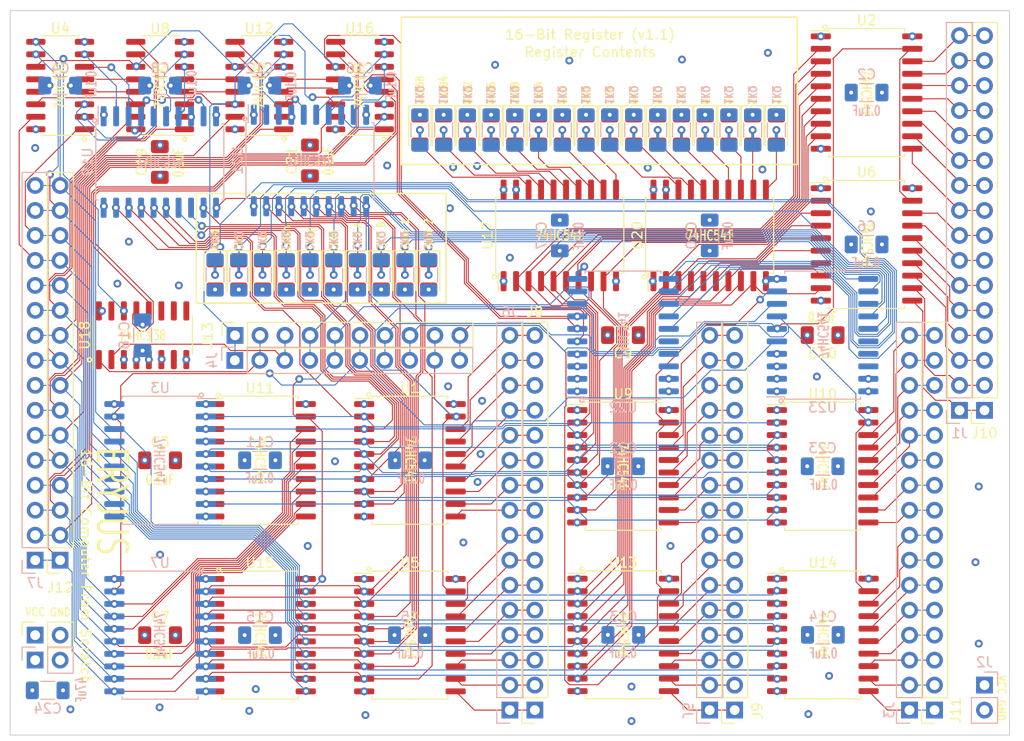
<source format=kicad_pcb>
(kicad_pcb (version 20221018) (generator pcbnew)
  (layers (0 "F.Cu" signal) (1 "In1.Cu" power "In1.Cu.GND") (2 "In2.Cu" power "In2.Cu.VCC") (31 "B.Cu" signal) (34 "B.Paste" user) (35 "F.Paste" user) (36 "B.SilkS" user "B.Silkscreen") (37 "F.SilkS" user "F.Silkscreen") (38 "B.Mask" user) (39 "F.Mask" user) (44 "Edge.Cuts" user))
  (net 0 "")
  (net 1 "VCC")
  (net 2 "GNDREF")
  (net 3 "Net-(D1-K)")
  (net 4 "Net-(D2-K)")
  (net 5 "Net-(D3-K)")
  (net 6 "Net-(D4-K)")
  (net 7 "Net-(D5-K)")
  (net 8 "Net-(D6-K)")
  (net 9 "Net-(D7-K)")
  (net 10 "Net-(D8-K)")
  (net 11 "Net-(D9-K)")
  (net 12 "Net-(D10-K)")
  (net 13 "Net-(D11-K)")
  (net 14 "Net-(D12-K)")
  (net 15 "Net-(D13-K)")
  (net 16 "Net-(D14-K)")
  (net 17 "Net-(D15-K)")
  (net 18 "Net-(D16-K)")
  (net 19 "Net-(D17-A)")
  (net 20 "Net-(D18-A)")
  (net 21 "Net-(D19-A)")
  (net 22 "Net-(D20-A)")
  (net 23 "Net-(D21-A)")
  (net 24 "Net-(D22-A)")
  (net 25 "Net-(D23-A)")
  (net 26 "Net-(D24-A)")
  (net 27 "Net-(D25-A)")
  (net 28 "Net-(D26-A)")
  (net 29 "ALUABit0")
  (net 30 "ALUABit1")
  (net 31 "ALUABit2")
  (net 32 "ALUABit3")
  (net 33 "ALUABit4")
  (net 34 "ALUABit5")
  (net 35 "ALUABit6")
  (net 36 "ALUABit7")
  (net 37 "ALUABit8")
  (net 38 "ALUABit9")
  (net 39 "ALUABitA")
  (net 40 "ALUABitB")
  (net 41 "ALUABitC")
  (net 42 "ALUABitD")
  (net 43 "ALUABitE")
  (net 44 "ALUABitF")
  (net 45 "ALUBBit0")
  (net 46 "ALUBBit1")
  (net 47 "ALUBBit2")
  (net 48 "ALUBBit3")
  (net 49 "ALUBBit4")
  (net 50 "ALUBBit5")
  (net 51 "ALUBBit6")
  (net 52 "ALUBBit7")
  (net 53 "ALUBBit8")
  (net 54 "ALUBBit9")
  (net 55 "ALUBBitA")
  (net 56 "ALUBBitB")
  (net 57 "ALUBBitC")
  (net 58 "ALUBBitD")
  (net 59 "ALUBBitE")
  (net 60 "ALUBBitF")
  (net 61 "Clear")
  (net 62 "RegisterInput0")
  (net 63 "RegisterInput1")
  (net 64 "AndLatch")
  (net 65 "SwapBusAssert")
  (net 66 "MainBusAssert")
  (net 67 "ALUAAssert")
  (net 68 "ALUBAssert")
  (net 69 "AddrBus1Assert")
  (net 70 "AddrBus2Assert")
  (net 71 "AddrBus2Bit0")
  (net 72 "AddrBus2Bit1")
  (net 73 "AddrBus2Bit2")
  (net 74 "AddrBus2Bit3")
  (net 75 "AddrBus2Bit4")
  (net 76 "AddrBus2Bit5")
  (net 77 "AddrBus2Bit6")
  (net 78 "AddrBus2Bit7")
  (net 79 "AddrBus2Bit8")
  (net 80 "AddrBus2Bit9")
  (net 81 "AddrBus2BitA")
  (net 82 "AddrBus2BitB")
  (net 83 "AddrBus2BitC")
  (net 84 "AddrBus2BitD")
  (net 85 "AddrBus2BitE")
  (net 86 "AddrBus2BitF")
  (net 87 "AddrBus1Bit0")
  (net 88 "AddrBus1Bit1")
  (net 89 "AddrBus1Bit2")
  (net 90 "AddrBus1Bit3")
  (net 91 "AddrBus1Bit4")
  (net 92 "AddrBus1Bit5")
  (net 93 "AddrBus1Bit6")
  (net 94 "AddrBus1Bit7")
  (net 95 "AddrBus1Bit8")
  (net 96 "AddrBus1Bit9")
  (net 97 "AddrBus1BitA")
  (net 98 "AddrBus1BitB")
  (net 99 "AddrBus1BitC")
  (net 100 "AddrBus1BitD")
  (net 101 "AddrBus1BitE")
  (net 102 "AddrBus1BitF")
  (net 103 "MainBit0")
  (net 104 "MainBit1")
  (net 105 "MainBit2")
  (net 106 "MainBit3")
  (net 107 "MainBit4")
  (net 108 "MainBit5")
  (net 109 "MainBit6")
  (net 110 "MainBit7")
  (net 111 "MainBit8")
  (net 112 "MainBit9")
  (net 113 "MainBitA")
  (net 114 "MainBitB")
  (net 115 "MainBitC")
  (net 116 "MainBitD")
  (net 117 "MainBitE")
  (net 118 "MainBitF")
  (net 119 "RegBitF")
  (net 120 "RegBitE")
  (net 121 "RegBitD")
  (net 122 "RegBitC")
  (net 123 "RegBitB")
  (net 124 "RegBitA")
  (net 125 "RegBit9")
  (net 126 "RegBit8")
  (net 127 "CounterBitD")
  (net 128 "CounterBitC")
  (net 129 "Net-(U4-DOWN)")
  (net 130 "Net-(U4-UP)")
  (net 131 "CounterBitE")
  (net 132 "CounterBitF")
  (net 133 "Load")
  (net 136 "RegBit7")
  (net 137 "RegBit6")
  (net 138 "RegBit5")
  (net 139 "RegBit4")
  (net 140 "RegBit3")
  (net 141 "RegBit2")
  (net 142 "RegBit1")
  (net 143 "RegBit0")
  (net 144 "CounterBit9")
  (net 145 "CounterBit8")
  (net 146 "Net-(U12-~{BO})")
  (net 147 "Net-(U12-~{CO})")
  (net 148 "CounterBitA")
  (net 149 "CounterBitB")
  (net 150 "CounterBit5")
  (net 151 "CounterBit4")
  (net 152 "Net-(U12-DOWN)")
  (net 153 "Net-(U12-UP)")
  (net 154 "CounterBit6")
  (net 155 "CounterBit7")
  (net 156 "CounterBit1")
  (net 157 "CounterBit0")
  (net 158 "Dec")
  (net 159 "Inc")
  (net 160 "CounterBit2")
  (net 161 "CounterBit3")
  (net 173 "/Load LED")
  (net 174 "/Inc LED")
  (net 175 "/Dec LED")
  (net 176 "/Latch LED")
  (net 177 "/Swap LED")
  (net 178 "/Main LED")
  (net 179 "/ALU A LED")
  (net 180 "/ALU B LED")
  (net 181 "/Add1 LED")
  (net 182 "/Add2 LED")
  (net 183 "/Bit F LED")
  (net 184 "/Bit E LED")
  (net 185 "/Bit D LED")
  (net 186 "/Bit C LED")
  (net 187 "/Bit B LED")
  (net 188 "/Bit A LED")
  (net 189 "/Bit 9 LED")
  (net 190 "/Bit 8 LED")
  (net 191 "/Bit 7 LED")
  (net 192 "/Bit 6 LED")
  (net 193 "/Bit 5 LED")
  (net 194 "/Bit 4 LED")
  (net 195 "/Bit 3 LED")
  (net 196 "/Bit 2 LED")
  (net 197 "/Bit 1 LED")
  (net 198 "/Bit 0 LED")
  (footprint "LED_SMD:LED_1206_3216Metric_Pad1.42x1.75mm_HandSolder" (layer "F.Cu") (at 48.133 42.1132 -90)
    (fp_text reference "D22")
    (fp_text value "Red")
  )
  (footprint "Package_SO:SOIC-20W_7.5x12.8mm_P1.27mm" (layer "F.Cu") (at 40.64 78.74)
    (fp_text reference "U15")
    (fp_text value "74HC541")
  )
  (footprint "LED_SMD:LED_1206_3216Metric_Pad1.42x1.75mm_HandSolder" (layer "F.Cu") (at 59.309 27.3812 -90)
    (fp_text reference "D2")
    (fp_text value "Green")
  )
  (footprint "LED_SMD:LED_1206_3216Metric_Pad1.42x1.75mm_HandSolder" (layer "F.Cu") (at 55.372 42.1132 -90)
    (fp_text reference "D25")
    (fp_text value "Red")
  )
  (footprint "LED_SMD:LED_1206_3216Metric_Pad1.42x1.75mm_HandSolder" (layer "F.Cu") (at 85.9028 27.3812 -90)
    (fp_text reference "D13")
    (fp_text value "Green")
  )
  (footprint "LED_SMD:LED_1206_3216Metric_Pad1.42x1.75mm_HandSolder" (layer "F.Cu") (at 76.2 27.3812 -90)
    (fp_text reference "D9")
    (fp_text value "Green")
  )
  (footprint "LED_SMD:LED_1206_3216Metric_Pad1.42x1.75mm_HandSolder" (layer "F.Cu") (at 36.068 42.1132 -90)
    (fp_text reference "D17")
    (fp_text value "Red")
  )
  (footprint "LED_SMD:LED_1206_3216Metric_Pad1.42x1.75mm_HandSolder" (layer "F.Cu") (at 50.546 42.1132 -90)
    (fp_text reference "D23")
    (fp_text value "Red")
  )
  (footprint "LED_SMD:LED_1206_3216Metric_Pad1.42x1.75mm_HandSolder" (layer "F.Cu") (at 64.135 27.3812 -90)
    (fp_text reference "D4")
    (fp_text value "Green")
  )
  (footprint "Package_SO:SOIC-16_3.9x9.9mm_P1.27mm" (layer "F.Cu") (at 30.48 22.86 180)
    (fp_text reference "U8")
    (fp_text value "74HC193")
  )
  (footprint "Package_SO:SOIC-20W_7.5x12.8mm_P1.27mm" (layer "F.Cu") (at 40.64 60.96)
    (fp_text reference "U11")
    (fp_text value "74HC541")
  )
  (footprint "LED_SMD:LED_1206_3216Metric_Pad1.42x1.75mm_HandSolder" (layer "F.Cu") (at 88.3158 27.3812 -90)
    (fp_text reference "D14")
    (fp_text value "Green")
  )
  (footprint "Connector_PinSocket_2.54mm:PinSocket_1x10_P2.54mm_Vertical" (layer "F.Cu") (at 38.1 48.26 90)
    (fp_text reference "J13")
    (fp_text value "Control Signals")
  )
  (footprint "Package_SO:SOIC-20W_7.5x12.8mm_P1.27mm" (layer "F.Cu") (at 55.88 78.74)
    (fp_text reference "U5")
    (fp_text value "74HC541")
  )
  (footprint "LED_SMD:LED_1206_3216Metric_Pad1.42x1.75mm_HandSolder" (layer "F.Cu") (at 68.961 27.3812 -90)
    (fp_text reference "D6")
    (fp_text value "Green")
  )
  (footprint "Package_SO:SOIC-16_3.9x9.9mm_P1.27mm" (layer "F.Cu") (at 40.575 22.86 180)
    (fp_text reference "U12")
    (fp_text value "74HC193")
  )
  (footprint "LED_SMD:LED_1206_3216Metric_Pad1.42x1.75mm_HandSolder" (layer "F.Cu") (at 61.722 27.3812 -90)
    (fp_text reference "D3")
    (fp_text value "Green")
  )
  (footprint "Connector_PinSocket_2.54mm:PinSocket_1x16_P2.54mm_Vertical" (layer "F.Cu") (at 114.3 55.88 180)
    (fp_text reference "J10")
    (fp_text value "ALU Bus A")
  )
  (footprint "Capacitor_SMD:C_1206_3216Metric_Pad1.33x1.80mm_HandSolder" (layer "F.Cu") (at 30.48 60.96)
    (fp_text reference "C3")
    (fp_text value "0.1uF")
  )
  (footprint "Capacitor_SMD:C_1206_3216Metric_Pad1.33x1.80mm_HandSolder" (layer "F.Cu") (at 45.72 30.48 90)
    (fp_text reference "C21")
    (fp_text value "0.1uF")
  )
  (footprint "LED_SMD:LED_1206_3216Metric_Pad1.42x1.75mm_HandSolder" (layer "F.Cu") (at 78.6384 27.3812 -90)
    (fp_text reference "D10")
    (fp_text value "Green")
  )
  (footprint "Connector_PinSocket_2.54mm:PinSocket_1x02_P2.54mm_Vertical" (layer "F.Cu") (at 17.78 78.74 90)
    (fp_text reference "J14" hide)
    (fp_text value "Power")
  )
  (footprint "Package_SO:SOIC-16_3.9x9.9mm_P1.27mm" (layer "F.Cu") (at 20.32 22.86 180)
    (fp_text reference "U4")
    (fp_text value "74HC193")
  )
  (footprint "Package_SO:SOIC-20W_7.5x12.8mm_P1.27mm" (layer "F.Cu") (at 86.36 38.1 90)
    (fp_text reference "U20")
    (fp_text value "74HC541")
  )
  (footprint "Package_SO:SOIC-20W_7.5x12.8mm_P1.27mm" (layer "F.Cu") (at 77.5716 78.7146)
    (fp_text reference "U13")
    (fp_text value "74HC541")
  )
  (footprint "Package_SO:SOIC-20W_7.5x12.8mm_P1.27mm" (layer "F.Cu") (at 102.3112 23.5712)
    (fp_text reference "U2")
    (fp_text value "74HC541")
  )
  (footprint "LED_SMD:LED_1206_3216Metric_Pad1.42x1.75mm_HandSolder" (layer "F.Cu") (at 81.0768 27.3812 -90)
    (fp_text reference "D11")
    (fp_text value "Green")
  )
  (footprint "LED_SMD:LED_1206_3216Metric_Pad1.42x1.75mm_HandSolder" (layer "F.Cu") (at 93.1418 27.3812 -90)
    (fp_text reference "D16")
    (fp_text value "Green")
  )
  (footprint "LED_SMD:LED_1206_3216Metric_Pad1.42x1.75mm_HandSolder" (layer "F.Cu") (at 38.481 42.1132 -90)
    (fp_text reference "D18")
    (fp_text value "Red")
  )
  (footprint "Capacitor_SMD:C_1206_3216Metric_Pad1.33x1.80mm_HandSolder" (layer "F.Cu") (at 97.8408 48.2346 180)
    (fp_text reference "C10")
    (fp_text value "0.1uF")
  )
  (footprint "Package_SO:SOIC-20W_7.5x12.8mm_P1.27mm" (layer "F.Cu") (at 97.8408 61.5696)
    (fp_text reference "U10")
    (fp_text value "74HC541")
  )
  (footprint "LED_SMD:LED_1206_3216Metric_Pad1.42x1.75mm_HandSolder" (layer "F.Cu") (at 66.548 27.3812 -90)
    (fp_text reference "D5")
    (fp_text value "Green")
  )
  (footprint "Capacitor_SMD:C_1206_3216Metric_Pad1.33x1.80mm_HandSolder" (layer "F.Cu") (at 30.4546 30.6306 90)
    (fp_text reference "C19")
    (fp_text value "0.1uF")
  )
  (footprint "LED_SMD:LED_1206_3216Metric_Pad1.42x1.75mm_HandSolder" (layer "F.Cu") (at 52.959 42.1132 -90)
    (fp_text reference "D24")
    (fp_text value "Red")
  )
  (footprint "LED_SMD:LED_1206_3216Metric_Pad1.42x1.75mm_HandSolder" (layer "F.Cu") (at 56.896 27.3812 -90)
    (fp_text reference "D1")
    (fp_text value "Green")
  )
  (footprint "LED_SMD:LED_1206_3216Metric_Pad1.42x1.75mm_HandSolder" (layer "F.Cu") (at 45.72 42.1132 -90)
    (fp_text reference "D21")
    (fp_text value "Red")
  )
  (footprint "Package_SO:SOIC-20W_7.5x12.8mm_P1.27mm" (layer "F.Cu") (at 97.8662 78.7146)
    (fp_text reference "U14")
    (fp_text value "74HC541")
  )
  (footprint "Capacitor_SMD:C_1206_3216Metric_Pad1.33x1.80mm_HandSolder" (layer "F.Cu") (at 77.5462 48.2346 180)
    (fp_text reference "C9")
    (fp_text value "0.1uF")
  )
  (footprint "Package_SO:SOIC-20W_7.5x12.8mm_P1.27mm" (layer "F.Cu") (at 55.88 60.96)
    (fp_text reference "U1")
    (fp_text value "74HC541")
  )
  (footprint "Package_SO:SOIC-20W_7.5x12.8mm_P1.27mm" (layer "F.Cu") (at 77.5462 61.5696)
    (fp_text reference "U9")
    (fp_text value "74HC541")
  )
  (footprint "LED_SMD:LED_1206_3216Metric_Pad1.42x1.75mm_HandSolder" (layer "F.Cu") (at 57.785 42.1132 -90)
    (fp_text reference "D26")
    (fp_text value "Red")
  )
  (footprint "Package_SO:SOIC-20W_7.5x12.8mm_P1.27mm" (layer "F.Cu") (at 102.3112 39.0144)
    (fp_text reference "U6")
    (fp_text value "74HC541")
  )
  (footprint "Package_SO:SOIC-16_3.9x9.9mm_P1.27mm" (layer "F.Cu") (at 28.702 48.2488 90)
    (fp_text reference "U18")
    (fp_text value "74HC138")
  )
  (footprint "LED_SMD:LED_1206_3216Metric_Pad1.42x1.75mm_HandSolder" (layer "F.Cu") (at 43.307 42.1132 -90)
    (fp_text reference "D20")
    (fp_text value "Red")
  )
  (footprint "Package_SO:SOIC-16_3.9x9.9mm_P1.27mm" (layer "F.Cu") (at 50.8 22.86 180)
    (fp_text reference "U16")
    (fp_text value "74HC193")
  )
  (footprint "LED_SMD:LED_1206_3216Metric_Pad1.42x1.75mm_HandSolder" (layer "F.Cu") (at 90.7288 27.3812 -90)
    (fp_text reference "D15")
    (fp_text value "Green")
  )
  (footprint "Connector_PinSocket_2.54mm:PinSocket_1x16_P2.54mm_Vertical" (layer "F.Cu") (at 109.22 86.36 180)
    (fp_text reference "J11")
    (fp_text value "ALU Bus B")
  )
  (footprint "LED_SMD:LED_1206_3216Metric_Pad1.42x1.75mm_HandSolder" (layer "F.Cu") (at 71.374 27.3812 -90)
    (fp_text reference "D7")
    (fp_text value "Green")
  )
  (footprint "LED_SMD:LED_1206_3216Metric_Pad1.42x1.75mm_HandSolder" (layer "F.Cu") (at 83.4898 27.3812 -90)
    (fp_text reference "D12")
    (fp_text value "Green")
  )
  (footprint "LED_SMD:LED_1206_3216Metric_Pad1.42x1.75mm_HandSolder" (layer "F.Cu") (at 40.894 42.1132 -90)
    (fp_text reference "D19")
    (fp_text value "Red")
  )
  (footprint "Connector_PinSocket_2.54mm:PinSocket_1x16_P2.54mm_Vertical" (layer "F.Cu") (at 68.58 86.36 180)
    (fp_text reference "J8")
    (fp_text value "Address Bus 1")
  )
  (footprint "Capacitor_SMD:C_1206_3216Metric_Pad1.33x1.80mm_HandSolder" (layer "F.Cu") (at 30.48 78.74)
    (fp_text reference "C7")
    (fp_text value "0.1uF")
  )
  (footprint "Connector_PinSocket_2.54mm:PinSocket_1x16_P2.54mm_Vertical" (layer "F.Cu") (at 20.32 71.12 180)
    (fp_text reference "J12")
    (fp_text value "Main Bus")
  )
  (footprint "LED_SMD:LED_1206_3216Metric_Pad1.42x1.75mm_HandSolder" (layer "F.Cu") (at 73.787 27.3812 -90)
    (fp_text reference "D8")
    (fp_text value "Green")
  )
  (footprint "Package_SO:SOIC-20W_7.5x12.8mm_P1.27mm" (layer "F.Cu") (at 71.12 38.1 90)
    (fp_text reference "U17")
    (fp_text value "74HC541")
  )
  (footprint "Connector_PinSocket_2.54mm:PinSocket_1x16_P2.54mm_Vertical" (layer "F.Cu") (at 88.9 86.36 180)
    (fp_text reference "J9")
    (fp_text value "Address Bus 2")
  )
  (footprint "Capacitor_SMD:C_1206_3216Metric_Pad1.33x1.80mm_HandSolder" (layer "B.Cu") (at 40.575 22.86)
    (fp_text reference "C12")
    (fp_text value "0.1uF")
  )
  (footprint "Resistor_SMD:R_1206_3216Metric_Pad1.30x1.75mm_HandSolder" (layer "B.Cu") (at 78.6384 27.3812 90)
    (fp_text reference "R10")
    (fp_text value "220")
  )
  (footprint "Capacitor_SMD:C_1206_3216Metric_Pad1.33x1.80mm_HandSolder" (layer "B.Cu") (at 102.3112 39.0144 180)
    (fp_text reference "C6")
    (fp_text value "0.1uF")
  )
  (footprint "Resistor_SMD:R_1206_3216Metric_Pad1.30x1.75mm_HandSolder" (layer "B.Cu") (at 52.959 42.1132 -90)
    (fp_text reference "R24")
    (fp_text value "1K")
  )
  (footprint "Connector_PinHeader_2.54mm:PinHeader_1x16_P2.54mm_Vertical" (layer "B.Cu") (at 106.68 86.36)
    (fp_text reference "J3")
    (fp_text value "ALU Bus B")
  )
  (footprint "Package_SO:SOIC-20W_7.5x12.8mm_P1.27mm" (layer "B.Cu") (at 30.48 60.96 180)
    (fp_text reference "U3")
    (fp_text value "74HC541")
  )
  (footprint "Resistor_SMD:R_1206_3216Metric_Pad1.30x1.75mm_HandSolder" (layer "B.Cu") (at 57.785 42.1132 -90)
    (fp_text reference "R26")
    (fp_text value "1K")
  )
  (footprint "Capacitor_SMD:C_1206_3216Metric_Pad1.33x1.80mm_HandSolder" (layer "B.Cu") (at 50.8 22.86)
    (fp_text reference "C16")
    (fp_text value "0.1uF")
  )
  (footprint "Capacitor_SMD:C_1206_3216Metric_Pad1.33x1.80mm_HandSolder" (layer "B.Cu") (at 77.5462 61.5696 180)
    (fp_text reference "C22")
    (fp_text value "0.1uF")
  )
  (footprint "Resistor_SMD:R_1206_3216Metric_Pad1.30x1.75mm_HandSolder" (layer "B.Cu") (at 76.2 27.3812 90)
    (fp_text reference "R9" hide)
    (fp_text value "220")
  )
  (footprint "Capacitor_SMD:C_1206_3216Metric_Pad1.33x1.80mm_HandSolder" (layer "B.Cu") (at 77.5716 78.7146 180)
    (fp_text reference "C13")
    (fp_text value "0.1uF")
  )
  (footprint "Capacitor_SMD:C_1206_3216Metric_Pad1.33x1.80mm_HandSolder" (layer "B.Cu") (at 40.64 60.96 180)
    (fp_text reference "C11")
    (fp_text value "0.1uF")
  )
  (footprint "Resistor_SMD:R_1206_3216Metric_Pad1.30x1.75mm_HandSolder" (layer "B.Cu") (at 81.0768 27.3812 90)
    (fp_text reference "R11")
    (fp_text value "220")
  )
  (footprint "Package_SO:SOIC-20W_7.5x12.8mm_P1.27mm" (layer "B.Cu") (at 97.8408 48.2346)
    (fp_text reference "U23")
    (fp_text value "74HC541")
  )
  (footprint "Resistor_SMD:R_1206_3216Metric_Pad1.30x1.75mm_HandSolder" (layer "B.Cu") (at 88.3158 27.3812 90)
    (fp_text reference "R14")
    (fp_text value "220")
  )
  (footprint "Resistor_SMD:R_1206_3216Metric_Pad1.30x1.75mm_HandSolder" (layer "B.Cu") (at 55.372 42.1132 -90)
    (fp_text reference "R25")
    (fp_text value "1K")
  )
  (footprint "Capacitor_SMD:C_1206_3216Metric_Pad1.33x1.80mm_HandSolder" (layer "B.Cu") (at 20.32 22.86)
    (fp_text reference "C4")
    (fp_text value "0.1uF")
  )
  (footprint "Connector_PinHeader_2.54mm:PinHeader_1x16_P2.54mm_Vertical" (layer "B.Cu") (at 17.78 71.12)
    (fp_text reference "J7")
    (fp_text value "Main Bus")
  )
  (footprint "Resistor_SMD:R_1206_3216Metric_Pad1.30x1.75mm_HandSolder" (layer "B.Cu") (at 73.787 27.3812 90)
    (fp_text reference "R8")
    (fp_text value "220")
  )
  (footprint "Resistor_SMD:R_1206_3216Metric_Pad1.30x1.75mm_HandSolder" (layer "B.Cu") (at 45.72 42.1132 -90)
    (fp_text reference "R21")
    (fp_text value "1K")
  )
  (footprint "Capacitor_SMD:C_1206_3216Metric_Pad1.33x1.80mm_HandSolder" (layer "B.Cu") (at 97.8408 61.5696 180)
    (fp_text reference "C23")
    (fp_text value "0.1uF")
  )
  (footprint "Resistor_SMD:R_1206_3216Metric_Pad1.30x1.75mm_HandSolder" (layer "B.Cu") (at 66.548 27.3812 90)
    (fp_text reference "R5")
    (fp_text value "220")
  )
  (footprint "Capacitor_SMD:C_1206_3216Metric_Pad1.33x1.80mm_HandSolder" (layer "B.Cu") (at 97.8662 78.7146 180)
    (fp_text reference "C14")
    (fp_text value "0.1uF")
  )
  (footprint "Resistor_SMD:R_1206_3216Metric_Pad1.30x1.75mm_HandSolder" (layer "B.Cu") (at 43.307 42.1132 -90)
    (fp_text reference "R20")
    (fp_text value "1K")
  )
  (footprint "Resistor_SMD:R_1206_3216Metric_Pad1.30x1.75mm_HandSolder" (layer "B.Cu") (at 61.722 27.3812 90)
    (fp_text reference "R3")
    (fp_text value "220")
  )
  (footprint "Package_SO:SOIC-20W_7.5x12.8mm_P1.27mm" (layer "B.Cu") (at 30.48 78.74 180)
    (fp_text reference "U7")
    (fp_text value "74HC541")
  )
  (footprint "Resistor_SMD:R_1206_3216Metric_Pad1.30x1.75mm_HandSolder" (layer "B.Cu") (at 56.896 27.3812 90)
    (fp_text reference "R1")
    (fp_text value "220")
  )
  (footprint "Package_SO:SOIC-20W_7.5x12.8mm_P1.27mm" (layer "B.Cu") (at 77.5462 48.2346)
    (fp_text reference "U22")
    (fp_text value "74HC541")
  )
  (footprint "Resistor_SMD:R_1206_3216Metric_Pad1.30x1.75mm_HandSolder" (layer "B.Cu") (at 48.133 42.1132 -90)
    (fp_text reference "R22")
    (fp_text value "1K")
  )
  (footprint "Capacitor_SMD:C_1206_3216Metric_Pad1.33x1.80mm_HandSolder" (layer "B.Cu") (at 86.36 38.1 -90)
    (fp_text reference "C20")
    (fp_text value "0.1uF")
  )
  (footprint "Resistor_SMD:R_1206_3216Metric_Pad1.30x1.75mm_HandSolder" (layer "B.Cu") (at 40.894 42.1132 -90)
    (fp_text reference "R19")
    (fp_text value "1K")
  )
  (footprint "Connector_PinHeader_2.54mm:PinHeader_1x16_P2.54mm_Vertical" (layer "B.Cu") (at 111.76 55.88)
    (fp_text reference "J1")
    (fp_text value "ALU Bus A")
  )
  (footprint "Resistor_SMD:R_1206_3216Metric_Pad1.30x1.75mm_HandSolder" (layer "B.Cu") (at 50.546 42.1132 -90)
    (fp_text reference "R23")
    (fp_text value "1K")
  )
  (footprint "Connector_PinHeader_2.54mm:PinHeader_1x16_P2.54mm_Vertical" (layer "B.Cu") (at 86.36 86.36)
    (fp_text reference "J5")
    (fp_text value "Address Bus 2")
  )
  (footprint "Resistor_SMD:R_1206_3216Metric_Pad1.30x1.75mm_HandSolder" (layer "B.Cu") (at 59.309 27.3812 90)
    (fp_text reference "R2")
    (fp_text value "220")
  )
  (footprint "Connector_PinHeader_2.54mm:PinHeader_1x02_P2.54mm_Vertical" (layer "B.Cu") (at 114.3 83.82 180)
    (fp_text reference "J2")
    (fp_text value "Power")
  )
  (footprint "Connector_PinHeader_2.54mm:PinHeader_1x10_P2.54mm_Vertical" (layer "B.Cu") (at 38.0746 50.8 -90)
    (fp_text reference "J4")
    (fp_text value "Control Signals")
  )
  (footprint "Capacitor_SMD:C_1206_3216Metric_Pad1.33x1.80mm_HandSolder" (layer "B.Cu") (at 30.48 22.86)
    (fp_text reference "C8")
    (fp_text value "0.1uF")
  )
  (footprint "Connector_PinHeader_2.54mm:PinHeader_1x02_P2.54mm_Vertical" (layer "B.Cu") (at 17.78 81.28 -90)
    (fp_text reference "J15" hide)
    (fp_text value "Power")
  )
  (footprint "Resistor_SMD:R_1206_3216Metric_Pad1.30x1.75mm_HandSolder" (layer "B.Cu") (at 68.961 27.3812 90)
    (fp_text reference "R6")
    (fp_text value "220")
  )
  (footprint "Resistor_SMD:R_1206_3216Metric_Pad1.30x1.75mm_HandSolder" (layer "B.Cu") (at 83.4898 27.3812 90)
    (fp_text reference "R12")
    (fp_text value "220")
  )
  (footprint "Connector_PinHeader_2.54mm:PinHeader_1x16_P2.54mm_Vertical" (layer "B.Cu") (at 66.04 86.36)
    (fp_text reference "J6")
    (fp_text value "Address Bus 1")
  )
  (footprint "Resistor_SMD:R_1206_3216Metric_Pad1.30x1.75mm_HandSolder" (layer "B.Cu") (at 93.1408 27.3794 90)
    (fp_text reference "R16")
    (fp_text value "220")
  )
  (footprint "Resistor_SMD:R_1206_3216Metric_Pad1.30x1.75mm_HandSolder" (layer "B.Cu") (at 85.9028 27.3812 90)
    (fp_text reference "R13")
    (fp_text value "220")
  )
  (footprint "Capacitor_SMD:C_1206_3216Metric_Pad1.33x1.80mm_HandSolder" (layer "B.Cu") (at 19.05 84.3534)
    (fp_text reference "C24")
    (fp_text value "47uF")
  )
  (footprint "Capacitor_SMD:C_1206_3216Metric_Pad1.33x1.80mm_HandSolder" (layer "B.Cu") (at 55.88 78.74 180)
    (fp_text reference "C5")
    (fp_text value "0.1uF")
  )
  (footprint "Capacitor_SMD:C_1206_3216Metric_Pad1.33x1.80mm_HandSolder" (layer "B.Cu") (at 40.64 78.74 180)
    (fp_text reference "C15")
    (fp_text value "0.1uF")
  )
  (footprint "Capacitor_SMD:C_1206_3216Metric_Pad1.33x1.80mm_HandSolder" (layer "B.Cu") (at 55.88 60.96 180)
    (fp_text reference "C1")
    (fp_text value "0.1uF")
  )
  (footprint "Capacitor_SMD:C_1206_3216Metric_Pad1.33x1.80mm_HandSolder" (layer "B.Cu") (at 28.702 48.2488 -90)
    (fp_text reference "C18")
    (fp_text value "0.1uF")
  )
  (footprint "Capacitor_SMD:C_1206_3216Metric_Pad1.33x1.80mm_HandSolder" (layer "B.Cu") (at 71.12 38.1 -90)
    (fp_text reference "C17")
    (fp_text value "0.1uF")
  )
  (footprint "Resistor_SMD:R_1206_3216Metric_Pad1.30x1.75mm_HandSolder" (layer "B.Cu") (at 71.374 27.3812 90)
    (fp_text reference "R7")
    (fp_text value "220")
  )
  (footprint "Package_SO:SOIC-20W_7.5x12.8mm_P1.27mm" (layer "B.Cu") (at 45.72 30.48 -90)
    (fp_text reference "U21")
    (fp_text value "74HC574")
  )
  (footprint "Resistor_SMD:R_1206_3216Metric_Pad1.30x1.75mm_HandSolder" (layer "B.Cu") (at 90.7288 27.3812 90)
    (fp_text reference "R15")
    (fp_text value "220")
  )
  (footprint "Resistor_SMD:R_1206_3216Metric_Pad1.30x1.75mm_HandSolder" (layer "B.Cu") (at 36.068 42.1132 -90)
    (fp_text reference "R17")
    (fp_text value "1K")
  )
  (footprint "Resistor_SMD:R_1206_3216Metric_Pad1.30x1.75mm_HandSolder" (layer "B.Cu") (at 38.481 42.1132 -90)
    (fp_text reference "R18")
    (fp_text value "1K")
  )
  (footprint "Resistor_SMD:R_1206_3216Metric_Pad1.30x1.75mm_HandSolder" (layer "B.Cu") (at 64.135 27.3812 90)
    (fp_text reference "R4")
    (fp_text value "220")
  )
  (footprint "Package_SO:SOIC-20W_7.5x12.8mm_P1.27mm" (layer "B.Cu") (at 30.4546 30.6306 -90)
    (fp_text reference "U19")
    (fp_text value "74HC574")
  )
  (footprint "Capacitor_SMD:C_1206_3216Metric_Pad1.33x1.80mm_HandSolder" (layer "B.Cu") (at 102.3112 23.5712 180)
    (fp_text reference "C2")
    (fp_text value "0.1uF")
  )
  (gr_circle (center 73.3552 54.864) (end 73.1552 54.864) (stroke (width 0.153)) (fill none) (layer "B.SilkS"))
  (gr_circle (center 34.6964 72.0598) (end 34.4964 72.0598) (stroke (width 0.153)) (fill none) (layer "B.SilkS"))
  (gr_circle (center 34.671 54.3306) (end 34.471 54.3306) (stroke (width 0.153)) (fill none) (layer "B.SilkS"))
  (gr_circle (center 23.8252 26.416) (end 23.6252 26.416) (stroke (width 0.153)) (fill none) (layer "B.SilkS"))
  (gr_circle (center 93.6244 54.9148) (end 93.4244 54.9148) (stroke (width 0.153)) (fill none) (layer "B.SilkS"))
  (gr_circle (center 39.0906 26.2382) (end 38.8906 26.2382) (stroke (width 0.153)) (fill none) (layer "B.SilkS"))
  (gr_circle (center 93.6498 54.9402) (end 93.8498 54.9402) (stroke (width 0.153)) (fill none) (layer "F.SilkS"))
  (gr_circle (center 51.7144 72.0344) (end 51.9144 72.0344) (stroke (width 0.153)) (fill none) (layer "F.SilkS"))
  (gr_circle (center 36.3982 54.3306) (end 36.5982 54.3306) (stroke (width 0.153)) (fill none) (layer "F.SilkS"))
  (gr_circle (center 23.2918 50.7492) (end 23.4918 50.7492) (stroke (width 0.153)) (fill none) (layer "F.SilkS"))
  (gr_circle (center 22.7838 28.2956) (end 22.9838 28.2956) (stroke (width 0.153)) (fill none) (layer "F.SilkS"))
  (gr_rect (start 34.163 33.8328) (end 59.563 44.9834) (stroke (width 0.153)) (fill none) (layer "F.SilkS"))
  (gr_circle (center 73.3552 72.0344) (end 73.5552 72.0344) (stroke (width 0.153)) (fill none) (layer "F.SilkS"))
  (gr_circle (center 64.4652 42.3164) (end 64.6652 42.3164) (stroke (width 0.153)) (fill none) (layer "F.SilkS"))
  (gr_circle (center 51.689 54.2798) (end 51.889 54.2798) (stroke (width 0.153)) (fill none) (layer "F.SilkS"))
  (gr_circle (center 79.7052 42.3164) (end 79.9052 42.3164) (stroke (width 0.153)) (fill none) (layer "F.SilkS"))
  (gr_circle (center 36.449 72.0852) (end 36.649 72.0852) (stroke (width 0.153)) (fill none) (layer "F.SilkS"))
  (gr_circle (center 73.3298 54.8894) (end 73.5298 54.8894) (stroke (width 0.153)) (fill none) (layer "F.SilkS"))
  (gr_rect (start 55.0164 15.9004) (end 95.2754 30.8864) (stroke (width 0.153)) (fill none) (layer "F.SilkS"))
  (gr_circle (center 98.0694 16.9164) (end 98.2694 16.9164) (stroke (width 0.153)) (fill none) (layer "F.SilkS"))
  (gr_circle (center 32.9438 28.321) (end 33.1438 28.321) (stroke (width 0.153)) (fill none) (layer "F.SilkS"))
  (gr_circle (center 98.1202 32.3596) (end 98.3202 32.3596) (stroke (width 0.153)) (fill none) (layer "F.SilkS"))
  (gr_circle (center 43.1038 28.2702) (end 43.3038 28.2702) (stroke (width 0.153)) (fill none) (layer "F.SilkS"))
  (gr_circle (center 53.2892 28.2956) (end 53.4892 28.2956) (stroke (width 0.153)) (fill none) (layer "F.SilkS"))
  (gr_circle (center 93.6752 72.0598) (end 93.8752 72.0598) (stroke (width 0.153)) (fill none) (layer "F.SilkS"))
  (gr_rect (start 15.24 15.24) (end 116.84 88.9) (stroke (width 0.1)) (fill none) (layer "Edge.Cuts"))
  (gr_text "1KΩ" (at 57.7342 39.624 -90) (layer "B.SilkS") (effects (font (size 0.8 0.6)) (justify left mirror)))
  (gr_text "1KΩ" (at 36.0172 39.624 -90) (layer "B.SilkS") (effects (font (size 0.8 0.6)) (justify left mirror)))
  (gr_text "0.1uF" (at 97.8916 81.1784) (layer "B.SilkS") (effects (font (size 1 0.7) (thickness 0.153)) (justify bottom mirror)))
  (gr_text "1KΩ" (at 55.3212 39.624 -90) (layer "B.SilkS") (effects (font (size 0.8 0.6)) (justify left mirror)))
  (gr_text "1KΩ" (at 83.439 24.8412 270) (layer "B.SilkS") (effects (font (size 0.8 0.6)) (justify left mirror)))
  (gr_text "74HC541" (at 77.5462 48.2346 -90) (layer "B.SilkS") (effects (font (size 1 0.7) (thickness 0.153)) (justify mirror)))
  (gr_text "0.1uF" (at 34.2646 22.7584 90) (layer "B.SilkS") (effects (font (size 1 0.7) (thickness 0.153)) (justify bottom mirror)))
  (gr_text "0.1uF" (at 24.0792 22.8092 90) (layer "B.SilkS") (effects (font (size 1 0.7) (thickness 0.153)) (justify bottom mirror)))
  (gr_text "74HC574" (at 30.4546 30.6324 180) (layer "B.SilkS") (effects (font (size 1 0.7) (thickness 0.153)) (justify mirror)))
  (gr_text "0.1uF" (at 44.3992 22.9108 90) (layer "B.SilkS") (effects (font (size 1 0.7) (thickness 0.153)) (justify bottom mirror)))
  (gr_text "0.1uF" (at 77.4954 81.1276) (layer "B.SilkS") (effects (font (size 1 0.7) (thickness 0.153)) (justify bottom mirror)))
  (gr_text "1KΩ" (at 90.678 24.8412 270) (layer "B.SilkS") (effects (font (size 0.8 0.6)) (justify left mirror)))
  (gr_text "1KΩ" (at 56.8452 24.8412 -90) (layer "B.SilkS") (effects (font (size 0.8 0.6)) (justify left mirror)))
  (gr_text "0.1uF" (at 77.5716 64.0588) (layer "B.SilkS") (effects (font (size 1 0.7) (thickness 0.153)) (justify bottom mirror)))
  (gr_text "0.1uF" (at 55.8292 81.1784) (layer "B.SilkS") (effects (font (size 1 0.7) (thickness 0.153)) (justify bottom mirror)))
  (gr_text "1KΩ" (at 93.1418 24.8412 270) (layer "B.SilkS") (effects (font (size 0.8 0.6)) (justify left mirror)))
  (gr_text "1KΩ" (at 52.9082 39.624 -90) (layer "B.SilkS") (effects (font (size 0.8 0.6)) (justify left mirror)))
  (gr_text "1KΩ" (at 48.0822 39.624 -90) (layer "B.SilkS") (effects (font (size 0.8 0.6)) (justify left mirror)))
  (gr_text "0.1uF" (at 55.9562 63.3984) (layer "B.SilkS") (effects (font (size 1 0.7) (thickness 0.153)) (justify bottom mirror)))
  (gr_text "0.1uF" (at 40.5892 63.373) (layer "B.SilkS") (effects (font (size 1 0.7) (thickness 0.153)) (justify bottom mirror)))
  (gr_text "74HC541" (at 97.8408 48.2346 -90) (layer "B.SilkS") (effects (font (size 1 0.7) (thickness 0.153)) (justify mirror)))
  (gr_text "0.1uF" (at 97.917 64.0334) (layer "B.SilkS") (effects (font (size 1 0.7) (thickness 0.153)) (justify bottom mirror)))
  (gr_text "47uF" (at 23.0378 84.3026 90) (layer "B.SilkS") (effects (font (size 1 0.7) (thickness 0.153)) (justify bottom mirror)))
  (gr_text "0.1uF" (at 54.5592 22.9108 90) (layer "B.SilkS") (effects (font (size 1 0.7) (thickness 0.153)) (justify bottom mirror)))
  (gr_text "0.1uF" (at 102.235 41.4782) (layer "B.SilkS") (effects (font (size 1 0.7) (thickness 0.153)) (justify bottom mirror)))
  (gr_text "1KΩ" (at 50.4952 39.624 -90) (layer "B.SilkS") (effects (font (size 0.8 0.6)) (justify left mirror)))
  (gr_text "1KΩ" (at 61.722 24.8412 270) (layer "B.SilkS") (effects (font (size 0.8 0.6)) (justify left mirror)))
  (gr_text "1KΩ" (at 43.2562 39.624 -90) (layer "B.SilkS") (effects (font (size 0.8 0.6)) (justify left mirror)))
  (gr_text "1KΩ" (at 38.4302 39.624 -90) (layer "B.SilkS") (effects (font (size 0.8 0.6)) (justify left mirror)))
  (gr_text "1KΩ" (at 76.1492 24.8412 270) (layer "B.SilkS") (effects (font (size 0.8 0.6)) (justify left mirror)))
  (gr_text "1KΩ" (at 73.7362 24.8412 270) (layer "B.SilkS") (effects (font (size 0.8 0.6)) (justify left mirror)))
  (gr_text "1KΩ" (at 85.9028 24.8412 270) (layer "B.SilkS") (effects (font (size 0.8 0.6)) (justify left mirror)))
  (gr_text "0.1uF" (at 102.2858 26.0096) (layer "B.SilkS") (effects (font (size 1 0.7) (thickness 0.153)) (justify bottom mirror)))
  (gr_text "1KΩ" (at 40.8432 39.624 -90) (layer "B.SilkS") (effects (font (size 0.8 0.6)) (justify left mirror)))
  (gr_text "0.1uF" (at 73.6346 38.2016 90) (layer "B.SilkS") (effects (font (size 1 0.7) (thickness 0.153)) (justify bottom mirror)))
  (gr_text "1KΩ" (at 59.2582 24.8412 270) (layer "B.SilkS") (effects (font (size 0.8 0.6)) (justify left mirror)))
  (gr_text "74HC541" (at 30.48 60.96 90) (layer "B.SilkS") (effects (font (size 1 0.7) (thickness 0.153)) (justify mirror)))
  (gr_text "1KΩ" (at 78.5876 24.8412 270) (layer "B.SilkS") (effects (font (size 0.8 0.6)) (justify left mirror)))
  (gr_text "1KΩ" (at 64.0842 24.8412 270) (layer "B.SilkS") (effects (font (size 0.8 0.6)) (justify left mirror)))
  (gr_text "0.1uF" (at 88.7984 38.1508 90) (layer "B.SilkS") (effects (font (size 1 0.7) (thickness 0.153)) (justify bottom mirror)))
  (gr_text "1KΩ" (at 81.026 24.8412 270) (layer "B.SilkS") (effects (font (size 0.8 0.6)) (justify left mirror)))
  (gr_text "1KΩ" (at 88.265 24.8412 270) (layer "B.SilkS") (effects (font (size 0.8 0.6)) (justify left mirror)))
  (gr_text "1KΩ" (at 71.3232 24.8412 270) (layer "B.SilkS") (effects (font (size 0.8 0.6)) (justify left mirror)))
  (gr_text "74HC574" (at 45.72 30.48 180) (layer "B.SilkS") (effects (font (size 1 0.7) (thickness 0.153)) (justify mirror)))
  (gr_text "1KΩ" (at 45.6692 39.624 -90) (layer "B.SilkS") (effects (font (size 0.8 0.6)) (justify left mirror)))
  (gr_text "1KΩ" (at 66.4972 24.8412 270) (layer "B.SilkS") (effects (font (size 0.8 0.6)) (justify left mirror)))
  (gr_text "1KΩ" (at 68.9102 24.8412 270) (layer "B.SilkS") (effects (font (size 0.8 0.6)) (justify left mirror)))
  (gr_text "0.1uF" (at 40.6654 81.2038) (layer "B.SilkS") (effects (font (size 1 0.7) (thickness 0.153)) (justify bottom mirror)))
  (gr_text "74HC541" (at 30.48 78.74 90) (layer "B.SilkS") (effects (font (size 1 0.7) (thickness 0.153)) (justify mirror)))
  (gr_text "0.1uF" (at 48.1838 30.5308 90) (layer "F.SilkS") (effects (font (size 1 0.7) (thickness 0.153)) (justify bottom)))
  (gr_text "4096" (at 64.135 24.8412 90) (layer "F.SilkS") (effects (font (size 0.8 0.6)) (justify left)))
  (gr_text "32" (at 81.0768 24.8412 90) (layer "F.SilkS") (effects (font (size 0.8 0.6)) (justify left)))
  (gr_text "16384" (at 59.309 24.8412 90) (layer "F.SilkS") (effects (font (size 0.8 0.6)) (justify left)))
  (gr_text "74HC138" (at 28.702 48.26) (layer "F.SilkS") (effects (font (size 1 0.7) (thickness 0.153))))
  (gr_text "74HC541" (at 102.3366 39.0144 -90) (layer "F.SilkS") (effects (font (size 1 0.7) (thickness 0.153))))
  (gr_text "2" (at 90.7288 24.8412 90) (layer "F.SilkS") (effects (font (size 0.8 0.6)) (justify left)))
  (gr_text "74HC541" (at 97.8662 61.5696 -90) (layer "F.SilkS") (effects (font (size 1 0.7) (thickness 0.153))))
  (gr_text "1024" (at 68.961 24.8412 90) (layer "F.SilkS") (effects (font (size 0.8 0.6)) (justify left)))
  (gr_text "VCC" (at 115.57 83.82 -90) (layer "F.SilkS") (effects (font (size 0.8 0.7) (thickness 0.15) bold) (justify bottom)))
  (gr_text "0.1uF" (at 97.8154 47.0154) (layer "F.SilkS") (effects (font (size 1 0.7) (thickness 0.153)) (justify bottom)))
  (gr_text "16-Bit Register (v1.1)" (at 74.1934 17.6784) (layer "F.SilkS") (effects (font (size 1 1))))
  (gr_text "Register Contents" (at 74.1934 19.4564) (layer "F.SilkS") (effects (font (size 1 1))))
  (gr_text "74HC193" (at 50.8 22.86 90) (layer "F.SilkS") (effects (font (size 1 0.7) (thickness 0.153))))
  (gr_text "64" (at 78.6384 24.8412 90) (layer "F.SilkS") (effects (font (size 0.8 0.6)) (justify left)))
  (gr_text "8" (at 85.9536 24.8412 90) (layer "F.SilkS") (effects (font (size 0.8 0.6)) (justify left)))
  (gr_text "ALU A" (at 50.546 39.5 90) (layer "F.SilkS") (effects (font (size 0.8 0.6)) (justify left)))
  (gr_text "128" (at 76.2 24.8412 90) (layer "F.SilkS") (effects (font (size 0.8 0.6)) (justify left)))
  (gr_text "0.1uF" (at 30.4546 81.2292) (layer "F.SilkS") (effects (font (size 1 0.7) (thickness 0.153)) (justify bottom)))
  (gr_text "74HC541" (at 97.8662 78.74 -90) (layer "F.SilkS") (effects (font (size 1 0.7) (thickness 0.153))))
  (gr_text "74HC541" (at 86.36 38.1) (layer "F.SilkS") (effects (font (size 1 0.7) (thickness 0.153))))
  (gr_text "Dec" (at 40.894 39.6532 90) (layer "F.SilkS") (effects (font (size 0.8 0.6)) (justify left)))
  (gr_text "Load" (at 36.068 39.6532 90) (layer "F.SilkS") (effects (font (size 0.8 0.6)) (justify left)))
  (gr_text "Addr 2" (at 57.785 39.5 90) (layer "F.SilkS") (effects (font (size 0.8 0.6)) (justify left)))
  (gr_text "0.1uF" (at 32.9438 30.734 90) (layer "F.SilkS") (effects (font (size 1 0.7) (thickness 0.153)) (justify bottom)))
  (gr_text "Inc" (at 38.481 39.6532 90) (layer "F.SilkS") (effects (font (size 0.8 0.6)) (justify left)))
  (gr_text "74HC541" (at 40.64 60.96 -90) (layer "F.SilkS") (effects (font (size 1 0.7) (thickness 0.153))))
  (gr_text "8192" (at 61.7728 24.8412 90) (layer "F.SilkS") (effects (font (size 0.8 0.6)) (justify left)))
  (gr_text "Swap" (at 45.72 39.6 90) (layer "F.SilkS") (effects (font (size 0.8 0.6)) (justify left)))
  (gr_text "0.1uF" (at 30.4546 63.5254) (layer "F.SilkS") (effects (font (size 1 0.7) (thickness 0.153)) (justify bottom)))
  (gr_text "256" (at 73.787 24.8412 90) (layer "F.SilkS") (effects (font (size 0.8 0.6)) (justify left)))
  (gr_text "VCC" (at 17.78 76.8604) (layer "F.SilkS") (effects (font (size 0.8 0.7) (thickness 0.15) bold) (justify bottom)))
  (gr_text "74HC541" (at 55.8292 78.7908 -90) (layer "F.SilkS") (effects (font (size 1 0.7) (thickness 0.153))))
  (gr_text "Addr 1" (at 55.372 39.5 90) (layer "F.SilkS") (effects (font (size 0.8 0.6)) (justify left)))
  (gr_text "74HC541" (at 71.0946 38.1) (layer "F.SilkS") (effects (font (size 1 0.7) (thickness 0.153))))
  (gr_text "74HC541" (at 55.9054 60.96 -90) (layer "F.SilkS") (effects (font (size 1 0.7) (thickness 0.153))))
  (gr_text "GND" (at 20.35 76.8858) (layer "F.SilkS") (effects (font (size 0.8 0.7) (thickness 0.15) bold) (justify bottom)))
  (gr_text "GND" (at 115.5446 86.39 -90) (layer "F.SilkS") (effects (font (size 0.8 0.7) (thickness 0.15) bold) (justify bottom)))
  (gr_text "32768" (at 56.896 24.8412 90) (layer "F.SilkS") (effects (font (size 0.8 0.6)) (justify left)))
  (gr_text "74HC541" (at 77.5716 78.7146 -90) (layer "F.SilkS") (effects (font (size 1 0.7) (thickness 0.153))))
  (gr_text "2048" (at 66.548 24.8412 90) (layer "F.SilkS") (effects (font (size 0.8 0.6)) (justify left)))
  (gr_text "4	" (at 88.3158 24.8412 90) (layer "F.SilkS") (effects (font (size 0.8 0.6)) (justify left)))
  (gr_text "74HC193" (at 40.5892 22.86 90) (layer "F.SilkS") (effects (font (size 1 0.7) (thickness 0.153))))
  (gr_text "74HC193" (at 30.48 22.86 90) (layer "F.SilkS") (effects (font (size 1 0.7) (thickness 0.153))))
  (gr_text "1" (at 93.1926 24.8412 90) (layer "F.SilkS") (effects (font (size 0.8 0.6)) (justify left)))
  (gr_text "74HC541" (at 77.5462 61.5696 -90) (layer "F.SilkS") (effects (font (size 1 0.7) (thickness 0.153))))
  (gr_text "74HC541" (at 102.2858 23.5966 -90) (layer "F.SilkS") (effects (font (size 1 0.7) (thickness 0.153))))
  (gr_text "Latch" (at 43.307 39.6532 90) (layer "F.SilkS") (effects (font (size 0.8 0.6)) (justify left)))
  (gr_text "16-Bit Computer From Scratch" (at 22.9362 71.755 -90) (layer "F.SilkS") (effects (font (size 1 1))))
  (gr_text "16" (at 83.4898 24.8412 90) (layer "F.SilkS") (effects (font (size 0.8 0.6)) (justify left)))
  (gr_text "ALU B" (at 52.959 39.5 90) (layer "F.SilkS") (effects (font (size 0.8 0.6)) (justify left)))
  (gr_text "512" (at 71.374 24.8412 90) (layer "F.SilkS") (effects (font (size 0.8 0.6)) (justify left)))
  (gr_text "74HC541" (at 40.64 78.74 -90) (layer "F.SilkS") (effects (font (size 1 0.7) (thickness 0.153))))
  (gr_text "Main" (at 48.133 39.6532 90) (layer "F.SilkS") (effects (font (size 0.8 0.6)) (justify left)))
  (gr_text "ERYJUS" (at 25.5778 65.1256 -90) (layer "F.SilkS") (effects (font (size 3 2) (thickness 0.3))))
  (gr_text "74HC193" (at 20.2946 22.86 90) (layer "F.SilkS") (effects (font (size 1 0.7) (thickness 0.153))))
  (via (at 39.496846 22.860497) (size 0.8) (drill 0.4) (layers "F.Cu" "B.Cu") (net 1))
  (via (at 82.1962 55.8546) (size 0.8) (drill 0.4) (layers "F.Cu" "B.Cu") (net 1))
  (via (at 65.405 33.45) (size 0.8) (drill 0.4) (layers "F.Cu" "B.Cu") (net 1))
  (via (at 19.241846 22.860497) (size 0.8) (drill 0.4) (layers "F.Cu" "B.Cu") (net 1))
  (via (at 25.83 73.025) (size 0.8) (drill 0.4) (layers "F.Cu" "B.Cu") (net 1))
  (via (at 28.9175 60.96) (size 0.8) (drill 0.4) (layers "F.Cu" "B.Cu") (net 1))
  (via (at 24.5761 45.7738) (size 0.8) (drill 0.4) (layers "F.Cu" "B.Cu") (net 1))
  (via (at 17.845 27.305) (size 0.8) (drill 0.4) (layers "F.Cu" "B.Cu") (net 1))
  (via (at 79.1341 78.7146) (size 0.8) (drill 0.4) (layers "F.Cu" "B.Cu") (net 1))
  (via (at 17.4875 84.3534) (size 0.8) (drill 0.4) (layers "F.Cu" "B.Cu") (net 1))
  (via (at 106.9612 33.2994) (size 0.8) (drill 0.4) (layers "F.Cu" "B.Cu") (net 1))
  (via (at 99.4287 78.7146) (size 0.8) (drill 0.4) (layers "F.Cu" "B.Cu") (net 1))
  (via (at 40.005 35.13) (size 0.8) (drill 0.4) (layers "F.Cu" "B.Cu") (net 1))
  (via (at 102.5162 72.9996) (size 0.8) (drill 0.4) (layers "F.Cu" "B.Cu") (net 1))
  (via (at 60.53 73.025) (size 0.8) (drill 0.4) (layers "F.Cu" "B.Cu") (net 1))
  (via (at 82.1962 53.9496) (size 0.8) (drill 0.4) (layers "F.Cu" "B.Cu") (net 1))
  (via (at 30.48 32.0425) (size 0.8) (drill 0.4) (layers "F.Cu" "B.Cu") (net 1))
  (via (at 57.4425 78.74) (size 0.8) (drill 0.4) (layers "F.Cu" "B.Cu") (net 1))
  (via (at 38.1 27.305) (size 0.8) (drill 0.4) (layers "F.Cu" "B.Cu") (net 1))
  (via (at 103.8737 23.5712) (size 0.8) (drill 0.4) (layers "F.Cu" "B.Cu") (net 1))
  (via (at 52.959 42.1132) (size 0.8) (drill 0.4) (layers "F.Cu" "B.Cu") (net 1))
  (via (at 45.29 55.245) (size 0.8) (drill 0.4) (layers "F.Cu" "B.Cu") (net 1))
  (via (at 24.765 35.13) (size 0.8) (drill 0.4) (layers "F.Cu" "B.Cu") (net 1))
  (via (at 79.1087 61.5696) (size 0.8) (drill 0.4) (layers "F.Cu" "B.Cu") (net 1))
  (via (at 49.721846 22.860497) (size 0.8) (drill 0.4) (layers "F.Cu" "B.Cu") (net 1))
  (via (at 99.4033 61.5696) (size 0.8) (drill 0.4) (layers "F.Cu" "B.Cu") (net 1))
  (via (at 57.785 42.1132) (size 0.8) (drill 0.4) (layers "F.Cu" "B.Cu") (net 1))
  (via (at 102.4908 53.9496) (size 0.8) (drill 0.4) (layers "F.Cu" "B.Cu") (net 1))
  (via (at 48.31519 27.319015) (size 0.8) (drill 0.4) (layers "F.Cu" "B.Cu") (net 1))
  (via (at 80.645 33.45) (size 0.8) (drill 0.4) (layers "F.Cu" "B.Cu") (net 1))
  (via (at 45.29 73.025) (size 0.8) (drill 0.4) (layers "F.Cu" "B.Cu") (net 1))
  (via (at 45.72 42.1132) (size 0.8) (drill 0.4) (layers "F.Cu" "B.Cu") (net 1))
  (via (at 60.325 55.245) (size 0.8) (drill 0.4) (layers "F.Cu" "B.Cu") (net 1))
  (via (at 48.133 42.1132) (size 0.8) (drill 0.4) (layers "F.Cu" "B.Cu") (net 1))
  (via (at 45.72 32.0425) (size 0.8) (drill 0.4) (layers "F.Cu" "B.Cu") (net 1))
  (via (at 43.307 42.1132) (size 0.8) (drill 0.4) (layers "F.Cu" "B.Cu") (net 1))
  (via (at 40.894 42.1132) (size 0.8) (drill 0.4) (layers "F.Cu" "B.Cu") (net 1))
  (via (at 38.481 42.1132) (size 0.8) (drill 0.4) (layers "F.Cu" "B.Cu") (net 1))
  (via (at 25.83 55.245) (size 0.8) (drill 0.4) (layers "F.Cu" "B.Cu") (net 1))
  (via (at 36.068 42.1132) (size 0.8) (drill 0.4) (layers "F.Cu" "B.Cu") (net 1))
  (via (at 42.2025 78.74) (size 0.8) (drill 0.4) (layers "F.Cu" "B.Cu") (net 1))
  (via (at 71.12 36.5375) (size 0.8) (drill 0.4) (layers "F.Cu" "B.Cu") (net 1))
  (via (at 55.372 42.1132) (size 0.8) (drill 0.4) (layers "F.Cu" "B.Cu") (net 1))
  (via (at 79.1087 48.2346) (size 0.8) (drill 0.4) (layers "F.Cu" "B.Cu") (net 1))
  (via (at 27.9146 27.432) (size 0.8) (drill 0.4) (layers "F.Cu" "B.Cu") (net 1))
  (via (at 42.2025 60.96) (size 0.8) (drill 0.4) (layers "F.Cu" "B.Cu") (net 1))
  (via (at 28.701503 47.170646) (size 0.8) (drill 0.4) (layers "F.Cu" "B.Cu") (net 1))
  (via (at 99.4033 48.2346) (size 0.8) (drill 0.4) (layers "F.Cu" "B.Cu") (net 1))
  (via (at 86.36 36.5375) (size 0.8) (drill 0.4) (layers "F.Cu" "B.Cu") (net 1))
  (via (at 102.4908 55.8546) (size 0.8) (drill 0.4) (layers "F.Cu" "B.Cu") (net 1))
  (via (at 82.2216 72.9996) (size 0.8) (drill 0.4) (layers "F.Cu" "B.Cu") (net 1))
  (via (at 30.640727 50.690073) (size 0.8) (drill 0.4) (layers "F.Cu" "B.Cu") (net 1))
  (via (at 28.9175 78.74) (size 0.8) (drill 0.4) (layers "F.Cu" "B.Cu") (net 1))
  (via (at 106.9612 17.8562) (size 0.8) (drill 0.4) (layers "F.Cu" "B.Cu") (net 1))
  (via (at 50.546 42.1132) (size 0.8) (drill 0.4) (layers "F.Cu" "B.Cu") (net 1))
  (via (at 57.3675 60.96) (size 0.8) (drill 0.4) (layers "F.Cu" "B.Cu") (net 1))
  (via (at 103.8737 39.0144) (size 0.8) (drill 0.4) (layers "F.Cu" "B.Cu") (net 1))
  (via (at 29.401846 22.859503) (size 0.8) (drill 0.4) (layers "F.Cu" "B.Cu") (net 1))
  (segment (start 36.068 40.5632) (end 36.068 42.1132) (width 0.3) (layer "B.Cu") (net 1))
  (segment (start 38.481 40.5632) (end 38.481 42.1132) (width 0.3) (layer "B.Cu") (net 1))
  (segment (start 52.959 40.5632) (end 52.959 42.1132) (width 0.3) (layer "B.Cu") (net 1))
  (segment (start 50.546 40.5632) (end 50.546 42.1132) (width 0.3) (layer "B.Cu") (net 1))
  (segment (start 43.307 40.5632) (end 43.307 42.1132) (width 0.3) (layer "B.Cu") (net 1))
  (segment (start 45.72 40.5632) (end 45.72 42.1132) (width 0.3) (layer "B.Cu") (net 1))
  (segment (start 48.133 40.5632) (end 48.133 42.1132) (width 0.3) (layer "B.Cu") (net 1))
  (segment (start 55.372 40.5632) (end 55.372 42.1132) (width 0.3) (layer "B.Cu") (net 1))
  (segment (start 57.785 40.5632) (end 57.785 42.1132) (width 0.3) (layer "B.Cu") (net 1))
  (segment (start 40.894 40.5632) (end 40.894 42.1132) (width 0.3) (layer "B.Cu") (net 1))
  (via (at 65.405 42.75) (size 0.8) (drill 0.4) (layers "F.Cu" "B.Cu") (net 2))
  (via (at 80.576941 42.758092) (size 0.8) (drill 0.4) (layers "F.Cu" "B.Cu") (net 2))
  (via (at 63.0682 60.325) (size 0.8) (drill 0.4) (layers "F.Cu" "B.Cu") (net 2))
  (via (at 102.4908 52.6796) (size 0.8) (drill 0.4) (layers "F.Cu" "B.Cu") (net 2))
  (via (at 72.9216 84.4296) (size 0.8) (drill 0.4) (layers "F.Cu" "B.Cu") (net 2))
  (via (at 76.2 27.3812) (size 0.8) (drill 0.4) (layers "F.Cu" "B.Cu") (net 2))
  (via (at 93.1908 67.2846) (size 0.8) (drill 0.4) (layers "F.Cu" "B.Cu") (net 2))
  (via (at 98.5012 82.8802) (size 0.8) (drill 0.4) (layers "F.Cu" "B.Cu") (net 2))
  (via (at 35.13 73.025) (size 0.8) (drill 0.4) (layers "F.Cu" "B.Cu") (net 2))
  (via (at 100.7487 23.5712) (size 0.8) (drill 0.4) (layers "F.Cu" "B.Cu") (net 2))
  (via (at 66.04 40.3606) (size 0.8) (drill 0.4) (layers "F.Cu" "B.Cu") (net 2))
  (via (at 81.915 33.45) (size 0.8) (drill 0.4) (layers "F.Cu" "B.Cu") (net 2))
  (via (at 27.305 38.735) (size 0.8) (drill 0.4) (layers "F.Cu" "B.Cu") (net 2))
  (via (at 75.9837 48.2346) (size 0.8) (drill 0.4) (layers "F.Cu" "B.Cu") (net 2))
  (via (at 29.337 50.7238) (size 0.8) (drill 0.4) (layers "F.Cu" "B.Cu") (net 2))
  (via (at 28.067 50.7238) (size 0.8) (drill 0.4) (layers "F.Cu" "B.Cu") (net 2))
  (via (at 66.548 27.3812) (size 0.8) (drill 0.4) (layers "F.Cu" "B.Cu") (net 2))
  (via (at 35.13 84.455) (size 0.8) (drill 0.4) (layers "F.Cu" "B.Cu") (net 2))
  (via (at 31.558154 22.860497) (size 0.8) (drill 0.4) (layers "F.Cu" "B.Cu") (net 2))
  (via (at 93.1908 53.9496) (size 0.8) (drill 0.4) (layers "F.Cu" "B.Cu") (net 2))
  (via (at 93.1908 51.4096) (size 0.8) (drill 0.4) (layers "F.Cu" "B.Cu") (net 2))
  (via (at 93.1908 42.5196) (size 0.8) (drill 0.4) (layers "F.Cu" "B.Cu") (net 2))
  (via (at 97.6612 17.8562) (size 0.8) (drill 0.4) (layers "F.Cu" "B.Cu") (net 2))
  (via (at 64.135 27.3812) (size 0.8) (drill 0.4) (layers "F.Cu" "B.Cu") (net 2))
  (via (at 41.6306 22.8346) (size 0.8) (drill 0.4) (layers "F.Cu" "B.Cu") (net 2))
  (via (at 61.3156 69.3166) (size 0.8) (drill 0.4) (layers "F.Cu" "B.Cu") (net 2))
  (via (at 30.48 28.9175) (size 0.8) (drill 0.4) (layers "F.Cu" "B.Cu") (net 2))
  (via (at 72.8962 50.1795) (size 0.8) (drill 0.4) (layers "F.Cu" "B.Cu") (net 2))
  (via (at 20.6125 84.3534) (size 0.8) (drill 0.4) (layers "F.Cu" "B.Cu") (net 2))
  (via (at 73.607619 41.262961) (size 0.8) (drill 0.4) (layers "F.Cu" "B.Cu") (net 2))
  (via (at 97.6612 29.2862) (size 0.8) (drill 0.4) (layers "F.Cu" "B.Cu") (net 2))
  (via (at 78.6384 27.3812) (size 0.8) (drill 0.4) (layers "F.Cu" "B.Cu") (net 2))
  (via (at 64.5414 20.7518) (size 0.8) (drill 0.4) (layers "F.Cu" "B.Cu") (net 2))
  (via (at 97.6612 33.2994) (size 0.8) (drill 0.4) (layers "F.Cu" "B.Cu") (net 2))
  (via (at 97.6612 44.7294) (size 0.8) (drill 0.4) (layers "F.Cu" "B.Cu") (net 2))
  (via (at 91.7194 31.3944) (size 0.8) (drill 0.4) (layers "F.Cu" "B.Cu") (net 2))
  (via (at 35.13 66.675) (size 0.8) (drill 0.4) (layers "F.Cu" "B.Cu") (net 2))
  (via (at 90.7288 27.3812) (size 0.8) (drill 0.4) (layers "F.Cu" "B.Cu") (net 2))
  (via (at 35.13 55.245) (size 0.8) (drill 0.4) (layers "F.Cu" "B.Cu") (net 2))
  (via (at 48.26 61.0616) (size 0.8) (drill 0.4) (layers "F.Cu" "B.Cu") (net 2))
  (via (at 43.05 18.415) (size 0.8) (drill 0.4) (layers "F.Cu" "B.Cu") (net 2))
  (via (at 66.675 33.45) (size 0.8) (drill 0.4) (layers "F.Cu" "B.Cu") (net 2))
  (via (at 21.3614 86.2838) (size 0.8) (drill 0.4) (layers "F.Cu" "B.Cu") (net 2))
  (via (at 54.3175 78.74) (size 0.8) (drill 0.4) (layers "F.Cu" "B.Cu") (net 2))
  (via (at 59.309 27.3812) (size 0.8) (drill 0.4) (layers "F.Cu" "B.Cu") (net 2))
  (via (at 51.23 55.245) (size 0.8) (drill 0.4) (layers "F.Cu" "B.Cu") (net 2))
  (via (at 92.2782 19.5326) (size 0.8) (drill 0.4) (layers "F.Cu" "B.Cu") (net 2))
  (via (at 113.3856 71.3232) (size 0.8) (drill 0.4) (layers "F.Cu" "B.Cu") (net 2))
  (via (at 59.7662 53.4416) (size 0.8) (drill 0.4) (layers "F.Cu" "B.Cu") (net 2))
  (via (at 93.2162 72.9996) (size 0.8) (drill 0.4) (layers "F.Cu" "B.Cu") (net 2))
  (via (at 32.385 43.18) (size 0.8) (drill 0.4) (layers "F.Cu" "B.Cu") (net 2))
  (via (at 102.743 35.6616) (size 0.8) (drill 0.4) (layers "F.Cu" "B.Cu") (net 2))
  (via (at 72.8962 53.9496) (size 0.8) (drill 0.4) (layers "F.Cu" "B.Cu") (net 2))
  (via (at 72.8962 55.8546) (size 0.8) (drill 0.4) (layers "F.Cu" "B.Cu") (net 2))
  (via (at 60.2742 31.1658) (size 0.8) (drill 0.4) (layers "F.Cu" "B.Cu") (net 2))
  (via (at 51.23 73.025) (size 0.8) (drill 0.4) (layers "F.Cu" "B.Cu") (net 2))
  (via (at 33.147 50.7238) (size 0.8) (drill 0.4) (layers "F.Cu" "B.Cu") (net 2))
  (via (at 82.3722 69.6722) (size 0.8) (drill 0.4) (layers "F.Cu" "B.Cu") (net 2))
  (via (at 100.7487 39.0144) (size 0.8) (drill 0.4) (layers "F.Cu" "B.Cu") (net 2))
  (via (at 113.7158 79.6036) (size 0.8) (drill 0.4) (layers "F.Cu" "B.Cu") (net 2))
  (via (at 53.5686 30.988) (size 0.8) (drill 0.4) (layers "F.Cu" "B.Cu") (net 2))
  (via (at 96.2783 48.2346) (size 0.8) (drill 0.4) (layers "F.Cu" "B.Cu") (net 2))
  (via (at 76.0091 78.7146) (size 0.8) (drill 0.4) (layers "F.Cu" "B.Cu") (net 2))
  (via (at 93.1908 50.1396) (size 0.8) (drill 0.4) (layers "F.Cu" "B.Cu") (net 2))
  (via (at 51.23 66.675) (size 0.8) (drill 0.4) (layers "F.Cu" "B.Cu") (net 2))
  (via (at 96.2783 61.5696) (size 0.8) (drill 0.4) (layers "F.Cu" "B.Cu") (net 2))
  (via (at 113.7158 63.627) (size 0.8) (drill 0.4) (layers "F.Cu" "B.Cu") (net 2))
  (via (at 93.2162 84.4296) (size 0.8) (drill 0.4) (layers "F.Cu" "B.Cu") (net 2))
  (via (at 22.795 18.415) (size 0.8) (drill 0.4) (layers "F.Cu" "B.Cu") (net 2))
  (via (at 51.23 84.455) (size 0.8) (drill 0.4) (layers "F.Cu" "B.Cu") (net 2))
  (via (at 73.787 27.3812) (size 0.8) (drill 0.4) (layers "F.Cu" "B.Cu") (net 2))
  (via (at 93.1908 55.8546) (size 0.8) (drill 0.4) (layers "F.Cu" "B.Cu") (net 2))
  (via (at 93.1418 27.3812) (size 0.8) (drill 0.4) (layers "F.Cu" "B.Cu") (net 2))
  (via (at 72.0852 20.32) (size 0.8) (drill 0.4) (layers "F.Cu" "B.Cu") (net 2))
  (via (at 63.2206 54.9148) (size 0.8) (drill 0.4) (layers "F.Cu" "B.Cu") (net 2))
  (via (at 71.374 27.3812) (size 0.8) (drill 0.4) (layers "F.Cu" "B.Cu") (net 2))
  (via (at 72.8962 52.6796) (size 0.8) (drill 0.4) (layers "F.Cu" "B.Cu") (net 2))
  (via (at 40.005 25.83) (size 0.8) (drill 0.4) (layers "F.Cu" "B.Cu") (net 2))
  (via (at 92.075 42.75) (size 0.8) (drill 0.4) (layers "F.Cu" "B.Cu") (net 2))
  (via (at 26.797 50.7238) (size 0.8) (drill 0.4) (layers "F.Cu" "B.Cu") (net 2))
  (via (at 45.72 28.9175) (size 0.8) (drill 0.4) (layers "F.Cu" "B.Cu") (net 2))
  (via (at 82.1962 52.6796) (size 0.8) (drill 0.4) (layers "F.Cu" "B.Cu") (net 2))
  (via (at 28.702 49.8113) (size 0.8) (drill 0.4) (layers "F.Cu" "B.Cu") (net 2))
  (via (at 83.5406 20.2184) (size 0.8) (drill 0.4) (layers "F.Cu" "B.Cu") (net 2))
  (via (at 72.9216 72.9996) (size 0.8) (drill 0.4) (layers "F.Cu" "B.Cu") (net 2))
  (via (at 51.435 25.83) (size 0.8) (drill 0.4) (layers "F.Cu" "B.Cu") (net 2))
  (via (at 36.195 25.83) (size 0.8) (drill 0.4) (layers "F.Cu" "B.Cu") (net 2))
  (via (at 61.722 27.3812) (size 0.8) (drill 0.4) (layers "F.Cu" "B.Cu") (net 2))
  (via (at 72.8962 67.2846) (size 0.8) (drill 0.4) (layers "F.Cu" "B.Cu") (net 2))
  (via (at 86.36 39.6625) (size 0.8) (drill 0.4) (layers "F.Cu" "B.Cu") (net 2))
  (via (at 76.835 42.75) (size 0.8) (drill 0.4) (layers "F.Cu" "B.Cu") (net 2))
  (via (at 39.5478 86.4362) (size 0.8) (drill 0.4) (layers "F.Cu" "B.Cu") (net 2))
  (via (at 85.9028 27.3812) (size 0.8) (drill 0.4) (layers "F.Cu" "B.Cu") (net 2))
  (via (at 24.765 25.83) (size 0.8) (drill 0.4) (layers "F.Cu" "B.Cu") (net 2))
  (via (at 96.3037 78.7146) (size 0.8) (drill 0.4) (layers "F.Cu" "B.Cu") (net 2))
  (via (at 56.896 27.3812) (size 0.8) (drill 0.4) (layers "F.Cu" "B.Cu") (net 2))
  (via (at 17.78 29.21) (size 0.8) (drill 0.4) (layers "F.Cu" "B.Cu") (net 2))
  (via (at 78.4098 87.4776) (size 0.8) (drill 0.4) (layers "F.Cu" "B.Cu") (net 2))
  (via (at 32.0425 60.96) (size 0.8) (drill 0.4) (layers "F.Cu" "B.Cu") (net 2))
  (via (at 39.0775 60.96) (size 0.8) (drill 0.4) (layers "F.Cu" "B.Cu") (net 2))
  (via (at 83.4898 27.3812) (size 0.8) (drill 0.4) (layers "F.Cu" "B.Cu") (net 2))
  (via (at 78.4098 83.9724) (size 0.8) (drill 0.4) (layers "F.Cu" "B.Cu") (net 2))
  (via (at 96.393 86.7664) (size 0.8) (drill 0.4) (layers "F.Cu" "B.Cu") (net 2))
  (via (at 53.275 18.415) (size 0.8) (drill 0.4) (layers "F.Cu" "B.Cu") (net 2))
  (via (at 32.955 18.415) (size 0.8) (drill 0.4) (layers "F.Cu" "B.Cu") (net 2))
  (via (at 97.2566 52.451) (size 0.8) (drill 0.4) (layers "F.Cu" "B.Cu") (net 2))
  (via (at 26.1366 43.0022) (size 0.8) (drill 0.4) (layers "F.Cu" "B.Cu") (net 2))
  (via (at 68.961 27.3812) (size 0.8) (drill 0.4) (layers "F.Cu" "B.Cu") (net 2))
  (via (at 30.4292 86.0806) (size 0.8) (drill 0.4) (layers "F.Cu" "B.Cu") (net 2))
  (via (at 75.9837 61.5696) (size 0.8) (drill 0.4) (layers "F.Cu" "B.Cu") (net 2))
  (via (at 59.944 35.3314) (size 0.8) (drill 0.4) (layers "F.Cu" "B.Cu") (net 2))
  (via (at 30.48 70.5612) (size 0.8) (drill 0.4) (layers "F.Cu" "B.Cu") (net 2))
  (via (at 45.4914 69.6722) (size 0.8) (drill 0.4) (layers "F.Cu" "B.Cu") (net 2))
  (via (at 51.878154 22.859503) (size 0.8) (drill 0.4) (layers "F.Cu" "B.Cu") (net 2))
  (via (at 62.7634 63.1698) (size 0.8) (drill 0.4) (layers "F.Cu" "B.Cu") (net 2))
  (via (at 80.0608 31.2166) (size 0.8) (drill 0.4) (layers "F.Cu" "B.Cu") (net 2))
  (via (at 21.398154 22.859503) (size 0.8) (drill 0.4) (layers "F.Cu" "B.Cu") (net 2))
  (via (at 32.0425 78.74) (size 0.8) (drill 0.4) (layers "F.Cu" "B.Cu") (net 2))
  (via (at 51.3588 86.868) (size 0.8) (drill 0.4) (layers "F.Cu" "B.Cu") (net 2))
  (via (at 81.0768 27.3812) (size 0.8) (drill 0.4) (layers "F.Cu" "B.Cu") (net 2))
  (via (at 39.0775 78.74) (size 0.8) (drill 0.4) (layers "F.Cu" "B.Cu") (net 2))
  (via (at 40.2082 84.2264) (size 0.8) (drill 0.4) (layers "F.Cu" "B.Cu") (net 2))
  (via (at 54.3925 60.96) (size 0.8) (drill 0.4) (layers "F.Cu" "B.Cu") (net 2))
  (via (at 72.8962 51.4096) (size 0.8) (drill 0.4) (layers "F.Cu" "B.Cu") (net 2))
  (via (at 88.3158 27.3812) (size 0.8) (drill 0.4) (layers "F.Cu" "B.Cu") (net 2))
  (via (at 71.12 39.6625) (size 0.8) (drill 0.4) (layers "F.Cu" "B.Cu") (net 2))
  (via (at 62.7126 31.0388) (size 0.8) (drill 0.4) (layers "F.Cu" "B.Cu") (net 2))
  (via (at 93.1908 52.6796) (size 0.8) (drill 0.4) (layers "F.Cu" "B.Cu") (net 2))
  (segment (start 68.961 28.9312) (end 68.961 27.3812) (width 0.3) (layer "B.Cu") (net 2))
  (segment (start 66.548 28.9312) (end 66.548 27.3812) (width 0.3) (layer "B.Cu") (net 2))
  (segment (start 41.6306 22.8346) (end 42.1121 22.8346) (width 0.3) (layer "B.Cu") (net 2))
  (segment (start 61.722 28.9312) (end 61.722 27.3812) (width 0.3) (layer "B.Cu") (net 2))
  (segment (start 90.7288 28.9312) (end 90.7288 27.3812) (width 0.3) (layer "B.Cu") (net 2))
  (segment (start 78.6384 28.9312) (end 78.6384 27.3812) (width 0.3) (layer "B.Cu") (net 2))
  (segment (start 36.195 25.83) (end 36.195 25.9552) (width 0.3) (layer "B.Cu") (net 2))
  (segment (start 64.135 28.9312) (end 64.135 27.3812) (width 0.3) (layer "B.Cu") (net 2))
  (segment (start 76.2 28.9312) (end 76.2 27.3812) (width 0.3) (layer "B.Cu") (net 2))
  (segment (start 81.0768 28.9312) (end 81.0768 27.3812) (width 0.3) (layer "B.Cu") (net 2))
  (segment (start 42.1121 22.8346) (end 42.1375 22.86) (width 0.3) (layer "B.Cu") (net 2))
  (segment (start 72.8962 41.97438) (end 73.607619 41.262961) (width 0.3) (layer "B.Cu") (net 2))
  (segment (start 93.1408 27.3822) (end 93.1418 27.3812) (width 0.3) (layer "B.Cu") (net 2))
  (segment (start 59.309 28.9312) (end 59.309 27.3812) (width 0.3) (layer "B.Cu") (net 2))
  (segment (start 72.8962 42.5196) (end 72.8962 41.97438) (width 0.3) (layer "B.Cu") (net 2))
  (segment (start 71.374 28.9312) (end 71.374 27.3812) (width 0.3) (layer "B.Cu") (net 2))
  (segment (start 73.787 28.9312) (end 73.787 27.3812) (width 0.3) (layer "B.Cu") (net 2))
  (segment (start 83.4898 28.9312) (end 83.4898 27.3812) (width 0.3) (layer "B.Cu") (net 2))
  (segment (start 56.896 28.9312) (end 56.896 27.3812) (width 0.3) (layer "B.Cu") (net 2))
  (segment (start 85.9028 28.9312) (end 85.9028 27.3812) (width 0.3) (layer "B.Cu") (net 2))
  (segment (start 36.195 25.9552) (end 36.1696 25.9806) (width 0.3) (layer "B.Cu") (net 2))
  (segment (start 93.1408 28.9294) (end 93.1408 27.3822) (width 0.3) (layer "B.Cu") (net 2))
  (segment (start 88.3158 28.9312) (end 88.3158 27.3812) (width 0.3) (layer "B.Cu") (net 2))
  (segment (start 56.896 25.8937) (end 56.896 25.8312) (width 0.1) (layer "F.Cu") (net 3))
  (via (at 56.896 25.8312) (size 0.8) (drill 0.4) (layers "F.Cu" "B.Cu") (net 3))
  (segment (start 59.309 25.8937) (end 59.309 25.8312) (width 0.1) (layer "F.Cu") (net 4))
  (via (at 59.309 25.8312) (size 0.8) (drill 0.4) (layers "F.Cu" "B.Cu") (net 4))
  (segment (start 61.722 25.8937) (end 61.722 25.8312) (width 0.1) (layer "F.Cu") (net 5))
  (via (at 61.722 25.8312) (size 0.8) (drill 0.4) (layers "F.Cu" "B.Cu") (net 5))
  (segment (start 64.135 25.8937) (end 64.135 25.8312) (width 0.1) (layer "F.Cu") (net 6))
  (via (at 64.135 25.8312) (size 0.8) (drill 0.4) (layers "F.Cu" "B.Cu") (net 6))
  (segment (start 66.548 25.8937) (end 66.548 25.8312) (width 0.1) (layer "F.Cu") (net 7))
  (via (at 66.548 25.8312) (size 0.8) (drill 0.4) (layers "F.Cu" "B.Cu") (net 7))
  (segment (start 68.961 25.8937) (end 68.961 25.8312) (width 0.1) (layer "F.Cu") (net 8))
  (via (at 68.961 25.8312) (size 0.8) (drill 0.4) (layers "F.Cu" "B.Cu") (net 8))
  (segment (start 71.374 25.8937) (end 71.374 25.8312) (width 0.1) (layer "F.Cu") (net 9))
  (via (at 71.374 25.8312) (size 0.8) (drill 0.4) (layers "F.Cu" "B.Cu") (net 9))
  (segment (start 73.787 25.8937) (end 73.787 25.8312) (width 0.1) (layer "F.Cu") (net 10))
  (via (at 73.787 25.8312) (size 0.8) (drill 0.4) (layers "F.Cu" "B.Cu") (net 10))
  (segment (start 76.2 25.8937) (end 76.2 25.8312) (width 0.1) (layer "F.Cu") (net 11))
  (via (at 76.2 25.8312) (size 0.8) (drill 0.4) (layers "F.Cu" "B.Cu") (net 11))
  (segment (start 78.6384 25.8937) (end 78.6384 25.8312) (width 0.1) (layer "F.Cu") (net 12))
  (via (at 78.6384 25.8312) (size 0.8) (drill 0.4) (layers "F.Cu" "B.Cu") (net 12))
  (segment (start 81.0768 25.8937) (end 81.0768 25.8312) (width 0.1) (layer "F.Cu") (net 13))
  (via (at 81.0768 25.8312) (size 0.8) (drill 0.4) (layers "F.Cu" "B.Cu") (net 13))
  (segment (start 83.4898 25.8937) (end 83.4898 25.8312) (width 0.1) (layer "F.Cu") (net 14))
  (via (at 83.4898 25.8312) (size 0.8) (drill 0.4) (layers "F.Cu" "B.Cu") (net 14))
  (segment (start 85.9028 25.8937) (end 85.9028 25.8312) (width 0.1) (layer "F.Cu") (net 15))
  (via (at 85.9028 25.8312) (size 0.8) (drill 0.4) (layers "F.Cu" "B.Cu") (net 15))
  (segment (start 88.3158 25.8937) (end 88.3158 25.8312) (width 0.1) (layer "F.Cu") (net 16))
  (via (at 88.3158 25.8312) (size 0.8) (drill 0.4) (layers "F.Cu" "B.Cu") (net 16))
  (segment (start 90.7288 25.8937) (end 90.7288 25.8312) (width 0.1) (layer "F.Cu") (net 17))
  (via (at 90.7288 25.8312) (size 0.8) (drill 0.4) (layers "F.Cu" "B.Cu") (net 17))
  (segment (start 93.1418 25.8304) (end 93.1408 25.8294) (width 0.1) (layer "F.Cu") (net 18))
  (segment (start 93.1418 25.8937) (end 93.1418 25.8304) (width 0.1) (layer "F.Cu") (net 18))
  (via (at 93.1408 25.8294) (size 0.8) (drill 0.4) (layers "F.Cu" "B.Cu") (net 18))
  (via (at 36.068 43.6007) (size 0.8) (drill 0.4) (layers "F.Cu" "B.Cu") (net 19))
  (segment (start 36.068 43.6632) (end 36.068 43.6007) (width 0.1) (layer "B.Cu") (net 19))
  (via (at 38.481 43.6007) (size 0.8) (drill 0.4) (layers "F.Cu" "B.Cu") (net 20))
  (segment (start 38.481 43.6632) (end 38.481 43.6007) (width 0.1) (layer "B.Cu") (net 20))
  (via (at 40.894 43.6007) (size 0.8) (drill 0.4) (layers "F.Cu" "B.Cu") (net 21))
  (segment (start 40.894 43.6632) (end 40.894 43.6007) (width 0.1) (layer "B.Cu") (net 21))
  (via (at 43.307 43.6007) (size 0.8) (drill 0.4) (layers "F.Cu" "B.Cu") (net 22))
  (segment (start 43.307 43.6632) (end 43.307 43.6007) (width 0.1) (layer "B.Cu") (net 22))
  (via (at 45.72 43.6007) (size 0.8) (drill 0.4) (layers "F.Cu" "B.Cu") (net 23))
  (segment (start 45.72 43.6632) (end 45.72 43.6007) (width 0.1) (layer "B.Cu") (net 23))
  (via (at 48.133 43.6007) (size 0.8) (drill 0.4) (layers "F.Cu" "B.Cu") (net 24))
  (segment (start 48.133 43.6632) (end 48.133 43.6007) (width 0.1) (layer "B.Cu") (net 24))
  (via (at 50.546 43.6007) (size 0.8) (drill 0.4) (layers "F.Cu" "B.Cu") (net 25))
  (segment (start 50.546 43.6632) (end 50.546 43.6007) (width 0.1) (layer "B.Cu") (net 25))
  (via (at 52.959 43.6007) (size 0.8) (drill 0.4) (layers "F.Cu" "B.Cu") (net 26))
  (segment (start 52.959 43.6632) (end 52.959 43.6007) (width 0.1) (layer "B.Cu") (net 26))
  (via (at 55.372 43.6007) (size 0.8) (drill 0.4) (layers "F.Cu" "B.Cu") (net 27))
  (segment (start 55.372 43.6632) (end 55.372 43.6007) (width 0.1) (layer "B.Cu") (net 27))
  (via (at 57.785 43.6007) (size 0.8) (drill 0.4) (layers "F.Cu" "B.Cu") (net 28))
  (segment (start 57.785 43.6632) (end 57.785 43.6007) (width 0.1) (layer "B.Cu") (net 28))
  (segment (start 108.02 53.554214) (end 109.329786 54.864) (width 0.1) (layer "F.Cu") (net 29))
  (segment (start 108.02 45.7882) (end 108.02 53.554214) (width 0.1) (layer "F.Cu") (net 29))
  (segment (start 111.76 55.88) (end 114.3 55.88) (width 0.1) (layer "F.Cu") (net 29))
  (segment (start 106.9612 44.7294) (end 108.02 45.7882) (width 0.1) (layer "F.Cu") (net 29))
  (segment (start 109.329786 54.864) (end 110.744 54.864) (width 0.1) (layer "F.Cu") (net 29))
  (segment (start 110.744 54.864) (end 111.76 55.88) (width 0.1) (layer "F.Cu") (net 29))
  (segment (start 109.2614 52.34) (end 110.76 52.34) (width 0.1) (layer "F.Cu") (net 30))
  (segment (start 110.76 52.34) (end 111.76 53.34) (width 0.1) (layer "F.Cu") (net 30))
  (segment (start 107.140464 43.4594) (end 108.22 44.538936) (width 0.1) (layer "F.Cu") (net 30))
  (segment (start 106.9612 43.4594) (end 107.140464 43.4594) (width 0.1) (layer "F.Cu") (net 30))
  (segment (start 108.22 51.2986) (end 109.2614 52.34) (width 0.1) (layer "F.Cu") (net 30))
  (segment (start 111.76 53.34) (end 114.3 53.34) (width 0.1) (layer "F.Cu") (net 30))
  (segment (start 108.22 44.538936) (end 108.22 51.2986) (width 0.1) (layer "F.Cu") (net 30))
  (segment (start 110.36 45.408936) (end 110.36 49.4) (width 0.1) (layer "F.Cu") (net 31))
  (segment (start 111.76 50.8) (end 114.3 50.8) (width 0.1) (layer "F.Cu") (net 31))
  (segment (start 107.140464 42.1894) (end 110.36 45.408936) (width 0.1) (layer "F.Cu") (net 31))
  (segment (start 110.36 49.4) (end 111.76 50.8) (width 0.1) (layer "F.Cu") (net 31))
  (segment (start 106.9612 42.1894) (end 107.140464 42.1894) (width 0.1) (layer "F.Cu") (net 31))
  (segment (start 110.56 47.06) (end 111.76 48.26) (width 0.1) (layer "F.Cu") (net 32))
  (segment (start 106.9612 40.9194) (end 107.140464 40.9194) (width 0.1) (layer "F.Cu") (net 32))
  (segment (start 111.76 48.26) (end 114.3 48.26) (width 0.1) (layer "F.Cu") (net 32))
  (segment (start 107.140464 40.9194) (end 110.56 44.338936) (width 0.1) (layer "F.Cu") (net 32))
  (segment (start 110.56 44.338936) (end 110.56 47.06) (width 0.1) (layer "F.Cu") (net 32))
  (segment (start 106.9612 39.6494) (end 107.140464 39.6494) (width 0.1) (layer "F.Cu") (net 33))
  (segment (start 111.76 45.72) (end 114.3 45.72) (width 0.1) (layer "F.Cu") (net 33))
  (segment (start 110.76 44.72) (end 111.76 45.72) (width 0.1) (layer "F.Cu") (net 33))
  (segment (start 107.140464 39.6494) (end 110.76 43.268936) (width 0.1) (layer "F.Cu") (net 33))
  (segment (start 110.76 43.268936) (end 110.76 44.72) (width 0.1) (layer "F.Cu") (net 33))
  (segment (start 106.9612 38.3794) (end 107.140464 38.3794) (width 0.1) (layer "F.Cu") (net 34))
  (segment (start 111.76 42.998936) (end 111.76 43.18) (width 0.1) (layer "F.Cu") (net 34))
  (segment (start 107.140464 38.3794) (end 111.76 42.998936) (width 0.1) (layer "F.Cu") (net 34))
  (segment (start 111.76 43.18) (end 114.3 43.18) (width 0.1) (layer "F.Cu") (net 34))
  (segment (start 106.9612 37.1094) (end 108.2294 37.1094) (width 0.1) (layer "F.Cu") (net 35))
  (segment (start 111.76 40.64) (end 114.3 40.64) (width 0.1) (layer "F.Cu") (net 35))
  (segment (start 108.2294 37.1094) (end 111.76 40.64) (width 0.1) (layer "F.Cu") (net 35))
  (segment (start 109.4994 35.8394) (end 111.76 38.1) (width 0.1) (layer "F.Cu") (net 36))
  (segment (start 111.76 38.1) (end 114.3 38.1) (width 0.1) (layer "F.Cu") (net 36))
  (segment (start 106.9612 35.8394) (end 109.4994 35.8394) (width 0.1) (layer "F.Cu") (net 36))
  (segment (start 106.9612 30.7612) (end 111.76 35.56) (width 0.1) (layer "F.Cu") (net 37))
  (segment (start 106.9612 29.2862) (end 106.9612 30.7612) (width 0.1) (layer "F.Cu") (net 37))
  (segment (start 111.76 35.56) (end 114.3 35.56) (width 0.1) (layer "F.Cu") (net 37))
  (segment (start 111.76 32.635736) (end 111.76 33.02) (width 0.1) (layer "F.Cu") (net 38))
  (segment (start 107.140464 28.0162) (end 111.76 32.635736) (width 0.1) (layer "F.Cu") (net 38))
  (segment (start 106.9612 28.0162) (end 107.140464 28.0162) (width 0.1) (layer "F.Cu") (net 38))
  (segment (start 111.76 33.02) (end 114.3 33.02) (width 0.1) (layer "F.Cu") (net 38))
  (segment (start 111.76 30.48) (end 114.3 30.48) (width 0.1) (layer "F.Cu") (net 39))
  (segment (start 108.0262 26.7462) (end 111.76 30.48) (width 0.1) (layer "F.Cu") (net 39))
  (segment (start 106.9612 26.7462) (end 108.0262 26.7462) (width 0.1) (layer "F.Cu") (net 39))
  (segment (start 109.2962 25.4762) (end 111.76 27.94) (width 0.1) (layer "F.Cu") (net 40))
  (segment (start 106.9612 25.4762) (end 109.2962 25.4762) (width 0.1) (layer "F.Cu") (net 40))
  (segment (start 111.76 27.94) (end 114.3 27.94) (width 0.1) (layer "F.Cu") (net 40))
  (segment (start 110.5662 24.2062) (end 111.76 25.4) (width 0.1) (layer "F.Cu") (net 41))
  (segment (start 106.9612 24.2062) (end 110.5662 24.2062) (width 0.1) (layer "F.Cu") (net 41))
  (segment (start 111.76 25.4) (end 114.3 25.4) (width 0.1) (layer "F.Cu") (net 41))
  (segment (start 111.76 22.86) (end 114.3 22.86) (width 0.1) (layer "F.Cu") (net 42))
  (segment (start 106.9612 22.9362) (end 107.0374 22.86) (width 0.1) (layer "F.Cu") (net 42))
  (segment (start 107.0374 22.86) (end 111.76 22.86) (width 0.1) (layer "F.Cu") (net 42))
  (segment (start 110.4138 21.6662) (end 111.76 20.32) (width 0.1) (layer "F.Cu") (net 43))
  (segment (start 106.9612 21.6662) (end 110.4138 21.6662) (width 0.1) (layer "F.Cu") (net 43))
  (segment (start 111.76 20.32) (end 114.3 20.32) (width 0.1) (layer "F.Cu") (net 43))
  (segment (start 109.1438 20.3962) (end 111.76 17.78) (width 0.1) (layer "F.Cu") (net 44))
  (segment (start 106.9612 20.3962) (end 109.1438 20.3962) (width 0.1) (layer "F.Cu") (net 44))
  (segment (start 111.76 17.78) (end 114.3 17.78) (width 0.1) (layer "F.Cu") (net 44))
  (segment (start 102.5162 84.4296) (end 104.4466 86.36) (width 0.1) (layer "F.Cu") (net 45))
  (segment (start 104.4466 86.36) (end 106.68 86.36) (width 0.1) (layer "F.Cu") (net 45))
  (segment (start 106.68 86.36) (end 109.22 86.36) (width 0.1) (layer "B.Cu") (net 45))
  (segment (start 103.1766 83.82) (end 106.68 83.82) (width 0.1) (layer "F.Cu") (net 46))
  (segment (start 102.5162 83.1596) (end 103.1766 83.82) (width 0.1) (layer "F.Cu") (net 46))
  (segment (start 109.22 83.82) (end 106.68 83.82) (width 0.1) (layer "B.Cu") (net 46))
  (segment (start 103.1258 81.28) (end 106.68 81.28) (width 0.1) (layer "F.Cu") (net 47))
  (segment (start 102.5162 81.8896) (end 103.1258 81.28) (width 0.1) (layer "F.Cu") (net 47))
  (segment (start 106.68 81.28) (end 109.22 81.28) (width 0.1) (layer "B.Cu") (net 47))
  (segment (start 104.8004 80.6196) (end 106.68 78.74) (width 0.1) (layer "F.Cu") (net 48))
  (segment (start 102.5162 80.6196) (end 104.8004 80.6196) (width 0.1) (layer "F.Cu") (net 48))
  (segment (start 109.22 78.74) (end 106.68 78.74) (width 0.1) (layer "B.Cu") (net 48))
  (segment (start 102.5162 79.3496) (end 103.5304 79.3496) (width 0.1) (layer "F.Cu") (net 49))
  (segment (start 103.5304 79.3496) (end 106.68 76.2) (width 0.1) (layer "F.Cu") (net 49))
  (segment (start 106.68 76.2) (end 109.22 76.2) (width 0.1) (layer "B.Cu") (net 49))
  (segment (start 102.5162 78.0796) (end 102.695464 78.0796) (width 0.1) (layer "F.Cu") (net 50))
  (segment (start 102.695464 78.0796) (end 106.68 74.095064) (width 0.1) (layer "F.Cu") (net 50))
  (segment (start 106.68 74.095064) (end 106.68 73.66) (width 0.1) (layer "F.Cu") (net 50))
  (segment (start 109.22 73.66) (end 106.68 73.66) (width 0.1) (layer "B.Cu") (net 50))
  (segment (start 105.68 73.825064) (end 105.68 72.12) (width 0.1) (layer "F.Cu") (net 51))
  (segment (start 102.5162 76.8096) (end 102.695464 76.8096) (width 0.1) (layer "F.Cu") (net 51))
  (segment (start 105.68 72.12) (end 106.68 71.12) (width 0.1) (layer "F.Cu") (net 51))
  (segment (start 102.695464 76.8096) (end 105.68 73.825064) (width 0.1) (layer "F.Cu") (net 51))
  (segment (start 106.68 71.12) (end 109.22 71.12) (width 0.1) (layer "B.Cu") (net 51))
  (segment (start 105.48 69.78) (end 106.68 68.58) (width 0.1) (layer "F.Cu") (net 52))
  (segment (start 102.5162 75.5396) (end 102.695464 75.5396) (width 0.1) (layer "F.Cu") (net 52))
  (segment (start 105.48 72.755064) (end 105.48 69.78) (width 0.1) (layer "F.Cu") (net 52))
  (segment (start 102.695464 75.5396) (end 105.48 72.755064) (width 0.1) (layer "F.Cu") (net 52))
  (segment (start 109.22 68.58) (end 106.68 68.58) (width 0.1) (layer "B.Cu") (net 52))
  (segment (start 102.4908 67.2846) (end 105.4354 67.2846) (width 0.1) (layer "F.Cu") (net 53))
  (segment (start 105.4354 67.2846) (end 106.68 66.04) (width 0.1) (layer "F.Cu") (net 53))
  (segment (start 106.68 66.04) (end 109.22 66.04) (width 0.1) (layer "B.Cu") (net 53))
  (segment (start 104.1654 66.0146) (end 106.68 63.5) (width 0.1) (layer "F.Cu") (net 54))
  (segment (start 102.4908 66.0146) (end 104.1654 66.0146) (width 0.1) (layer "F.Cu") (net 54))
  (segment (start 109.22 63.5) (end 106.68 63.5) (width 0.1) (layer "B.Cu") (net 54))
  (segment (start 102.4908 64.7446) (end 102.8954 64.7446) (width 0.1) (layer "F.Cu") (net 55))
  (segment (start 102.8954 64.7446) (end 106.68 60.96) (width 0.1) (layer "F.Cu") (net 55))
  (segment (start 106.68 60.96) (end 109.22 60.96) (width 0.1) (layer "B.Cu") (net 55))
  (segment (start 102.4908 63.4746) (end 102.751186 63.4746) (width 0.1) (layer "F.Cu") (net 56))
  (segment (start 106.68 59.545786) (end 106.68 58.42) (width 0.1) (layer "F.Cu") (net 56))
  (segment (start 102.751186 63.4746) (end 106.68 59.545786) (width 0.1) (layer "F.Cu") (net 56))
  (segment (start 109.22 58.42) (end 106.68 58.42) (width 0.1) (layer "B.Cu") (net 56))
  (segment (start 105.68 56.88) (end 106.68 55.88) (width 0.1) (layer "F.Cu") (net 57))
  (segment (start 105.68 59.194664) (end 105.68 56.88) (width 0.1) (layer "F.Cu") (net 57))
  (segment (start 102.4908 62.2046) (end 102.670064 62.2046) (width 0.1) (layer "F.Cu") (net 57))
  (segment (start 102.670064 62.2046) (end 105.68 59.194664) (width 0.1) (layer "F.Cu") (net 57))
  (segment (start 106.68 55.88) (end 109.22 55.88) (width 0.1) (layer "B.Cu") (net 57))
  (segment (start 102.4908 60.9346) (end 102.670064 60.9346) (width 0.1) (layer "F.Cu") (net 58))
  (segment (start 105.48 58.124664) (end 105.48 54.54) (width 0.1) (layer "F.Cu") (net 58))
  (segment (start 102.670064 60.9346) (end 105.48 58.124664) (width 0.1) (layer "F.Cu") (net 58))
  (segment (start 105.48 54.54) (end 106.68 53.34) (width 0.1) (layer "F.Cu") (net 58))
  (segment (start 106.68 53.34) (end 109.22 53.34) (width 0.1) (layer "B.Cu") (net 58))
  (segment (start 105.28 52.2) (end 106.68 50.8) (width 0.1) (layer "F.Cu") (net 59))
  (segment (start 105.28 57.054664) (end 105.28 52.2) (width 0.1) (layer "F.Cu") (net 59))
  (segment (start 102.670064 59.6646) (end 105.28 57.054664) (width 0.1) (layer "F.Cu") (net 59))
  (segment (start 102.4908 59.6646) (end 102.670064 59.6646) (width 0.1) (layer "F.Cu") (net 59))
  (segment (start 109.22 50.8) (end 106.68 50.8) (width 0.1) (layer "B.Cu") (net 59))
  (segment (start 105.08 49.86) (end 106.68 48.26) (width 0.1) (layer "F.Cu") (net 60))
  (segment (start 102.670064 58.3946) (end 105.08 55.984664) (width 0.1) (layer "F.Cu") (net 60))
  (segment (start 105.08 55.984664) (end 105.08 49.86) (width 0.1) (layer "F.Cu") (net 60))
  (segment (start 102.4908 58.3946) (end 102.670064 58.3946) (width 0.1) (layer "F.Cu") (net 60))
  (segment (start 106.68 48.26) (end 109.22 48.26) (width 0.1) (layer "B.Cu") (net 60))
  (segment (start 33.744664 24.1046) (end 30.9118 24.1046) (width 0.1) (layer "F.Cu") (net 61))
  (segment (start 34.6932 23.695) (end 34.154264 23.695) (width 0.1) (layer "F.Cu") (net 61))
  (segment (start 27.3446 24.1046) (end 28.005 24.765) (width 0.1) (layer "F.Cu") (net 61))
  (segment (start 30.9118 24.1046) (end 30.6832 24.3332) (width 0.1) (layer "F.Cu") (net 61))
  (segment (start 34.154264 23.695) (end 33.744664 24.1046) (width 0.1) (layer "F.Cu") (net 61))
  (segment (start 35.7632 24.765) (end 34.6932 23.695) (width 0.1) (layer "F.Cu") (net 61))
  (segment (start 17.845 24.765) (end 18.5054 24.1046) (width 0.1) (layer "F.Cu") (net 61))
  (segment (start 28.69 24.765) (end 29.0955 24.3595) (width 0.1) (layer "F.Cu") (net 61))
  (segment (start 48.325 24.765) (end 47.6045 24.0445) (width 0.1) (layer "F.Cu") (net 61))
  (segment (start 28.005 24.765) (end 28.69 24.765) (width 0.1) (layer "F.Cu") (net 61))
  (segment (start 18.5054 24.1046) (end 27.3446 24.1046) (width 0.1) (layer "F.Cu") (net 61))
  (segment (start 38.1 24.765) (end 35.7632 24.765) (width 0.1) (layer "F.Cu") (net 61))
  (segment (start 47.6045 24.0445) (end 45.974 24.0445) (width 0.1) (layer "F.Cu") (net 61))
  (via (at 29.0955 24.3595) (size 0.8) (drill 0.4) (layers "F.Cu" "B.Cu") (net 61))
  (via (at 45.974 24.0445) (size 0.8) (drill 0.4) (layers "F.Cu" "B.Cu") (net 61))
  (via (at 30.6832 24.3332) (size 0.8) (drill 0.4) (layers "F.Cu" "B.Cu") (net 61))
  (via (at 38.1 24.765) (size 0.8) (drill 0.4) (layers "F.Cu" "B.Cu") (net 61))
  (segment (start 45.212 19.3802) (end 45.212 23.7744) (width 0.1) (layer "B.Cu") (net 61))
  (segment (start 38.0406 24.7056) (end 35.853915 24.7056) (width 0.1) (layer "B.Cu") (net 61))
  (segment (start 38.1 48.26) (end 38.1 50.7746) (width 0.1) (layer "B.Cu") (net 61))
  (segment (start 35.5346 39.364493) (end 34.943 39.956093) (width 0.1) (layer "B.Cu") (net 61))
  (segment (start 30.6569 24.3595) (end 30.6832 24.3332) (width 0.1) (layer "B.Cu") (net 61))
  (segment (start 42.337893 17.765) (end 43.5968 17.765) (width 0.1) (layer "B.Cu") (net 61))
  (segment (start 35.853915 24.7056) (end 35.5346 25.024915) (width 0.1) (layer "B.Cu") (net 61))
  (segment (start 34.943 39.956093) (end 34.943 45.103) (width 0.1) (layer "B.Cu") (net 61))
  (segment (start 38.1 24.765) (end 38.0406 24.7056) (width 0.1) (layer "B.Cu") (net 61))
  (segment (start 38.1 50.7746) (end 38.0746 50.8) (width 0.1) (layer "B.Cu") (net 61))
  (segment (start 38.1 24.765) (end 38.1 22.002893) (width 0.1) (layer "B.Cu") (net 61))
  (segment (start 43.5968 17.765) (end 45.212 19.3802) (width 0.1) (layer "B.Cu") (net 61))
  (segment (start 45.212 23.7744) (end 45.4821 24.0445) (width 0.1) (layer "B.Cu") (net 61))
  (segment (start 29.0955 24.3595) (end 30.6569 24.3595) (width 0.1) (layer "B.Cu") (net 61))
  (segment (start 35.5346 25.024915) (end 35.5346 39.364493) (width 0.1) (layer "B.Cu") (net 61))
  (segment (start 34.943 45.103) (end 38.1 48.26) (width 0.1) (layer "B.Cu") (net 61))
  (segment (start 38.1 22.002893) (end 42.337893 17.765) (width 0.1) (layer "B.Cu") (net 61))
  (segment (start 45.4821 24.0445) (end 45.974 24.0445) (width 0.1) (layer "B.Cu") (net 61))
  (segment (start 24.257 50.853064) (end 25.352736 51.9488) (width 0.1) (layer "F.Cu") (net 62))
  (segment (start 24.257 50.7238) (end 24.257 50.853064) (width 0.1) (layer "F.Cu") (net 62))
  (segment (start 25.352736 51.9488) (end 39.4658 51.9488) (width 0.1) (layer "F.Cu") (net 62))
  (segment (start 39.4658 51.9488) (end 40.6146 50.8) (width 0.1) (layer "F.Cu") (net 62))
  (segment (start 40.64 48.26) (end 40.64 50.7746) (width 0.1) (layer "B.Cu") (net 62))
  (segment (start 40.64 50.7746) (end 40.6146 50.8) (width 0.1) (layer "B.Cu") (net 62))
  (segment (start 42.1546 49.8) (end 43.1546 50.8) (width 0.1) (layer "F.Cu") (net 63))
  (segment (start 37.0041 49.1613) (end 37.6428 49.8) (width 0.1) (layer "F.Cu") (net 63))
  (segment (start 25.527 50.7238) (end 25.527 50.453115) (width 0.1) (layer "F.Cu") (net 63))
  (segment (start 37.6428 49.8) (end 42.1546 49.8) (width 0.1) (layer "F.Cu") (net 63))
  (segment (start 25.527 50.453115) (end 26.818815 49.1613) (width 0.1) (layer "F.Cu") (net 63))
  (segment (start 26.818815 49.1613) (end 37.0041 49.1613) (width 0.1) (layer "F.Cu") (net 63))
  (segment (start 43.18 48.26) (end 43.18 50.7746) (width 0.1) (layer "B.Cu") (net 63))
  (segment (start 43.18 50.7746) (end 43.1546 50.8) (width 0.1) (layer "B.Cu") (net 63))
  (segment (start 36.2204 35.306) (end 37.1856 34.3408) (width 0.1) (layer "F.Cu") (net 64))
  (segment (start 50.6222 34.3408) (end 51.4114 35.13) (width 0.1) (layer "F.Cu") (net 64))
  (segment (start 51.4114 35.13) (end 51.435 35.13) (width 0.1) (layer "F.Cu") (net 64))
  (segment (start 37.1856 34.3408) (end 50.6222 34.3408) (width 0.1) (layer "F.Cu") (net 64))
  (via (at 51.435 35.13) (size 0.8) (drill 0.4) (layers "F.Cu" "B.Cu") (net 64))
  (via (at 36.2204 35.306) (size 0.8) (drill 0.4) (layers "F.Cu" "B.Cu") (net 64))
  (segment (start 74.0918 43.535936) (end 74.0918 44.5262) (width 0.1) (layer "B.Cu") (net 64))
  (segment (start 51.3196 39.6632) (end 51.435 39.5478) (width 0.1) (layer "B.Cu") (net 64))
  (segment (start 71.896936 43.3396) (end 73.895464 43.3396) (width 0.1) (layer "B.Cu") (net 64))
  (segment (start 49.3776 39.999493) (end 49.713893 39.6632) (width 0.1) (layer "B.Cu") (net 64))
  (segment (start 73.895464 43.3396) (end 74.0918 43.535936) (width 0.1) (layer "B.Cu") (net 64))
  (segment (start 49.3776 44.6024) (end 49.3776 39.999493) (width 0.1) (layer "B.Cu") (net 64))
  (segment (start 36.195 35.2806) (end 36.2204 35.306) (width 0.1) (layer "B.Cu") (net 64))
  (segment (start 51.671 35.366) (end 51.671 43.965885) (width 0.1) (layer "B.Cu") (net 64))
  (segment (start 45.72 50.7746) (end 45.6946 50.8) (width 0.1) (layer "B.Cu") (net 64))
  (segment (start 51.435 35.13) (end 51.435 35.2044) (width 0.1) (layer "B.Cu") (net 64))
  (segment (start 73.5584 45.0596) (end 72.8962 45.0596) (width 0.1) (layer "B.Cu") (net 64))
  (segment (start 45.72 48.26) (end 49.3776 44.6024) (width 0.1) (layer "B.Cu") (net 64))
  (segment (start 51.671 43.965885) (end 52.847315 45.1422) (width 0.1) (layer "B.Cu") (net 64))
  (segment (start 45.72 48.26) (end 45.72 50.7746) (width 0.1) (layer "B.Cu") (net 64))
  (segment (start 52.847315 45.1422) (end 70.094336 45.1422) (width 0.1) (layer "B.Cu") (net 64))
  (segment (start 36.1696 35.2806) (end 36.195 35.2806) (width 0.1) (layer "B.Cu") (net 64))
  (segment (start 51.435 39.5478) (end 51.435 35.309264) (width 0.1) (layer "B.Cu") (net 64))
  (segment (start 70.094336 45.1422) (end 71.896936 43.3396) (width 0.1) (layer "B.Cu") (net 64))
  (segment (start 49.713893 39.6632) (end 51.3196 39.6632) (width 0.1) (layer "B.Cu") (net 64))
  (segment (start 51.435 35.2044) (end 51.435 35.309264) (width 0.1) (layer "B.Cu") (net 64))
  (segment (start 74.0918 44.5262) (end 73.5584 45.0596) (width 0.1) (layer "B.Cu") (net 64))
  (segment (start 51.435 35.13) (end 51.671 35.366) (width 0.1) (layer "B.Cu") (net 64))
  (segment (start 44.6278 52.705) (end 44.015 53.3178) (width 0.1) (layer "F.Cu") (net 65))
  (segment (start 45.469264 56.515) (end 46.9646 58.010336) (width 0.1) (layer "F.Cu") (net 65))
  (segment (start 44.2722 56.515) (end 45.29 56.515) (width 0.1) (layer "F.Cu") (net 65))
  (segment (start 46.9646 58.010336) (end 46.9646 73.025) (width 0.1) (layer "F.Cu") (net 65))
  (segment (start 44.015 53.3178) (end 44.015 56.2578) (width 0.1) (layer "F.Cu") (net 65))
  (segment (start 44.015 56.2578) (end 44.2722 56.515) (width 0.1) (layer "F.Cu") (net 65))
  (segment (start 45.29 56.515) (end 45.469264 56.515) (width 0.1) (layer "F.Cu") (net 65))
  (via (at 45.29 74.295) (size 0.8) (drill 0.4) (layers "F.Cu" "B.Cu") (net 65))
  (via (at 46.9646 73.025) (size 0.8) (drill 0.4) (layers "F.Cu" "B.Cu") (net 65))
  (via (at 44.6278 52.705) (size 0.8) (drill 0.4) (layers "F.Cu" "B.Cu") (net 65))
  (segment (start 48.26 48.26) (end 48.26 50.7746) (width 0.1) (layer "B.Cu") (net 65))
  (segment (start 46.9646 73.025) (end 45.6946 74.295) (width 0.1) (layer "B.Cu") (net 65))
  (segment (start 48.2346 50.8) (end 46.3296 52.705) (width 0.1) (layer "B.Cu") (net 65))
  (segment (start 48.26 48.26) (end 51.1778 45.3422) (width 0.1) (layer "B.Cu") (net 65))
  (segment (start 72.716936 43.7896) (end 72.8962 43.7896) (width 0.1) (layer "B.Cu") (net 65))
  (segment (start 48.26 50.7746) (end 48.2346 50.8) (width 0.1) (layer "B.Cu") (net 65))
  (segment (start 45.6946 74.295) (end 45.29 74.295) (width 0.1) (layer "B.Cu") (net 65))
  (segment (start 51.1778 45.3422) (end 71.164336 45.3422) (width 0.1) (layer "B.Cu") (net 65))
  (segment (start 46.3296 52.705) (end 44.6278 52.705) (width 0.1) (layer "B.Cu") (net 65))
  (segment (start 71.164336 45.3422) (end 72.716936 43.7896) (width 0.1) (layer "B.Cu") (net 65))
  (segment (start 26.48 55.514239) (end 26.48 53.3776) (width 0.1) (layer "F.Cu") (net 66))
  (segment (start 27.7088 52.1488) (end 41.6026 52.1488) (width 0.1) (layer "F.Cu") (net 66))
  (segment (start 25.8318 56.162439) (end 26.48 55.514239) (width 0.1) (layer "F.Cu") (net 66))
  (segment (start 41.6026 52.1488) (end 41.6306 52.1208) (width 0.1) (layer "F.Cu") (net 66))
  (segment (start 26.48 73.645) (end 25.83 74.295) (width 0.1) (layer "F.Cu") (net 66))
  (segment (start 26.48 57.1632) (end 26.48 73.645) (width 0.1) (layer "F.Cu") (net 66))
  (segment (start 26.48 53.3776) (end 27.7088 52.1488) (width 0.1) (layer "F.Cu") (net 66))
  (segment (start 25.8318 56.515) (end 25.8318 56.162439) (width 0.1) (layer "F.Cu") (net 66))
  (segment (start 25.8318 56.515) (end 26.48 57.1632) (width 0.1) (layer "F.Cu") (net 66))
  (via (at 25.83 74.295) (size 0.8) (drill 0.4) (layers "F.Cu" "B.Cu") (net 66))
  (via (at 25.8318 56.515) (size 0.8) (drill 0.4) (layers "F.Cu" "B.Cu") (net 66))
  (via (at 41.6306 52.1208) (size 0.8) (drill 0.4) (layers "F.Cu" "B.Cu") (net 66))
  (segment (start 69.6214 56.9468) (end 71.9686 54.5996) (width 0.1) (layer "B.Cu") (net 66))
  (segment (start 83.686186 54.5996) (end 86.485786 51.8) (width 0.1) (layer "B.Cu") (net 66))
  (segment (start 25.83 56.515) (end 25.8318 56.515) (width 0.1) (layer "B.Cu") (net 66))
  (segment (start 50.8 50.7746) (end 50.7746 50.8) (width 0.1) (layer "B.Cu") (net 66))
  (segment (start 89.939715 51.8) (end 92.870115 48.8696) (width 0.1) (layer "B.Cu") (net 66))
  (segment (start 50.7746 50.8) (end 57.3342 57.3596) (width 0.1) (layer "B.Cu") (net 66))
  (segment (start 42.8244 53.3146) (end 48.26 53.3146) (width 0.1) (layer "B.Cu") (net 66))
  (segment (start 71.9686 54.5996) (end 83.686186 54.5996) (width 0.1) (layer "B.Cu") (net 66))
  (segment (start 48.26 53.3146) (end 50.7746 50.8) (width 0.1) (layer "B.Cu") (net 66))
  (segment (start 62.4904 56.9468) (end 69.6214 56.9468) (width 0.1) (layer "B.Cu") (net 66))
  (segment (start 92.870115 48.8696) (end 93.1908 48.8696) (width 0.1) (layer "B.Cu") (net 66))
  (segment (start 86.485786 51.8) (end 89.939715 51.8) (width 0.1) (layer "B.Cu") (net 66))
  (segment (start 62.0776 57.3596) (end 62.4904 56.9468) (width 0.1) (layer "B.Cu") (net 66))
  (segment (start 57.3342 57.3596) (end 62.0776 57.3596) (width 0.1) (layer "B.Cu") (net 66))
  (segment (start 50.8 48.26) (end 50.8 50.7746) (width 0.1) (layer "B.Cu") (net 66))
  (segment (start 41.6306 52.1208) (end 42.8244 53.3146) (width 0.1) (layer "B.Cu") (net 66))
  (segment (start 106.640515 34.5694) (end 106.9612 34.5694) (width 0.1) (layer "F.Cu") (net 67))
  (segment (start 106.9612 19.1262) (end 106.781936 19.1262) (width 0.1) (layer "F.Cu") (net 67))
  (segment (start 99.8982 19.1262) (end 106.9612 19.1262) (width 0.1) (layer "F.Cu") (net 67))
  (segment (start 105.6862 33.615085) (end 106.640515 34.5694) (width 0.1) (layer "F.Cu") (net 67))
  (segment (start 98.9362 20.1962) (end 98.8822 20.1422) (width 0.1) (layer "F.Cu") (net 67))
  (segment (start 97.3652 47.0846) (end 98.9362 45.5136) (width 0.1) (layer "F.Cu") (net 67))
  (segment (start 93.7058 47.0846) (end 97.3652 47.0846) (width 0.1) (layer "F.Cu") (net 67))
  (segment (start 93.1908 47.5996) (end 93.7058 47.0846) (width 0.1) (layer "F.Cu") (net 67))
  (segment (start 98.9362 45.5136) (end 98.9362 20.1962) (width 0.1) (layer "F.Cu") (net 67))
  (segment (start 106.781936 19.1262) (end 105.6862 20.221936) (width 0.1) (layer "F.Cu") (net 67))
  (segment (start 105.6862 20.221936) (end 105.6862 33.615085) (width 0.1) (layer "F.Cu") (net 67))
  (segment (start 98.8822 20.1422) (end 99.8982 19.1262) (width 0.1) (layer "F.Cu") (net 67))
  (via (at 93.2298 47.5606) (size 0.8) (drill 0.4) (layers "F.Cu" "B.Cu") (net 67))
  (segment (start 74.747528 50.1174) (end 80.486294 50.1174) (width 0.1) (layer "B.Cu") (net 67))
  (segment (start 53.34 48.26) (end 53.34 50.7746) (width 0.1) (layer "B.Cu") (net 67))
  (segment (start 74.329164 49.699036) (end 74.747528 50.1174) (width 0.1) (layer "B.Cu") (net 67))
  (segment (start 73.9902 48.2092) (end 74.329164 48.548164) (width 0.1) (layer "B.Cu") (net 67))
  (segment (start 85.862944 47.06) (end 92.6512 47.06) (width 0.1) (layer "B.Cu") (net 67))
  (segment (start 74.329164 48.548164) (end 74.329164 49.699036) (width 0.1) (layer "B.Cu") (net 67))
  (segment (start 54.54 47.06) (end 69.077056 47.06) (width 0.1) (layer "B.Cu") (net 67))
  (segment (start 81.114094 49.4896) (end 83.433344 49.4896) (width 0.1) (layer "B.Cu") (net 67))
  (segment (start 92.6512 47.06) (end 93.1908 47.5996) (width 0.1) (layer "B.Cu") (net 67))
  (segment (start 80.486294 50.1174) (end 81.114094 49.4896) (width 0.1) (layer "B.Cu") (net 67))
  (segment (start 53.34 48.26) (end 54.54 47.06) (width 0.1) (layer "B.Cu") (net 67))
  (segment (start 70.226256 48.2092) (end 73.9902 48.2092) (width 0.1) (layer "B.Cu") (net 67))
  (segment (start 53.34 50.7746) (end 53.3146 50.8) (width 0.1) (layer "B.Cu") (net 67))
  (segment (start 83.433344 49.4896) (end 85.862944 47.06) (width 0.1) (layer "B.Cu") (net 67))
  (segment (start 69.077056 47.06) (end 70.226256 48.2092) (width 0.1) (layer "B.Cu") (net 67))
  (segment (start 101.2412 73.3266) (end 102.1842 74.2696) (width 0.1) (layer "F.Cu") (net 68))
  (segment (start 101.2412 58.194936) (end 101.2412 73.3266) (width 0.1) (layer "F.Cu") (net 68))
  (segment (start 102.4908 57.1246) (end 102.311536 57.1246) (width 0.1) (layer "F.Cu") (net 68))
  (segment (start 102.1842 74.2696) (end 102.5162 74.2696) (width 0.1) (layer "F.Cu") (net 68))
  (segment (start 102.311536 57.1246) (end 101.2412 58.194936) (width 0.1) (layer "F.Cu") (net 68))
  (via (at 102.4908 57.1246) (size 0.8) (drill 0.4) (layers "F.Cu" "B.Cu") (net 68))
  (segment (start 71.6212 49.886986) (end 71.6212 49.823915) (width 0.1) (layer "B.Cu") (net 68))
  (segment (start 101.2158 54.175336) (end 101.2158 55.8496) (width 0.1) (layer "B.Cu") (net 68))
  (segment (start 71.6212 49.823915) (end 71.915615 49.5295) (width 0.1) (layer "B.Cu") (net 68))
  (segment (start 94.3658 47.325336) (end 93.370064 46.3296) (width 0.1) (layer "B.Cu") (net 68))
  (segment (start 101.2158 55.8496) (end 102.4908 57.1246) (width 0.1) (layer "B.Cu") (net 68))
  (segment (start 55.88 48.26) (end 55.88 50.7746) (width 0.1) (layer "B.Cu") (net 68))
  (segment (start 91.3798 47.26) (end 92.5322 48.4124) (width 0.1) (layer "B.Cu") (net 68))
  (segment (start 93.827264 48.4124) (end 94.3658 47.873864) (width 0.1) (layer "B.Cu") (net 68))
  (segment (start 71.915615 49.5295) (end 73.876785 49.5295) (width 0.1) (layer "B.Cu") (net 68))
  (segment (start 83.516186 49.6896) (end 85.945786 47.26) (width 0.1) (layer "B.Cu") (net 68))
  (segment (start 73.876785 49.5295) (end 74.664685 50.3174) (width 0.1) (layer "B.Cu") (net 68))
  (segment (start 55.88 48.26) (end 56.88 47.26) (width 0.1) (layer "B.Cu") (net 68))
  (segment (start 56.88 47.26) (end 68.994214 47.26) (width 0.1) (layer "B.Cu") (net 68))
  (segment (start 93.1908 46.3296) (end 93.370064 46.3296) (width 0.1) (layer "B.Cu") (net 68))
  (segment (start 74.664685 50.3174) (end 80.569136 50.3174) (width 0.1) (layer "B.Cu") (net 68))
  (segment (start 81.196936 49.6896) (end 83.516186 49.6896) (width 0.1) (layer "B.Cu") (net 68))
  (segment (start 94.3658 47.873864) (end 94.3658 47.325336) (width 0.1) (layer "B.Cu") (net 68))
  (segment (start 80.569136 50.3174) (end 81.196936 49.6896) (width 0.1) (layer "B.Cu") (net 68))
  (segment (start 68.994214 47.26) (end 71.6212 49.886986) (width 0.1) (layer "B.Cu") (net 68))
  (segment (start 85.945786 47.26) (end 91.3798 47.26) (width 0.1) (layer "B.Cu") (net 68))
  (segment (start 92.5322 48.4124) (end 93.827264 48.4124) (width 0.1) (layer "B.Cu") (net 68))
  (segment (start 93.370064 46.3296) (end 101.2158 54.175336) (width 0.1) (layer "B.Cu") (net 68))
  (segment (start 55.88 50.7746) (end 55.8546 50.8) (width 0.1) (layer "B.Cu") (net 68))
  (segment (start 58.3946 54.700285) (end 60.209315 56.515) (width 0.1) (layer "F.Cu") (net 69))
  (segment (start 59.2328 57.277) (end 59.2328 73.6854) (width 0.1) (layer "F.Cu") (net 69))
  (segment (start 59.9948 56.515) (end 59.2328 57.277) (width 0.1) (layer "F.Cu") (net 69))
  (segment (start 58.3946 50.8) (end 58.3946 54.700285) (width 0.1) (layer "F.Cu") (net 69))
  (segment (start 59.8424 74.295) (end 60.53 74.295) (width 0.1) (layer "F.Cu") (net 69))
  (segment (start 60.53 56.515) (end 60.6044 56.515) (width 0.1) (layer "F.Cu") (net 69))
  (segment (start 60.209315 56.515) (end 60.53 56.515) (width 0.1) (layer "F.Cu") (net 69))
  (segment (start 60.53 56.515) (end 59.9948 56.515) (width 0.1) (layer "F.Cu") (net 69))
  (segment (start 59.2328 73.6854) (end 59.8424 74.295) (width 0.1) (layer "F.Cu") (net 69))
  (via (at 60.6044 56.515) (size 0.8) (drill 0.4) (layers "F.Cu" "B.Cu") (net 69))
  (segment (start 80.403452 49.9174) (end 80.8212 49.499652) (width 0.1) (layer "B.Cu") (net 69))
  (segment (start 60.155386 56.515) (end 55.440386 51.8) (width 0.1) (layer "B.Cu") (net 69))
  (segment (start 80.8212 49.499652) (end 80.8212 48.795336) (width 0.1) (layer "B.Cu") (net 69))
  (segment (start 52.900386 51.8) (end 52.3146 51.214214) (width 0.1) (layer "B.Cu") (net 69))
  (segment (start 74.529164 46.157364) (end 74.529164 49.616194) (width 0.1) (layer "B.Cu") (net 69))
  (segment (start 85.780102 46.86) (end 90.9066 46.86) (width 0.1) (layer "B.Cu") (net 69))
  (segment (start 52.3146 47.871186) (end 54.643586 45.5422) (width 0.1) (layer "B.Cu") (net 69))
  (segment (start 58.42 48.26) (end 58.42 50.7746) (width 0.1) (layer "B.Cu") (net 69))
  (segment (start 74.83037 49.9174) (end 80.403452 49.9174) (width 0.1) (layer "B.Cu") (net 69))
  (segment (start 73.914 45.5422) (end 74.529164 46.157364) (width 0.1) (layer "B.Cu") (net 69))
  (segment (start 54.643586 45.5422) (end 73.914 45.5422) (width 0.1) (layer "B.Cu") (net 69))
  (segment (start 52.3146 51.214214) (end 52.3146 47.871186) (width 0.1) (layer "B.Cu") (net 69))
  (segment (start 58.42 50.7746) (end 58.3946 50.8) (width 0.1) (layer "B.Cu") (net 69))
  (segment (start 74.529164 49.616194) (end 74.83037 49.9174) (width 0.1) (layer "B.Cu") (net 69))
  (segment (start 60.6044 56.515) (end 60.155386 56.515) (width 0.1) (layer "B.Cu") (net 69))
  (segment (start 84.315951 48.324151) (end 85.780102 46.86) (width 0.1) (layer "B.Cu") (net 69))
  (segment (start 81.292385 48.324151) (end 84.315951 48.324151) (width 0.1) (layer "B.Cu") (net 69))
  (segment (start 92.707 45.0596) (end 93.1908 45.0596) (width 0.1) (layer "B.Cu") (net 69))
  (segment (start 80.8212 48.795336) (end 81.292385 48.324151) (width 0.1) (layer "B.Cu") (net 69))
  (segment (start 90.9066 46.86) (end 92.707 45.0596) (width 0.1) (layer "B.Cu") (net 69))
  (segment (start 55.440386 51.8) (end 52.900386 51.8) (width 0.1) (layer "B.Cu") (net 69))
  (segment (start 81.8642 57.1246) (end 82.1962 57.1246) (width 0.1) (layer "F.Cu") (net 70))
  (segment (start 82.1962 57.1246) (end 82.016936 57.1246) (width 0.1) (layer "F.Cu") (net 70))
  (segment (start 81.661 74.2696) (end 82.2216 74.2696) (width 0.1) (layer "F.Cu") (net 70))
  (segment (start 91.4908 44.6278) (end 91.4908 44.6532) (width 0.1) (layer "F.Cu") (net 70))
  (segment (start 86.037986 47.1678) (end 80.9212 52.284586) (width 0.1) (layer "F.Cu") (net 70))
  (segment (start 71.742336 55.417779) (end 71.6212 55.538915) (width 0.1) (layer "F.Cu") (net 70))
  (segment (start 80.9466 58.194936) (end 82.016936 57.1246) (width 0.1) (layer "F.Cu") (net 70))
  (segment (start 60.96 48.26) (end 61.96 47.26) (width 0.1) (layer "F.Cu") (net 70))
  (segment (start 81.0466 77.7288) (end 81.0466 74.884) (width 0.1) (layer "F.Cu") (net 70))
  (segment (start 80.9466 58.194936) (end 80.9466 73.4536) (width 0.1) (layer "F.Cu") (net 70))
  (segment (start 80.9466 73.4536) (end 81.7626 74.2696) (width 0.1) (layer "F.Cu") (net 70))
  (segment (start 88.9762 47.1678) (end 86.037986 47.1678) (width 0.1) (layer "F.Cu") (net 70))
  (segment (start 71.6212 55.538915) (end 71.6212 83.308464) (width 0.1) (layer "F.Cu") (net 70))
  (segment (start 81.7626 74.2696) (end 82.2216 74.2696) (width 0.1) (layer "F.Cu") (net 70))
  (segment (start 72.092336 83.7796) (end 74.9958 83.7796) (width 0.1) (layer "F.Cu") (net 70))
  (segment (start 71.742336 50.008122) (end 71.742336 55.417779) (width 0.1) (layer "F.Cu") (net 70))
  (segment (start 80.9212 56.1816) (end 81.8642 57.1246) (width 0.1) (layer "F.Cu") (net 70))
  (segment (start 81.0466 74.884) (end 81.661 74.2696) (width 0.1) (layer "F.Cu") (net 70))
  (segment (start 74.9958 83.7796) (end 81.0466 77.7288) (width 0.1) (layer "F.Cu") (net 70))
  (segment (start 61.96 47.26) (end 68.994214 47.26) (width 0.1) (layer "F.Cu") (net 70))
  (segment (start 80.9212 52.284586) (end 80.9212 56.1816) (width 0.1) (layer "F.Cu") (net 70))
  (segment (start 91.4908 44.6532) (end 88.9762 47.1678) (width 0.1) (layer "F.Cu") (net 70))
  (segment (start 71.6212 83.308464) (end 72.092336 83.7796) (width 0.1) (layer "F.Cu") (net 70))
  (segment (start 68.994214 47.26) (end 71.742336 50.008122) (width 0.1) (layer "F.Cu") (net 70))
  (via (at 91.4908 44.6278) (size 0.8) (drill 0.4) (layers "F.Cu" "B.Cu") (net 70))
  (segment (start 93.1908 43.7896) (end 92.329 43.7896) (width 0.1) (layer "B.Cu") (net 70))
  (segment (start 60.96 48.26) (end 60.96 50.7746) (width 0.1) (layer "B.Cu") (net 70))
  (segment (start 92.329 43.7896) (end 91.4908 44.6278) (width 0.1) (layer "B.Cu") (net 70))
  (segment (start 60.96 50.7746) (end 60.9346 50.8) (width 0.1) (layer "B.Cu") (net 70))
  (segment (start 86.36 86.36) (end 84.152 86.36) (width 0.1) (layer "F.Cu") (net 71))
  (segment (start 84.152 86.36) (end 82.2216 84.4296) (width 0.1) (layer "F.Cu") (net 71))
  (segment (start 86.36 86.36) (end 88.9 86.36) (width 0.1) (layer "F.Cu") (net 71))
  (segment (start 86.36 83.82) (end 82.882 83.82) (width 0.1) (layer "F.Cu") (net 72))
  (segment (start 86.36 83.82) (end 88.9 83.82) (width 0.1) (layer "F.Cu") (net 72))
  (segment (start 82.882 83.82) (end 82.2216 83.1596) (width 0.1) (layer "F.Cu") (net 72))
  (segment (start 82.8312 81.28) (end 82.2216 81.8896) (width 0.1) (layer "F.Cu") (net 73))
  (segment (start 86.36 81.28) (end 82.8312 81.28) (width 0.1) (layer "F.Cu") (net 73))
  (segment (start 86.36 81.28) (end 88.9 81.28) (width 0.1) (layer "F.Cu") (net 73))
  (segment (start 84.4804 80.6196) (end 82.2216 80.6196) (width 0.1) (layer "F.Cu") (net 74))
  (segment (start 86.36 78.74) (end 84.4804 80.6196) (width 0.1) (layer "F.Cu") (net 74))
  (segment (start 86.36 78.74) (end 88.9 78.74) (width 0.1) (layer "F.Cu") (net 74))
  (segment (start 83.2104 79.3496) (end 82.2216 79.3496) (width 0.1) (layer "F.Cu") (net 75))
  (segment (start 86.36 76.2) (end 83.2104 79.3496) (width 0.1) (layer "F.Cu") (net 75))
  (segment (start 86.36 76.2) (end 88.9 76.2) (width 0.1) (layer "F.Cu") (net 75))
  (segment (start 86.36 74.120464) (end 82.400864 78.0796) (width 0.1) (layer "F.Cu") (net 76))
  (segment (start 82.400864 78.0796) (end 82.2216 78.0796) (width 0.1) (layer "F.Cu") (net 76))
  (segment (start 86.36 73.66) (end 88.9 73.66) (width 0.1) (layer "F.Cu") (net 76))
  (segment (start 86.36 73.66) (end 86.36 74.120464) (width 0.1) (layer "F.Cu") (net 76))
  (segment (start 86.36 71.863307) (end 83.6676 74.555707) (width 0.1) (layer "F.Cu") (net 77))
  (segment (start 82.5754 76.8096) (end 82.2216 76.8096) (width 0.1) (layer "F.Cu") (net 77))
  (segment (start 86.36 71.12) (end 88.9 71.12) (width 0.1) (layer "F.Cu") (net 77))
  (segment (start 83.6676 74.555707) (end 83.6676 75.7174) (width 0.1) (layer "F.Cu") (net 77))
  (segment (start 83.6676 75.7174) (end 82.5754 76.8096) (width 0.1) (layer "F.Cu") (net 77))
  (segment (start 86.36 71.12) (end 86.36 71.863307) (width 0.1) (layer "F.Cu") (net 77))
  (segment (start 86.36 68.58) (end 83.4966 71.4434) (width 0.1) (layer "F.Cu") (net 78))
  (segment (start 86.36 68.58) (end 88.9 68.58) (width 0.1) (layer "F.Cu") (net 78))
  (segment (start 83.4966 71.4434) (end 83.4966 74.443864) (width 0.1) (layer "F.Cu") (net 78))
  (segment (start 83.4966 74.443864) (end 82.400864 75.5396) (width 0.1) (layer "F.Cu") (net 78))
  (segment (start 82.400864 75.5396) (end 82.2216 75.5396) (width 0.1) (layer "F.Cu") (net 78))
  (segment (start 86.36 66.04) (end 88.9 66.04) (width 0.1) (layer "F.Cu") (net 79))
  (segment (start 86.36 66.04) (end 85.1154 67.2846) (width 0.1) (layer "F.Cu") (net 79))
  (segment (start 85.1154 67.2846) (end 82.1962 67.2846) (width 0.1) (layer "F.Cu") (net 79))
  (segment (start 86.36 63.5) (end 88.9 63.5) (width 0.1) (layer "F.Cu") (net 80))
  (segment (start 86.36 63.5) (end 83.8454 66.0146) (width 0.1) (layer "F.Cu") (net 80))
  (segment (start 83.8454 66.0146) (end 82.1962 66.0146) (width 0.1) (layer "F.Cu") (net 80))
  (segment (start 82.5754 64.7446) (end 82.1962 64.7446) (width 0.1) (layer "F.Cu") (net 81))
  (segment (start 86.36 60.96) (end 82.5754 64.7446) (width 0.1) (layer "F.Cu") (net 81))
  (segment (start 86.36 60.96) (end 88.9 60.96) (width 0.1) (layer "F.Cu") (net 81))
  (segment (start 86.36 58.42) (end 88.9 58.42) (width 0.1) (layer "F.Cu") (net 82))
  (segment (start 82.6516 63.4746) (end 82.1962 63.4746) (width 0.1) (layer "F.Cu") (net 82))
  (segment (start 86.36 58.42) (end 85.36 59.42) (width 0.1) (layer "F.Cu") (net 82))
  (segment (start 85.36 59.42) (end 85.36 60.7662) (width 0.1) (layer "F.Cu") (net 82))
  (segment (start 85.36 60.7662) (end 82.6516 63.4746) (width 0.1) (layer "F.Cu") (net 82))
  (segment (start 86.36 55.88) (end 88.9 55.88) (width 0.1) (layer "F.Cu") (net 83))
  (segment (start 84.0712 60.508864) (end 82.375464 62.2046) (width 0.1) (layer "F.Cu") (net 83))
  (segment (start 84.0712 58.1688) (end 84.0712 60.508864) (width 0.1) (layer "F.Cu") (net 83))
  (segment (start 86.36 55.88) (end 84.0712 58.1688) (width 0.1) (layer "F.Cu") (net 83))
  (segment (start 82.375464 62.2046) (end 82.1962 62.2046) (width 0.1) (layer "F.Cu") (net 83))
  (segment (start 86.36 53.34) (end 88.9 53.34) (width 0.1) (layer "F.Cu") (net 84))
  (segment (start 83.8712 55.8288) (end 83.8712 59.842) (width 0.1) (layer "F.Cu") (net 84))
  (segment (start 86.36 53.34) (end 83.8712 55.8288) (width 0.1) (layer "F.Cu") (net 84))
  (segment (start 82.7786 60.9346) (end 82.1962 60.9346) (width 0.1) (layer "F.Cu") (net 84))
  (segment (start 83.8712 59.842) (end 82.7786 60.9346) (width 0.1) (layer "F.Cu") (net 84))
  (segment (start 83.6712 58.368864) (end 82.375464 59.6646) (width 0.1) (layer "F.Cu") (net 85))
  (segment (start 86.36 50.8) (end 83.6712 53.4888) (width 0.1) (layer "F.Cu") (net 85))
  (segment (start 86.36 50.8) (end 88.9 50.8) (width 0.1) (layer "F.Cu") (net 85))
  (segment (start 82.375464 59.6646) (end 82.1962 59.6646) (width 0.1) (layer "F.Cu") (net 85))
  (segment (start 83.6712 53.4888) (end 83.6712 58.368864) (width 0.1) (layer "F.Cu") (net 85))
  (segment (start 83.4712 51.1488) (end 83.4712 57.298864) (width 0.1) (layer "F.Cu") (net 86))
  (segment (start 86.36 48.26) (end 88.9 48.26) (width 0.1) (layer "F.Cu") (net 86))
  (segment (start 82.375464 58.3946) (end 82.1962 58.3946) (width 0.1) (layer "F.Cu") (net 86))
  (segment (start 83.4712 57.298864) (end 82.375464 58.3946) (width 0.1) (layer "F.Cu") (net 86))
  (segment (start 86.36 48.26) (end 83.4712 51.1488) (width 0.1) (layer "F.Cu") (net 86))
  (segment (start 66.04 86.36) (end 62.435 86.36) (width 0.1) (layer "F.Cu") (net 87))
  (segment (start 62.435 86.36) (end 60.53 84.455) (width 0.1) (layer "F.Cu") (net 87))
  (segment (start 66.04 86.36) (end 68.58 86.36) (width 0.1) (layer "F.Cu") (net 87))
  (segment (start 66.04 83.82) (end 68.58 83.82) (width 0.1) (layer "F.Cu") (net 88))
  (segment (start 61.165 83.82) (end 60.53 83.185) (width 0.1) (layer "F.Cu") (net 88))
  (segment (start 66.04 83.82) (end 61.165 83.82) (width 0.1) (layer "F.Cu") (net 88))
  (segment (start 66.04 81.28) (end 68.58 81.28) (width 0.1) (layer "F.Cu") (net 89))
  (segment (start 66.04 81.28) (end 61.165 81.28) (width 0.1) (layer "F.Cu") (net 89))
  (segment (start 61.165 81.28) (end 60.53 81.915) (width 0.1) (layer "F.Cu") (net 89))
  (segment (start 66.04 78.74) (end 64.135 80.645) (width 0.1) (layer "F.Cu") (net 90))
  (segment (start 66.04 78.74) (end 68.58 78.74) (width 0.1) (layer "F.Cu") (net 90))
  (segment (start 64.135 80.645) (end 60.53 80.645) (width 0.1) (layer "F.Cu") (net 90))
  (segment (start 62.865 79.375) (end 60.53 79.375) (width 0.1) (layer "F.Cu") (net 91))
  (segment (start 66.04 76.2) (end 62.865 79.375) (width 0.1) (layer "F.Cu") (net 91))
  (segment (start 66.04 76.2) (end 68.58 76.2) (width 0.1) (layer "F.Cu") (net 91))
  (segment (start 66.04 73.66) (end 61.595 78.105) (width 0.1) (layer "F.Cu") (net 92))
  (segment (start 61.595 78.105) (end 60.53 78.105) (width 0.1) (layer "F.Cu") (net 92))
  (segment (start 66.04 73.66) (end 68.58 73.66) (width 0.1) (layer "F.Cu") (net 92))
  (segment (start 66.04 71.504264) (end 60.709264 76.835) (width 0.1) (layer "F.Cu") (net 93))
  (segment (start 66.04 71.12) (end 68.58 71.12) (width 0.1) (layer "F.Cu") (net 93))
  (segment (start 60.709264 76.835) (end 60.53 76.835) (width 0.1) (layer "F.Cu") (net 93))
  (segment (start 66.04 71.12) (end 66.04 71.504264) (width 0.1) (layer "F.Cu") (net 93))
  (segment (start 66.04 68.58) (end 66.04 69.105685) (width 0.1) (layer "F.Cu") (net 94))
  (segment (start 66.04 68.58) (end 68.58 68.58) (width 0.1) (layer "F.Cu") (net 94))
  (segment (start 61.1378 75.565) (end 60.53 75.565) (width 0.1) (layer "F.Cu") (net 94))
  (segment (start 61.7474 73.398285) (end 61.7474 74.9554) (width 0.1) (layer "F.Cu") (net 94))
  (segment (start 61.7474 74.9554) (end 61.1378 75.565) (width 0.1) (layer "F.Cu") (net 94))
  (segment (start 66.04 69.105685) (end 61.7474 73.398285) (width 0.1) (layer "F.Cu") (net 94))
  (segment (start 66.04 66.04) (end 68.58 66.04) (width 0.1) (layer "F.Cu") (net 95))
  (segment (start 61.165 66.04) (end 60.53 66.675) (width 0.1) (layer "F.Cu") (net 95))
  (segment (start 66.04 66.04) (end 61.165 66.04) (width 0.1) (layer "F.Cu") (net 95))
  (segment (start 66.04 63.5) (end 64.135 65.405) (width 0.1) (layer "F.Cu") (net 96))
  (segment (start 66.04 63.5) (end 68.58 63.5) (width 0.1) (layer "F.Cu") (net 96))
  (segment (start 64.135 65.405) (end 60.53 65.405) (width 0.1) (layer "F.Cu") (net 96))
  (segment (start 66.04 60.96) (end 62.865 64.135) (width 0.1) (layer "F.Cu") (net 97))
  (segment (start 66.04 60.96) (end 68.58 60.96) (width 0.1) (layer "F.Cu") (net 97))
  (segment (start 62.865 64.135) (end 60.53 64.135) (width 0.1) (layer "F.Cu") (net 97))
  (segment (start 66.04 58.42) (end 61.595 62.865) (width 0.1) (layer "F.Cu") (net 98))
  (segment (start 61.595 62.865) (end 60.53 62.865) (width 0.1) (layer "F.Cu") (net 98))
  (segment (start 66.04 58.42) (end 68.58 58.42) (width 0.1) (layer "F.Cu") (net 98))
  (segment (start 60.709264 61.595) (end 60.53 61.595) (width 0.1) (layer "F.Cu") (net 99))
  (segment (start 66.04 55.88) (end 66.04 56.264264) (width 0.1) (layer "F.Cu") (net 99))
  (segment (start 66.04 55.88) (end 68.58 55.88) (width 0.1) (layer "F.Cu") (net 99))
  (segment (start 66.04 56.264264) (end 60.709264 61.595) (width 0.1) (layer "F.Cu") (net 99))
  (segment (start 62.205 59.5118) (end 61.3918 60.325) (width 0.1) (layer "F.Cu") (net 100))
  (segment (start 66.04 53.34) (end 68.58 53.34) (width 0.1) (layer "F.Cu") (net 100))
  (segment (start 62.205 57.175) (end 62.205 59.5118) (width 0.1) (layer "F.Cu") (net 100))
  (segment (start 66.04 53.34) (end 62.205 57.175) (width 0.1) (layer "F.Cu") (net 100))
  (segment (start 61.3918 60.325) (end 60.53 60.325) (width 0.1) (layer "F.Cu") (net 100))
  (segment (start 60.709264 59.055) (end 60.53 59.055) (width 0.1) (layer "F.Cu") (net 101))
  (segment (start 66.04 50.8) (end 62.005 54.835) (width 0.1) (layer "F.Cu") (net 101))
  (segment (start 62.005 54.835) (end 62.005 57.759264) (width 0.1) (layer "F.Cu") (net 101))
  (segment (start 62.005 57.759264) (end 60.709264 59.055) (width 0.1) (layer "F.Cu") (net 101))
  (segment (start 66.04 50.8) (end 68.58 50.8) (width 0.1) (layer "F.Cu") (net 101))
  (segment (start 66.04 48.26) (end 61.805 52.495) (width 0.1) (layer "F.Cu") (net 102))
  (segment (start 60.9346 57.785) (end 60.53 57.785) (width 0.1) (layer "F.Cu") (net 102))
  (segment (start 66.04 48.26) (end 68.58 48.26) (width 0.1) (layer "F.Cu") (net 102))
  (segment (start 61.805 52.495) (end 61.805 56.9146) (width 0.1) (layer "F.Cu") (net 102))
  (segment (start 61.805 56.9146) (end 60.9346 57.785) (width 0.1) (layer "F.Cu") (net 102))
  (segment (start 22.92 59.774214) (end 20.394214 62.3) (width 0.1) (layer "F.Cu") (net 103))
  (segment (start 38.8008 72.375) (end 34.860761 72.375) (width 0.1) (layer "F.Cu") (net 103))
  (segment (start 37.476085 30.7806) (end 25.251451 30.7806) (width 0.1) (layer "F.Cu") (net 103))
  (segment (start 45.29 66.675) (end 44.5008 66.675) (width 0.1) (layer "F.Cu") (net 103))
  (segment (start 38.426685 29.83) (end 37.476085 30.7806) (width 0.1) (layer "F.Cu") (net 103))
  (segment (start 19.7928 62.3) (end 19.12 62.9728) (width 0.1) (layer "F.Cu") (net 103))
  (segment (start 34.4678 81.9912) (end 32.004 84.455) (width 0.1) (layer "F.Cu") (net 103))
  (segment (start 19.12 62.9728) (end 19.12 69.92) (width 0.1) (layer "F.Cu") (net 103))
  (segment (start 48.325 26.035) (end 48.054315 26.035) (width 0.1) (layer "F.Cu") (net 103))
  (segment (start 25.251451 30.7806) (end 22.92 33.112051) (width 0.1) (layer "F.Cu") (net 103))
  (segment (start 34.4678 72.767961) (end 34.4678 81.9912) (width 0.1) (layer "F.Cu") (net 103))
  (segment (start 46.87 27.219315) (end 46.87 29.58) (width 0.1) (layer "F.Cu") (net 103))
  (segment (start 22.92 33.112051) (end 22.92 59.774214) (width 0.1) (layer "F.Cu") (net 103))
  (segment (start 48.054315 26.035) (end 46.87 27.219315) (width 0.1) (layer "F.Cu") (net 103))
  (segment (start 44.5008 66.675) (end 38.8008 72.375) (width 0.1) (layer "F.Cu") (net 103))
  (segment (start 46.62 29.83) (end 38.426685 29.83) (width 0.1) (layer "F.Cu") (net 103))
  (segment (start 46.87 29.58) (end 46.62 29.83) (width 0.1) (layer "F.Cu") (net 103))
  (segment (start 19.12 69.92) (end 20.32 71.12) (width 0.1) (layer "F.Cu") (net 103))
  (segment (start 34.860761 72.375) (end 34.4678 72.767961) (width 0.1) (layer "F.Cu") (net 103))
  (segment (start 32.004 84.455) (end 25.83 84.455) (width 0.1) (layer "F.Cu") (net 103))
  (segment (start 20.394214 62.3) (end 19.7928 62.3) (width 0.1) (layer "F.Cu") (net 103))
  (via (at 25.83 84.455) (size 0.8) (drill 0.4) (layers "F.Cu" "B.Cu") (net 103))
  (segment (start 20.32 71.12) (end 21.5392 72.3392) (width 0.1) (layer "B.Cu") (net 103))
  (segment (start 25.650736 84.455) (end 25.83 84.455) (width 0.1) (layer "B.Cu") (net 103))
  (segment (start 21.5392 80.343464) (end 25.650736 84.455) (width 0.1) (layer "B.Cu") (net 103))
  (segment (start 17.78 71.12) (end 20.32 71.12) (width 0.1) (layer "B.Cu") (net 103))
  (segment (start 21.5392 72.3392) (end 21.5392 80.343464) (width 0.1) (layer "B.Cu") (net 103))
  (segment (start 31.6484 83.185) (end 25.83 83.185) (width 0.1) (layer "F.Cu") (net 104))
  (segment (start 44.115 66.400736) (end 44.115 66.777958) (width 0.1) (layer "F.Cu") (net 104))
  (segment (start 44.115 66.777958) (end 38.731558 72.1614) (width 0.1) (layer "F.Cu") (net 104))
  (segment (start 53.275 27.305) (end 50.701842 27.305) (width 0.1) (layer "F.Cu") (net 104))
  (segment (start 23.52 33.768716) (end 23.52 65.38) (width 0.1) (layer "F.Cu") (net 104))
  (segment (start 34.2678 80.5656) (end 31.6484 83.185) (width 0.1) (layer "F.Cu") (net 104))
  (segment (start 24.116316 33.1724) (end 23.52 33.768716) (width 0.1) (layer "F.Cu") (net 104))
  (segment (start 50.701842 27.305) (end 47.576843 30.43) (width 0.1) (layer "F.Cu") (net 104))
  (segment (start 23.52 65.38) (end 20.32 68.58) (width 0.1) (layer "F.Cu") (net 104))
  (segment (start 47.576843 30.43) (end 38.675213 30.43) (width 0.1) (layer "F.Cu") (net 104))
  (segment (start 38.731558 72.1614) (end 34.791519 72.1614) (width 0.1) (layer "F.Cu") (net 104))
  (segment (start 38.675213 30.43) (end 35.932813 33.1724) (width 0.1) (layer "F.Cu") (net 104))
  (segment (start 45.29 65.405) (end 45.110736 65.405) (width 0.1) (layer "F.Cu") (net 104))
  (segment (start 34.2678 72.685119) (end 34.2678 80.5656) (width 0.1) (layer "F.Cu") (net 104))
  (segment (start 35.932813 33.1724) (end 24.116316 33.1724) (width 0.1) (layer "F.Cu") (net 104))
  (segment (start 34.791519 72.1614) (end 34.2678 72.685119) (width 0.1) (layer "F.Cu") (net 104))
  (segment (start 45.110736 65.405) (end 44.115 66.400736) (width 0.1) (layer "F.Cu") (net 104))
  (via (at 25.83 83.185) (size 0.8) (drill 0.4) (layers "F.Cu" "B.Cu") (net 104))
  (segment (start 20.32 68.58) (end 21.7392 69.9992) (width 0.1) (layer "B.Cu") (net 104))
  (segment (start 21.7392 79.273464) (end 25.650736 83.185) (width 0.1) (layer "B.Cu") (net 104))
  (segment (start 17.78 68.58) (end 20.32 68.58) (width 0.1) (layer "B.Cu") (net 104))
  (segment (start 21.7392 69.9992) (end 21.7392 79.273464) (width 0.1) (layer "B.Cu") (net 104))
  (segment (start 25.650736 83.185) (end 25.83 83.185) (width 0.1) (layer "B.Cu") (net 104))
  (segment (start 43.915 66.695116) (end 38.648716 71.9614) (width 0.1) (layer "F.Cu") (net 105))
  (segment (start 50.419 27.022158) (end 47.411158 30.03) (width 0.1) (layer "F.Cu") (net 105))
  (segment (start 32.62 81.915) (end 25.83 81.915) (width 0.1) (layer "F.Cu") (net 105))
  (segment (start 19.32 63.085786) (end 19.32 65.04) (width 0.1) (layer "F.Cu") (net 105))
  (segment (start 48.454264 19.685) (end 50.419 21.649736) (width 0.1) (layer "F.Cu") (net 105))
  (segment (start 38.648716 71.9614) (end 34.708677 71.9614) (width 0.1) (layer "F.Cu") (net 105))
  (segment (start 25.334293 30.9806) (end 23.12 33.194893) (width 0.1) (layer "F.Cu") (net 105))
  (segment (start 43.915 65.330736) (end 43.915 66.695116) (width 0.1) (layer "F.Cu") (net 105))
  (segment (start 37.558928 30.9806) (end 25.334293 30.9806) (width 0.1) (layer "F.Cu") (net 105))
  (segment (start 48.325 19.685) (end 48.454264 19.685) (width 0.1) (layer "F.Cu") (net 105))
  (segment (start 19.905786 62.5) (end 19.32 63.085786) (width 0.1) (layer "F.Cu") (net 105))
  (segment (start 20.734214 62.5) (end 19.905786 62.5) (width 0.1) (layer "F.Cu") (net 105))
  (segment (start 38.509528 30.03) (end 37.558928 30.9806) (width 0.1) (layer "F.Cu") (net 105))
  (segment (start 19.32 65.04) (end 20.32 66.04) (width 0.1) (layer "F.Cu") (net 105))
  (segment (start 50.419 21.649736) (end 50.419 27.022158) (width 0.1) (layer "F.Cu") (net 105))
  (segment (start 23.12 60.114214) (end 20.734214 62.5) (width 0.1) (layer "F.Cu") (net 105))
  (segment (start 45.110736 64.135) (end 43.915 65.330736) (width 0.1) (layer "F.Cu") (net 105))
  (segment (start 47.411158 30.03) (end 38.509528 30.03) (width 0.1) (layer "F.Cu") (net 105))
  (segment (start 23.12 33.194893) (end 23.12 60.114214) (width 0.1) (layer "F.Cu") (net 105))
  (segment (start 34.0678 80.4672) (end 32.62 81.915) (width 0.1) (layer "F.Cu") (net 105))
  (segment (start 34.0678 72.602276) (end 34.0678 80.4672) (width 0.1) (layer "F.Cu") (net 105))
  (segment (start 34.708677 71.9614) (end 34.0678 72.602276) (width 0.1) (layer "F.Cu") (net 105))
  (segment (start 45.29 64.135) (end 45.110736 64.135) (width 0.1) (layer "F.Cu") (net 105))
  (via (at 25.83 81.915) (size 0.8) (drill 0.4) (layers "F.Cu" "B.Cu") (net 105))
  (segment (start 17.78 66.04) (end 20.32 66.04) (width 0.1) (layer "B.Cu") (net 105))
  (segment (start 21.32 69.297158) (end 21.9392 69.916358) (width 0.1) (layer "B.Cu") (net 105))
  (segment (start 24.9428 81.915) (end 25.83 81.915) (width 0.1) (layer "B.Cu") (net 105))
  (segment (start 20.32 66.04) (end 21.32 67.04) (width 0.1) (layer "B.Cu") (net 105))
  (segment (start 21.9392 69.916358) (end 21.9392 78.9114) (width 0.1) (layer "B.Cu") (net 105))
  (segment (start 21.9392 78.9114) (end 24.9428 81.915) (width 0.1) (layer "B.Cu") (net 105))
  (segment (start 21.32 67.04) (end 21.32 69.297158) (width 0.1) (layer "B.Cu") (net 105))
  (segment (start 45.29 62.865) (end 45.110736 62.865) (width 0.1) (layer "F.Cu") (net 106))
  (segment (start 38.565874 71.7614) (end 34.625835 71.7614) (width 0.1) (layer "F.Cu") (net 106))
  (segment (start 48.325 18.415) (end 48.454264 18.415) (width 0.1) (layer "F.Cu") (net 106))
  (segment (start 50.619 27.105) (end 47.494 30.23) (width 0.1) (layer "F.Cu") (net 106))
  (segment (start 47.494 30.23) (end 38.592371 30.23) (width 0.1) (layer "F.Cu") (net 106))
  (segment (start 25.417135 31.1806) (end 23.32 33.277735) (width 0.1) (layer "F.Cu") (net 106))
  (segment (start 23.32 33.277735) (end 23.32 60.5) (width 0.1) (layer "F.Cu") (net 106))
  (segment (start 43.715 64.260736) (end 43.715 66.612274) (width 0.1) (layer "F.Cu") (net 106))
  (segment (start 34.625835 71.7614) (end 33.8678 72.519434) (width 0.1) (layer "F.Cu") (net 106))
  (segment (start 32.6898 80.5942) (end 25.8808 80.5942) (width 0.1) (layer "F.Cu") (net 106))
  (segment (start 48.454264 18.415) (end 50.619 20.579736) (width 0.1) (layer "F.Cu") (net 106))
  (segment (start 23.32 60.5) (end 20.32 63.5) (width 0.1) (layer "F.Cu") (net 106))
  (segment (start 33.8678 72.519434) (end 33.8678 79.4162) (width 0.1) (layer "F.Cu") (net 106))
  (segment (start 37.641771 31.1806) (end 25.417135 31.1806) (width 0.1) (layer "F.Cu") (net 106))
  (segment (start 50.619 20.579736) (end 50.619 27.105) (width 0.1) (layer "F.Cu") (net 106))
  (segment (start 25.8808 80.5942) (end 25.83 80.645) (width 0.1) (layer "F.Cu") (net 106))
  (segment (start 38.592371 30.23) (end 37.641771 31.1806) (width 0.1) (layer "F.Cu") (net 106))
  (segment (start 33.8678 79.4162) (end 32.6898 80.5942) (width 0.1) (layer "F.Cu") (net 106))
  (segment (start 43.715 66.612274) (end 38.565874 71.7614) (width 0.1) (layer "F.Cu") (net 106))
  (segment (start 45.110736 62.865) (end 43.715 64.260736) (width 0.1) (layer "F.Cu") (net 106))
  (via (at 25.83 80.645) (size 0.8) (drill 0.4) (layers "F.Cu" "B.Cu") (net 106))
  (segment (start 20.32 63.5) (end 21.52 64.7) (width 0.1) (layer "B.Cu") (net 106))
  (segment (start 25.650736 80.645) (end 25.83 80.645) (width 0.1) (layer "B.Cu") (net 106))
  (segment (start 21.52 64.7) (end 21.52 69.214316) (width 0.1) (layer "B.Cu") (net 106))
  (segment (start 22.1392 69.833516) (end 22.1392 77.133464) (width 0.1) (layer "B.Cu") (net 106))
  (segment (start 22.1392 77.133464) (end 25.650736 80.645) (width 0.1) (layer "B.Cu") (net 106))
  (segment (start 17.78 63.5) (end 20.32 63.5) (width 0.1) (layer "B.Cu") (net 106))
  (segment (start 21.52 69.214316) (end 22.1392 69.833516) (width 0.1) (layer "B.Cu") (net 106))
  (segment (start 19.12 59.76) (end 20.32 60.96) (width 0.1) (layer "F.Cu") (net 107))
  (segment (start 26.345 79.89) (end 25.83 79.375) (width 0.1) (layer "F.Cu") (net 107))
  (segment (start 45.29 61.595) (end 45.110736 61.595) (width 0.1) (layer "F.Cu") (net 107))
  (segment (start 33.6678 72.436592) (end 33.6678 79.333358) (width 0.1) (layer "F.Cu") (net 107))
  (segment (start 38.1 26.035) (end 37.829315 26.035) (width 0.1) (layer "F.Cu") (net 107))
  (segment (start 22.12 32.780683) (end 22.12 50.6002) (width 0.1) (layer "F.Cu") (net 107))
  (segment (start 34.542993 71.5614) (end 33.6678 72.436592) (width 0.1) (layer "F.Cu") (net 107))
  (segment (start 33.111158 79.89) (end 26.345 79.89) (width 0.1) (layer "F.Cu") (net 107))
  (segment (start 33.6678 79.333358) (end 33.111158 79.89) (width 0.1) (layer "F.Cu") (net 107))
  (segment (start 37.829315 26.035) (end 33.883715 29.9806) (width 0.1) (layer "F.Cu") (net 107))
  (segment (start 22.12 50.6002) (end 20.5802 52.14) (width 0.1) (layer "F.Cu") (net 107))
  (segment (start 38.483032 71.5614) (end 34.542993 71.5614) (width 0.1) (layer "F.Cu") (net 107))
  (segment (start 20.5802 52.14) (end 19.822943 52.14) (width 0.1) (layer "F.Cu") (net 107))
  (segment (start 19.822943 52.14) (end 19.12 52.842944) (width 0.1) (layer "F.Cu") (net 107))
  (segment (start 19.12 52.842944) (end 19.12 59.76) (width 0.1) (layer "F.Cu") (net 107))
  (segment (start 43.515 66.529432) (end 38.483032 71.5614) (width 0.1) (layer "F.Cu") (net 107))
  (segment (start 24.920083 29.9806) (end 22.12 32.780683) (width 0.1) (layer "F.Cu") (net 107))
  (segment (start 43.515 63.190736) (end 43.515 66.529432) (width 0.1) (layer "F.Cu") (net 107))
  (segment (start 45.110736 61.595) (end 43.515 63.190736) (width 0.1) (layer "F.Cu") (net 107))
  (segment (start 33.883715 29.9806) (end 24.920083 29.9806) (width 0.1) (layer "F.Cu") (net 107))
  (via (at 25.83 79.375) (size 0.8) (drill 0.4) (layers "F.Cu" "B.Cu") (net 107))
  (segment (start 21.72 69.131474) (end 22.3392 69.750674) (width 0.1) (layer "B.Cu") (net 107))
  (segment (start 20.32 60.96) (end 21.72 62.36) (width 0.1) (layer "B.Cu") (net 107))
  (segment (start 22.3392 69.750674) (end 22.3392 76.063464) (width 0.1) (layer "B.Cu") (net 107))
  (segment (start 17.78 60.96) (end 20.32 60.96) (width 0.1) (layer "B.Cu") (net 107))
  (segment (start 25.650736 79.375) (end 25.83 79.375) (width 0.1) (layer "B.Cu") (net 107))
  (segment (start 22.3392 76.063464) (end 25.650736 79.375) (width 0.1) (layer "B.Cu") (net 107))
  (segment (start 21.72 62.36) (end 21.72 69.131474) (width 0.1) (layer "B.Cu") (net 107))
  (segment (start 40.668842 27.305) (end 37.393242 30.5806) (width 0.1) (layer "F.Cu") (net 108))
  (segment (start 25.168609 30.5806) (end 22.72 33.029209) (width 0.1) (layer "F.Cu") (net 108))
  (segment (start 45.29 60.325) (end 45.110736 60.325) (width 0.1) (layer "F.Cu") (net 108))
  (segment (start 34.460151 71.3614) (end 27.71655 78.105) (width 0.1) (layer "F.Cu") (net 108))
  (segment (start 45.110736 60.325) (end 44.115 61.320736) (width 0.1) (layer "F.Cu") (net 108))
  (segment (start 22.72 33.029209) (end 22.72 56.02) (width 0.1) (layer "F.Cu") (net 108))
  (segment (start 38.40019 71.3614) (end 34.460151 71.3614) (width 0.1) (layer "F.Cu") (net 108))
  (segment (start 44.115 61.320736) (end 44.115 62.307894) (width 0.1) (layer "F.Cu") (net 108))
  (segment (start 27.71655 78.105) (end 25.83 78.105) (width 0.1) (layer "F.Cu") (net 108))
  (segment (start 44.115 62.307894) (end 43.315 63.107894) (width 0.1) (layer "F.Cu") (net 108))
  (segment (start 43.315 66.44659) (end 38.40019 71.3614) (width 0.1) (layer "F.Cu") (net 108))
  (segment (start 43.05 27.305) (end 40.668842 27.305) (width 0.1) (layer "F.Cu") (net 108))
  (segment (start 22.72 56.02) (end 20.32 58.42) (width 0.1) (layer "F.Cu") (net 108))
  (segment (start 37.393242 30.5806) (end 25.168609 30.5806) (width 0.1) (layer "F.Cu") (net 108))
  (segment (start 43.315 63.107894) (end 43.315 66.44659) (width 0.1) (layer "F.Cu") (net 108))
  (via (at 25.83 78.105) (size 0.8) (drill 0.4) (layers "F.Cu" "B.Cu") (net 108))
  (segment (start 21.92 60.02) (end 21.92 69.048632) (width 0.1) (layer "B.Cu") (net 108))
  (segment (start 21.92 69.048632) (end 22.5392 69.667832) (width 0.1) (layer "B.Cu") (net 108))
  (segment (start 25.6032 78.105) (end 25.83 78.105) (width 0.1) (layer "B.Cu") (net 108))
  (segment (start 17.78 58.42) (end 20.32 58.42) (width 0.1) (layer "B.Cu") (net 108))
  (segment (start 22.5392 69.667832) (end 22.5392 75.041) (width 0.1) (layer "B.Cu") (net 108))
  (segment (start 20.32 58.42) (end 21.92 60.02) (width 0.1) (layer "B.Cu") (net 108))
  (segment (start 22.5392 75.041) (end 25.6032 78.105) (width 0.1) (layer "B.Cu") (net 108))
  (segment (start 45.29 59.055) (end 45.0342 59.055) (width 0.1) (layer "F.Cu") (net 109))
  (segment (start 45.0342 59.055) (end 43.915 60.1742) (width 0.1) (layer "F.Cu") (net 109))
  (segment (start 40.64 22.095736) (end 38.229264 19.685) (width 0.1) (layer "F.Cu") (net 109))
  (segment (start 40.64 25.545761) (end 40.64 22.095736) (width 0.1) (layer "F.Cu") (net 109))
  (segment (start 22.32 32.863525) (end 25.002925 30.1806) (width 0.1) (layer "F.Cu") (net 109))
  (segment (start 38.229264 19.685) (end 38.1 19.685) (width 0.1) (layer "F.Cu") (net 109))
  (segment (start 19.32 54.88) (end 19.32 52.925786) (width 0.1) (layer "F.Cu") (net 109))
  (segment (start 20.32 55.88) (end 19.32 54.88) (width 0.1) (layer "F.Cu") (net 109))
  (segment (start 40.655 25.560761) (end 40.64 25.545761) (width 0.1) (layer "F.Cu") (net 109))
  (segment (start 19.32 52.925786) (end 19.905786 52.34) (width 0.1) (layer "F.Cu") (net 109))
  (segment (start 28.703708 76.835) (end 25.83 76.835) (width 0.1) (layer "F.Cu") (net 109))
  (segment (start 43.115 66.363748) (end 38.317348 71.1614) (width 0.1) (layer "F.Cu") (net 109))
  (segment (start 38.317348 71.1614) (end 34.377309 71.1614) (width 0.1) (layer "F.Cu") (net 109))
  (segment (start 25.002925 30.1806) (end 37.227558 30.1806) (width 0.1) (layer "F.Cu") (net 109))
  (segment (start 43.115 63.025052) (end 43.115 66.363748) (width 0.1) (layer "F.Cu") (net 109))
  (segment (start 43.915 62.225052) (end 43.115 63.025052) (width 0.1) (layer "F.Cu") (net 109))
  (segment (start 22.32 50.789386) (end 22.32 32.863525) (width 0.1) (layer "F.Cu") (net 109))
  (segment (start 20.769386 52.34) (end 22.32 50.789386) (width 0.1) (layer "F.Cu") (net 109))
  (segment (start 43.915 60.1742) (end 43.915 62.225052) (width 0.1) (layer "F.Cu") (net 109))
  (segment (start 37.227558 30.1806) (end 40.655 26.753158) (width 0.1) (layer "F.Cu") (net 109))
  (segment (start 40.655 26.753158) (end 40.655 25.560761) (width 0.1) (layer "F.Cu") (net 109))
  (segment (start 19.905786 52.34) (end 20.769386 52.34) (width 0.1) (layer "F.Cu") (net 109))
  (segment (start 34.377309 71.1614) (end 28.703708 76.835) (width 0.1) (layer "F.Cu") (net 109))
  (via (at 25.83 76.835) (size 0.8) (drill 0.4) (layers "F.Cu" "B.Cu") (net 109))
  (segment (start 22.12 62.1064) (end 22.12 68.96579) (width 0.1) (layer "B.Cu") (net 109))
  (segment (start 17.78 55.88) (end 20.32 55.88) (width 0.1) (layer "B.Cu") (net 109))
  (segment (start 22.12 68.96579) (end 22.7392 69.58499) (width 0.1) (layer "B.Cu") (net 109))
  (segment (start 22.7392 74.0156) (end 25.5586 76.835) (width 0.1) (layer "B.Cu") (net 109))
  (segment (start 22.1234 57.6834) (end 22.1234 62.103) (width 0.1) (layer "B.Cu") (net 109))
  (segment (start 22.7392 69.58499) (end 22.7392 74.0156) (width 0.1) (layer "B.Cu") (net 109))
  (segment (start 25.5586 76.835) (end 25.83 76.835) (width 0.1) (layer "B.Cu") (net 109))
  (segment (start 20.32 55.88) (end 22.1234 57.6834) (width 0.1) (layer "B.Cu") (net 109))
  (segment (start 22.1234 62.103) (end 22.12 62.1064) (width 0.1) (layer "B.Cu") (net 109))
  (segment (start 22.52 51.14) (end 20.32 53.34) (width 0.1) (layer "F.Cu") (net 110))
  (segment (start 38.229264 18.415) (end 40.8686 21.054336) (width 0.1) (layer "F.Cu") (net 110))
  (segment (start 38.234506 70.9614) (end 34.294467 70.9614) (width 0.1) (layer "F.Cu") (net 110))
  (segment (start 34.294467 70.9614) (end 29.690866 75.565) (width 0.1) (layer "F.Cu") (net 110))
  (segment (start 40.8686 21.054336) (end 40.8686 26.8224) (width 0.1) (layer "F.Cu") (net 110))
  (segment (start 40.8686 26.8224) (end 37.3104 30.3806) (width 0.1) (layer "F.Cu") (net 110))
  (segment (start 29.690866 75.565) (end 25.83 75.565) (width 0.1) (layer "F.Cu") (net 110))
  (segment (start 45.29 57.785) (end 45.110736 57.785) (width 0.1) (layer "F.Cu") (net 110))
  (segment (start 43.7134 59.182336) (end 43.7134 62.14381) (width 0.1) (layer "F.Cu") (net 110))
  (segment (start 45.110736 57.785) (end 43.7134 59.182336) (width 0.1) (layer "F.Cu") (net 110))
  (segment (start 38.1 18.415) (end 38.229264 18.415) (width 0.1) (layer "F.Cu") (net 110))
  (segment (start 42.915 66.280906) (end 38.234506 70.9614) (width 0.1) (layer "F.Cu") (net 110))
  (segment (start 42.915 62.94221) (end 42.915 66.280906) (width 0.1) (layer "F.Cu") (net 110))
  (segment (start 22.52 32.946367) (end 22.52 51.14) (width 0.1) (layer "F.Cu") (net 110))
  (segment (start 37.3104 30.3806) (end 25.085767 30.3806) (width 0.1) (layer "F.Cu") (net 110))
  (segment (start 25.085767 30.3806) (end 22.52 32.946367) (width 0.1) (layer "F.Cu") (net 110))
  (segment (start 43.7134 62.14381) (end 42.915 62.94221) (width 0.1) (layer "F.Cu") (net 110))
  (via (at 25.83 75.565) (size 0.8) (drill 0.4) (layers "F.Cu" "B.Cu") (net 110))
  (segment (start 25.650736 75.565) (end 25.83 75.565) (width 0.1) (layer "B.Cu") (net 110))
  (segment (start 17.78 53.34) (end 20.32 53.34) (width 0.1) (layer "B.Cu") (net 110))
  (segment (start 22.9392 72.853464) (end 25.650736 75.565) (width 0.1) (layer "B.Cu") (net 110))
  (segment (start 22.9392 69.502148) (end 22.9392 72.853464) (width 0.1) (layer "B.Cu") (net 110))
  (segment (start 22.3266 55.3466) (end 22.3266 68.889548) (width 0.1) (layer "B.Cu") (net 110))
  (segment (start 22.3266 68.889548) (end 22.9392 69.502148) (width 0.1) (layer "B.Cu") (net 110))
  (segment (start 20.32 53.34) (end 22.3266 55.3466) (width 0.1) (layer "B.Cu") (net 110))
  (segment (start 21.32 41.312958) (end 20.652958 41.98) (width 0.1) (layer "F.Cu") (net 111))
  (segment (start 19.0532 42.749744) (end 19.0532 49.5332) (width 0.1) (layer "F.Cu") (net 111))
  (segment (start 21.32 32.449315) (end 21.32 41.312958) (width 0.1) (layer "F.Cu") (net 111))
  (segment (start 45.29 84.4532) (end 45.3136 84.4296) (width 0.1) (layer "F.Cu") (net 111))
  (segment (start 45.29 84.455) (end 45.29 84.4532) (width 0.1) (layer "F.Cu") (net 111))
  (segment (start 20.652958 41.98) (end 19.822944 41.98) (width 0.1) (layer "F.Cu") (net 111))
  (segment (start 27.734315 26.035) (end 21.32 32.449315) (width 0.1) (layer "F.Cu") (net 111))
  (segment (start 19.0532 49.5332) (end 20.32 50.8) (width 0.1) (layer "F.Cu") (net 111))
  (segment (start 28.005 26.035) (end 27.734315 26.035) (width 0.1) (layer "F.Cu") (net 111))
  (segment (start 19.822944 41.98) (end 19.0532 42.749744) (width 0.1) (layer "F.Cu") (net 111))
  (via (at 45.3136 84.4296) (size 0.8) (drill 0.4) (layers "F.Cu" "B.Cu") (net 111))
  (segment (start 22.5266 53.0066) (end 22.5266 63.550864) (width 0.1) (layer "B.Cu") (net 111))
  (segment (start 22.5266 63.550864) (end 25.650736 66.675) (width 0.1) (layer "B.Cu") (net 111))
  (segment (start 43.8214 77.983094) (end 43.24 77.401695) (width 0.1) (layer "B.Cu") (net 111))
  (segment (start 45.3136 84.4296) (end 43.8214 82.9374) (width 0.1) (layer "B.Cu") (net 111))
  (segment (start 29.361958 68.964) (end 27.072958 66.675) (width 0.1) (layer "B.Cu") (net 111))
  (segment (start 43.24 77.401695) (end 43.24 72.220094) (width 0.1) (layer "B.Cu") (net 111))
  (segment (start 27.072958 66.675) (end 25.83 66.675) (width 0.1) (layer "B.Cu") (net 111))
  (segment (start 17.78 50.8) (end 20.32 50.8) (width 0.1) (layer "B.Cu") (net 111))
  (segment (start 20.32 50.8) (end 22.5266 53.0066) (width 0.1) (layer "B.Cu") (net 111))
  (segment (start 25.650736 66.675) (end 25.83 66.675) (width 0.1) (layer "B.Cu") (net 111))
  (segment (start 39.983906 68.964) (end 29.361958 68.964) (width 0.1) (layer "B.Cu") (net 111))
  (segment (start 43.8214 82.9374) (end 43.8214 77.983094) (width 0.1) (layer "B.Cu") (net 111))
  (segment (start 43.24 72.220094) (end 39.983906 68.964) (width 0.1) (layer "B.Cu") (net 111))
  (segment (start 28.934369 28.482) (end 26.135841 28.482) (width 0.1) (layer "F.Cu") (net 112))
  (segment (start 21.92 32.697841) (end 21.92 46.66) (width 0.1) (layer "F.Cu") (net 112))
  (segment (start 26.135841 28.482) (end 21.92 32.697841) (width 0.1) (layer "F.Cu") (net 112))
  (segment (start 30.11137 27.305) (end 28.934369 28.482) (width 0.1) (layer "F.Cu") (net 112))
  (segment (start 21.92 46.66) (end 20.32 48.26) (width 0.1) (layer "F.Cu") (net 112))
  (segment (start 32.955 27.305) (end 30.11137 27.305) (width 0.1) (layer "F.Cu") (net 112))
  (via (at 45.29 83.185) (size 0.8) (drill 0.4) (layers "F.Cu" "B.Cu") (net 112))
  (segment (start 44.0214 77.900252) (end 44.0214 82.7564) (width 0.1) (layer "B.Cu") (net 112))
  (segment (start 22.7266 50.6666) (end 22.7266 62.480864) (width 0.1) (layer "B.Cu") (net 112))
  (segment (start 43.44 72.137252) (end 43.44 77.318853) (width 0.1) (layer "B.Cu") (net 112))
  (segment (start 43.44 77.318853) (end 44.0214 77.900252) (width 0.1) (layer "B.Cu") (net 112))
  (segment (start 17.78 48.26) (end 20.32 48.26) (width 0.1) (layer "B.Cu") (net 112))
  (segment (start 25.650736 65.405) (end 25.83 65.405) (width 0.1) (layer "B.Cu") (net 112))
  (segment (start 40.066748 68.764) (end 43.44 72.137252) (width 0.1) (layer "B.Cu") (net 112))
  (segment (start 26.0858 65.405) (end 29.4448 68.764) (width 0.1) (layer "B.Cu") (net 112))
  (segment (start 22.7266 62.480864) (end 25.650736 65.405) (width 0.1) (layer "B.Cu") (net 112))
  (segment (start 29.4448 68.764) (end 40.066748 68.764) (width 0.1) (layer "B.Cu") (net 112))
  (segment (start 44.45 83.185) (end 45.29 83.185) (width 0.1) (layer "B.Cu") (net 112))
  (segment (start 44.0214 82.7564) (end 44.45 83.185) (width 0.1) (layer "B.Cu") (net 112))
  (segment (start 25.83 65.405) (end 26.0858 65.405) (width 0.1) (layer "B.Cu") (net 112))
  (segment (start 20.32 48.26) (end 22.7266 50.6666) (width 0.1) (layer "B.Cu") (net 112))
  (segment (start 30.051846 23.128742) (end 29.8958 23.284788) (width 0.1) (layer "F.Cu") (net 113))
  (segment (start 20.7358 42.18) (end 19.905786 42.18) (width 0.1) (layer "F.Cu") (net 113))
  (segment (start 21.52 41.395801) (end 20.7358 42.18) (width 0.1) (layer "F.Cu") (net 113))
  (segment (start 29.8958 23.284788) (end 29.8958 26.954885) (width 0.1) (layer "F.Cu") (net 113))
  (segment (start 28.410839 27.855) (end 28.183839 28.082) (width 0.1) (layer "F.Cu") (net 113))
  (segment (start 28.995685 27.855) (end 28.410839 27.855) (width 0.1) (layer "F.Cu") (net 113))
  (segment (start 28.134264 19.685) (end 30.051846 21.602582) (width 0.1) (layer "F.Cu") (net 113))
  (segment (start 25.970157 28.082) (end 21.52 32.532157) (width 0.1) (layer "F.Cu") (net 113))
  (segment (start 21.52 32.532157) (end 21.52 41.395801) (width 0.1) (layer "F.Cu") (net 113))
  (segment (start 19.2532 44.6532) (end 20.32 45.72) (width 0.1) (layer "F.Cu") (net 113))
  (segment (start 19.905786 42.18) (end 19.2532 42.832586) (width 0.1) (layer "F.Cu") (net 113))
  (segment (start 28.005 19.685) (end 28.134264 19.685) (width 0.1) (layer "F.Cu") (net 113))
  (segment (start 28.183839 28.082) (end 25.970157 28.082) (width 0.1) (layer "F.Cu") (net 113))
  (segment (start 29.8958 26.954885) (end 28.995685 27.855) (width 0.1) (layer "F.Cu") (net 113))
  (segment (start 19.2532 42.832586) (end 19.2532 44.6532) (width 0.1) (layer "F.Cu") (net 113))
  (segment (start 30.051846 21.602582) (end 30.051846 23.128742) (width 0.1) (layer "F.Cu") (net 113))
  (via (at 45.29 81.915) (size 0.8) (drill 0.4) (layers "F.Cu" "B.Cu") (net 113))
  (segment (start 27.357521 65.483257) (end 27.357521 66.39388) (width 0.1) (layer "B.Cu") (net 113))
  (segment (start 27.357521 66.39388) (end 29.527642 68.564) (width 0.1) (layer "B.Cu") (net 113))
  (segment (start 40.14959 68.564) (end 43.64 72.05441) (width 0.1) (layer "B.Cu") (net 113))
  (segment (start 44.958 81.915) (end 45.29 81.915) (width 0.1) (layer "B.Cu") (net 113))
  (segment (start 43.64 72.05441) (end 43.64 77.236011) (width 0.1) (layer "B.Cu") (net 113))
  (segment (start 25.83 64.135) (end 26.009264 64.135) (width 0.1) (layer "B.Cu") (net 113))
  (segment (start 22.9266 48.3266) (end 22.9266 61.410864) (width 0.1) (layer "B.Cu") (net 113))
  (segment (start 25.650736 64.135) (end 25.83 64.135) (width 0.1) (layer "B.Cu") (net 113))
  (segment (start 22.9266 61.410864) (end 25.650736 64.135) (width 0.1) (layer "B.Cu") (net 113))
  (segment (start 26.009264 64.135) (end 27.357521 65.483257) (width 0.1) (layer "B.Cu") (net 113))
  (segment (start 44.2214 77.81741) (end 44.2214 81.1784) (width 0.1) (layer "B.Cu") (net 113))
  (segment (start 29.527642 68.564) (end 40.14959 68.564) (width 0.1) (layer "B.Cu") (net 113))
  (segment (start 20.32 45.72) (end 22.9266 48.3266) (width 0.1) (layer "B.Cu") (net 113))
  (segment (start 43.64 77.236011) (end 44.2214 77.81741) (width 0.1) (layer "B.Cu") (net 113))
  (segment (start 17.78 45.72) (end 20.32 45.72) (width 0.1) (layer "B.Cu") (net 113))
  (segment (start 44.2214 81.1784) (end 44.958 81.915) (width 0.1) (layer "B.Cu") (net 113))
  (segment (start 28.851527 28.282) (end 26.052999 28.282) (width 0.1) (layer "F.Cu") (net 114))
  (segment (start 30.0958 27.037728) (end 28.851527 28.282) (width 0.1) (layer "F.Cu") (net 114))
  (segment (start 28.005 18.415) (end 28.134264 18.415) (width 0.1) (layer "F.Cu") (net 114))
  (segment (start 30.251846 20.532582) (end 30.251846 23.211584) (width 0.1) (layer "F.Cu") (net 114))
  (segment (start 28.134264 18.415) (end 30.251846 20.532582) (width 0.1) (layer "F.Cu") (net 114))
  (segment (start 30.0958 23.36763) (end 30.0958 27.037728) (width 0.1) (layer "F.Cu") (net 114))
  (segment (start 26.052999 28.282) (end 21.72 32.614999) (width 0.1) (layer "F.Cu") (net 114))
  (segment (start 21.72 32.614999) (end 21.72 41.78) (width 0.1) (layer "F.Cu") (net 114))
  (segment (start 21.72 41.78) (end 20.32 43.18) (width 0.1) (layer "F.Cu") (net 114))
  (segment (start 30.251846 23.211584) (end 30.0958 23.36763) (width 0.1) (layer "F.Cu") (net 114))
  (via (at 45.29 80.645) (size 0.8) (drill 0.4) (layers "F.Cu" "B.Cu") (net 114))
  (segment (start 25.83 62.865) (end 26.009264 62.865) (width 0.1) (layer "B.Cu") (net 114))
  (segment (start 44.4278 79.8354) (end 45.2374 80.645) (width 0.1) (layer "B.Cu") (net 114))
  (segment (start 17.78 43.18) (end 20.32 43.18) (width 0.1) (layer "B.Cu") (net 114))
  (segment (start 40.232432 68.364) (end 43.84 71.971568) (width 0.1) (layer "B.Cu") (net 114))
  (segment (start 29.610484 68.364) (end 40.232432 68.364) (width 0.1) (layer "B.Cu") (net 114))
  (segment (start 44.4278 77.740968) (end 44.4278 79.8354) (width 0.1) (layer "B.Cu") (net 114))
  (segment (start 23.1266 60.340864) (end 25.650736 62.865) (width 0.1) (layer "B.Cu") (net 114))
  (segment (start 20.32 43.18) (end 23.1266 45.9866) (width 0.1) (layer "B.Cu") (net 114))
  (segment (start 26.009264 62.865) (end 27.557521 64.413257) (width 0.1) (layer "B.Cu") (net 114))
  (segment (start 45.2374 80.645) (end 45.29 80.645) (width 0.1) (layer "B.Cu") (net 114))
  (segment (start 43.84 71.971568) (end 43.84 77.153169) (width 0.1) (layer "B.Cu") (net 114))
  (segment (start 23.1266 45.9866) (end 23.1266 60.340864) (width 0.1) (layer "B.Cu") (net 114))
  (segment (start 27.557521 66.311038) (end 29.610484 68.364) (width 0.1) (layer "B.Cu") (net 114))
  (segment (start 43.84 77.153169) (end 44.4278 77.740968) (width 0.1) (layer "B.Cu") (net 114))
  (segment (start 27.557521 64.413257) (end 27.557521 66.311038) (width 0.1) (layer "B.Cu") (net 114))
  (segment (start 25.650736 62.865) (end 25.83 62.865) (width 0.1) (layer "B.Cu") (net 114))
  (segment (start 17.78 40.64) (end 16.1544 39.0144) (width 0.1) (layer "F.Cu") (net 115))
  (segment (start 17.574315 26.035) (end 17.845 26.035) (width 0.1) (layer "F.Cu") (net 115))
  (segment (start 16.1544 27.454915) (end 17.574315 26.035) (width 0.1) (layer "F.Cu") (net 115))
  (segment (start 16.1544 39.0144) (end 16.1544 27.454915) (width 0.1) (layer "F.Cu") (net 115))
  (via (at 45.29 79.375) (size 0.8) (drill 0.4) (layers "F.Cu" "B.Cu") (net 115))
  (segment (start 23.3266 43.6466) (end 23.3266 59.270864) (width 0.1) (layer "B.Cu") (net 115))
  (segment (start 44.04 71.888726) (end 44.04 77.070327) (width 0.1) (layer "B.Cu") (net 115))
  (segment (start 40.315274 68.164) (end 44.04 71.888726) (width 0.1) (layer "B.Cu") (net 115))
  (segment (start 27.757521 63.343257) (end 27.757521 66.228196) (width 0.1) (layer "B.Cu") (net 115))
  (segment (start 23.3266 59.270864) (end 25.650736 61.595) (width 0.1) (layer "B.Cu") (net 115))
  (segment (start 20.32 40.64) (end 23.3266 43.6466) (width 0.1) (layer "B.Cu") (net 115))
  (segment (start 44.6278 77.658126) (end 44.6278 78.5622) (width 0.1) (layer "B.Cu") (net 115))
  (segment (start 27.757521 66.228196) (end 29.693326 68.164) (width 0.1) (layer "B.Cu") (net 115))
  (segment (start 17.78 40.64) (end 20.32 40.64) (width 0.1) (layer "B.Cu") (net 115))
  (segment (start 44.6278 78.5622) (end 45.29 79.2244) (width 0.1) (layer "B.Cu") (net 115))
  (segment (start 44.04 77.070327) (end 44.6278 77.658126) (width 0.1) (layer "B.Cu") (net 115))
  (segment (start 45.29 79.2244) (end 45.29 79.375) (width 0.1) (layer "B.Cu") (net 115))
  (segment (start 29.693326 68.164) (end 40.315274 68.164) (width 0.1) (layer "B.Cu") (net 115))
  (segment (start 25.650736 61.595) (end 25.83 61.595) (width 0.1) (layer "B.Cu") (net 115))
  (segment (start 25.83 61.595) (end 26.009264 61.595) (width 0.1) (layer "B.Cu") (net 115))
  (segment (start 26.009264 61.595) (end 27.757521 63.343257) (width 0.1) (layer "B.Cu") (net 115))
  (segment (start 16.78 37.1) (end 16.78 32.605786) (width 0.1) (layer "F.Cu") (net 116))
  (segment (start 22.080786 27.305) (end 22.795 27.305) (width 0.1) (layer "F.Cu") (net 116))
  (segment (start 16.78 32.605786) (end 22.080786 27.305) (width 0.1) (layer "F.Cu") (net 116))
  (segment (start 17.78 38.1) (end 16.78 37.1) (width 0.1) (layer "F.Cu") (net 116))
  (via (at 45.29 78.105) (size 0.8) (drill 0.4) (layers "F.Cu" "B.Cu") (net 116))
  (segment (start 27.957521 66.145354) (end 27.957521 62.273257) (width 0.1) (layer "B.Cu") (net 116))
  (segment (start 25.650736 60.325) (end 25.83 60.325) (width 0.1) (layer "B.Cu") (net 116))
  (segment (start 17.78 38.1) (end 20.32 38.1) (width 0.1) (layer "B.Cu") (net 116))
  (segment (start 20.32 38.1) (end 23.5266 41.3066) (width 0.1) (layer "B.Cu") (net 116))
  (segment (start 45.29 78.037484) (end 44.24 76.987484) (width 0.1) (layer "B.Cu") (net 116))
  (segment (start 45.29 78.105) (end 45.29 78.037484) (width 0.1) (layer "B.Cu") (net 116))
  (segment (start 40.398116 67.964) (end 29.776168 67.964) (width 0.1) (layer "B.Cu") (net 116))
  (segment (start 29.776168 67.964) (end 27.957521 66.145354) (width 0.1) (layer "B.Cu") (net 116))
  (segment (start 26.009264 60.325) (end 25.83 60.325) (width 0.1) (layer "B.Cu") (net 116))
  (segment (start 23.5266 58.200864) (end 25.650736 60.325) (width 0.1) (layer "B.Cu") (net 116))
  (segment (start 44.24 76.987484) (end 44.24 71.805884) (width 0.1) (layer "B.Cu") (net 116))
  (segment (start 27.957521 62.273257) (end 26.009264 60.325) (width 0.1) (layer "B.Cu") (net 116))
  (segment (start 23.5266 41.3066) (end 23.5266 58.200864) (width 0.1) (layer "B.Cu") (net 116))
  (segment (start 44.24 71.805884) (end 40.398116 67.964) (width 0.1) (layer "B.Cu") (net 116))
  (segment (start 19.2786 34.5186) (end 19.2786 31.9024) (width 0.1) (layer "F.Cu") (net 117))
  (segment (start 19.2786 34.5186) (end 20.32 35.56) (width 0.1) (layer "F.Cu") (net 117))
  (via (at 17.845 19.685) (size 0.8) (drill 0.4) (layers "F.Cu" "B.Cu") (net 117))
  (via (at 19.2786 31.9024) (size 0.8) (drill 0.4) (layers "F.Cu" "B.Cu") (net 117))
  (via (at 45.29 76.835) (size 0.8) (drill 0.4) (layers "F.Cu" "B.Cu") (net 117))
  (segment (start 20.32 35.56) (end 23.7266 38.9666) (width 0.1) (layer "B.Cu") (net 117))
  (segment (start 17.78 35.56) (end 20.32 35.56) (width 0.1) (layer "B.Cu") (net 117))
  (segment (start 28.157521 61.203257) (end 26.009264 59.055) (width 0.1) (layer "B.Cu") (net 117))
  (segment (start 40.480958 67.764) (end 29.85901 67.764) (width 0.1) (layer "B.Cu") (net 117))
  (segment (start 29.85901 67.764) (end 28.157521 66.062511) (width 0.1) (layer "B.Cu") (net 117))
  (segment (start 25.650736 59.055) (end 25.83 59.055) (width 0.1) (layer "B.Cu") (net 117))
  (segment (start 23.7266 38.9666) (end 23.7266 57.130864) (width 0.1) (layer "B.Cu") (net 117))
  (segment (start 23.7266 57.130864) (end 25.650736 59.055) (width 0.1) (layer "B.Cu") (net 117))
  (segment (start 26.009264 59.055) (end 25.83 59.055) (width 0.1) (layer "B.Cu") (net 117))
  (segment (start 44.44 75.985) (end 44.44 71.723042) (width 0.1) (layer "B.Cu") (net 117))
  (segment (start 20.12 21.96) (end 17.845 19.685) (width 0.1) (layer "B.Cu") (net 117))
  (segment (start 45.29 76.835) (end 44.44 75.985) (width 0.1) (layer "B.Cu") (net 117))
  (segment (start 44.44 71.723042) (end 40.480958 67.764) (width 0.1) (layer "B.Cu") (net 117))
  (segment (start 19.2786 31.9024) (end 20.12 31.061) (width 0.1) (layer "B.Cu") (net 117))
  (segment (start 28.157521 66.062511) (end 28.157521 61.203257) (width 0.1) (layer "B.Cu") (net 117))
  (segment (start 20.12 31.061) (end 20.12 21.96) (width 0.1) (layer "B.Cu") (net 117))
  (via (at 17.845 18.415) (size 0.8) (drill 0.4) (layers "F.Cu" "B.Cu") (net 118))
  (via (at 45.29 75.565) (size 0.8) (drill 0.4) (layers "F.Cu" "B.Cu") (net 118))
  (segment (start 44.64 74.915) (end 45.29 75.565) (width 0.1) (layer "B.Cu") (net 118))
  (segment (start 29.5675 67.189648) (end 29.941852 67.564) (width 0.1) (layer "B.Cu") (net 118))
  (segment (start 29.5675 60.690761) (end 29.5675 67.189648) (width 0.1) (layer "B.Cu") (net 118))
  (segment (start 25.83 57.785) (end 26.661739 57.785) (width 0.1) (layer "B.Cu") (net 118))
  (segment (start 29.941852 67.564) (end 40.5638 67.564) (width 0.1) (layer "B.Cu") (net 118))
  (segment (start 20.32 33.02) (end 23.9266 36.6266) (width 0.1) (layer "B.Cu") (net 118))
  (segment (start 26.661739 57.785) (end 29.5675 60.690761) (width 0.1) (layer "B.Cu") (net 118))
  (segment (start 40.5638 67.564) (end 44.64 71.6402) (width 0.1) (layer "B.Cu") (net 118))
  (segment (start 23.9266 36.6266) (end 23.9266 56.060864) (width 0.1) (layer "B.Cu") (net 118))
  (segment (start 17.78 33.02) (end 20.32 33.02) (width 0.1) (layer "B.Cu") (net 118))
  (segment (start 23.9266 56.060864) (end 25.650736 57.785) (width 0.1) (layer "B.Cu") (net 118))
  (segment (start 44.64 71.6402) (end 44.64 74.915) (width 0.1) (layer "B.Cu") (net 118))
  (segment (start 20.32 33.02) (end 20.32 20.89) (width 0.1) (layer "B.Cu") (net 118))
  (segment (start 25.650736 57.785) (end 25.83 57.785) (width 0.1) (layer "B.Cu") (net 118))
  (segment (start 20.32 20.89) (end 17.845 18.415) (width 0.1) (layer "B.Cu") (net 118))
  (segment (start 42.959785 45.702985) (end 44.6946 47.4378) (width 0.1) (layer "F.Cu") (net 119))
  (segment (start 66.675 42.570736) (end 66.675 42.75) (width 0.1) (layer "F.Cu") (net 119))
  (segment (start 35.306 39.5224) (end 36.4264 38.402) (width 0.1) (layer "F.Cu") (net 119))
  (segment (start 93.1908 57.1246) (end 93.1908 57.1482) (width 0.1) (layer "F.Cu") (net 119))
  (segment (start 97.6612 19.1262) (end 97.481936 19.1262) (width 0.1) (layer "F.Cu") (net 119))
  (segment (start 66.675 42.929264) (end 69.189536 45.4438) (width 0.1) (layer "F.Cu") (net 119))
  (segment (start 25.9842 35.2806) (end 30.226 39.5224) (width 0.1) (layer "F.Cu") (net 119))
  (segment (start 93.1908 57.1482) (end 93.1926 57.15) (width 0.1) (layer "F.Cu") (net 119))
  (segment (start 91.5433 37.4125) (end 71.833236 37.4125) (width 0.1) (layer "F.Cu") (net 119))
  (segment (start 94.904 21.704136) (end 94.904 34.0518) (width 0.1) (layer "F.Cu") (net 119))
  (segment (start 44.6946 51.214214) (end 49.995386 56.515) (width 0.1) (layer "F.Cu") (net 119))
  (segment (start 39.211358 38.402) (end 39.669 38.859642) (width 0.1) (layer "F.Cu") (net 119))
  (segment (start 73.311042 45.4438) (end 74.1712 46.303958) (width 0.1) (layer "F.Cu") (net 119))
  (segment (start 30.226 39.5224) (end 35.306 39.5224) (width 0.1) (layer "F.Cu") (net 119))
  (segment (start 39.669 38.859642) (end 39.669 41.8338) (width 0.1) (layer "F.Cu") (net 119))
  (segment (start 39.6526 44.295327) (end 41.060257 45.702985) (width 0.1) (layer "F.Cu") (net 119))
  (segment (start 41.060257 45.702985) (end 42.959785 45.702985) (width 0.1) (layer "F.Cu") (net 119))
  (segment (start 97.481936 19.1262) (end 94.904 21.704136) (width 0.1) (layer "F.Cu") (net 119))
  (segment (start 71.833236 37.4125) (end 66.675 42.570736) (width 0.1) (layer "F.Cu") (net 119))
  (segment (start 69.189536 45.4438) (end 73.311042 45.4438) (width 0.1) (layer "F.Cu") (net 119))
  (segment (start 66.675 42.75) (end 66.675 42.929264) (width 0.1) (layer "F.Cu") (net 119))
  (segment (start 73.216885 57.1246) (end 72.8962 57.1246) (width 0.1) (layer "F.Cu") (net 119))
  (segment (start 44.6946 47.4378) (end 44.6946 51.214214) (width 0.1) (layer "F.Cu") (net 119))
  (segment (start 49.995386 56.515) (end 51.23 56.515) (width 0.1) (layer "F.Cu") (net 119))
  (segment (start 36.4264 38.402) (end 39.211358 38.402) (width 0.1) (layer "F.Cu") (net 119))
  (segment (start 35.99 56.515) (end 35.13 56.515) (width 0.1) (layer "F.Cu") (net 119))
  (segment (start 39.669 41.8338) (end 39.6526 41.8502) (width 0.1) (layer "F.Cu") (net 119))
  (segment (start 94.904 34.0518) (end 91.5433 37.4125) (width 0.1) (layer "F.Cu") (net 119))
  (segment (start 74.1712 46.303958) (end 74.1712 56.170285) (width 0.1) (layer "F.Cu") (net 119))
  (segment (start 74.1712 56.170285) (end 73.216885 57.1246) (width 0.1) (layer "F.Cu") (net 119))
  (segment (start 39.6526 41.8502) (end 39.6526 44.295327) (width 0.1) (layer "F.Cu") (net 119))
  (via (at 72.8962 57.1246) (size 0.8) (drill 0.4) (layers "F.Cu" "B.Cu") (net 119))
  (via (at 93.1926 57.15) (size 0.8) (drill 0.4) (layers "F.Cu" "B.Cu") (net 119))
  (via (at 25.9842 35.2806) (size 0.8) (drill 0.4) (layers "F.Cu" "B.Cu") (net 119))
  (via (at 35.13 56.515) (size 0.8) (drill 0.4) (layers "F.Cu" "B.Cu") (net 119))
  (via (at 51.23 56.515) (size 0.8) (drill 0.4) (layers "F.Cu" "B.Cu") (net 119))
  (segment (start 52.2746 57.5596) (end 51.23 56.515) (width 0.1) (layer "B.Cu") (net 119))
  (segment (start 72.004442 57.22) (end 65.542944 57.22) (width 0.1) (layer "B.Cu") (net 119))
  (segment (start 93.1926 57.15) (end 72.9216 57.15) (width 0.1) (layer "B.Cu") (net 119))
  (segment (start 65.542944 57.22) (end 65.203344 57.5596) (width 0.1) (layer "B.Cu") (net 119))
  (segment (start 35.13 56.515) (end 51.23 56.515) (width 0.1) (layer "B.Cu") (net 119))
  (segment (start 65.203344 57.5596) (end 52.2746 57.5596) (width 0.1) (layer "B.Cu") (net 119))
  (segment (start 71.909042 57.1246) (end 72.004442 57.22) (width 0.1) (layer "B.Cu") (net 119))
  (segment (start 72.8962 57.1246) (end 71.909042 57.1246) (width 0.1) (layer "B.Cu") (net 119))
  (segment (start 72.9216 57.15) (end 72.8962 57.1246) (width 0.1) (layer "B.Cu") (net 119))
  (segment (start 26.0096 35.2806) (end 25.9842 35.2806) (width 0.1) (layer "B.Cu") (net 119))
  (segment (start 39.8526 43.9674) (end 39.8526 44.212485) (width 0.1) (layer "F.Cu") (net 120))
  (segment (start 31.3468 39.3224) (end 35.223158 39.3224) (width 0.1) (layer "F.Cu") (net 120))
  (segment (start 46.8346 51.819884) (end 47.920686 52.90597) (width 0.1) (layer "F.Cu") (net 120))
  (segment (start 51.687832 52.90597) (end 54.1022 55.320338) (width 0.1) (layer "F.Cu") (net 120))
  (segment (start 67.945 41.918261) (end 67.945 42.75) (width 0.1) (layer "F.Cu") (net 120))
  (segment (start 27.305 35.2806) (end 31.3468 39.3224) (width 0.1) (layer "F.Cu") (net 120))
  (segment (start 91.626142 37.6125) (end 72.250761 37.6125) (width 0.1) (layer "F.Cu") (net 120))
  (segment (start 67.945 42.929264) (end 70.259536 45.2438) (width 0.1) (layer "F.Cu") (net 120))
  (segment (start 97.6612 20.3962) (end 97.481936 20.3962) (width 0.1) (layer "F.Cu") (net 120))
  (segment (start 35.223158 39.3224) (end 36.343558 38.202) (width 0.1) (layer "F.Cu") (net 120))
  (segment (start 74.3712 46.221116) (end 74.3712 57.1246) (width 0.1) (layer "F.Cu") (net 120))
  (segment (start 95.104 34.134642) (end 91.626142 37.6125) (width 0.1) (layer "F.Cu") (net 120))
  (segment (start 39.8526 44.212485) (end 41.1431 45.502985) (width 0.1) (layer "F.Cu") (net 120))
  (segment (start 97.481936 20.3962) (end 95.104 22.774136) (width 0.1) (layer "F.Cu") (net 120))
  (segment (start 39.294201 38.202) (end 39.869 38.7768) (width 0.1) (layer "F.Cu") (net 120))
  (segment (start 39.869 43.951) (end 39.8526 43.9674) (width 0.1) (layer "F.Cu") (net 120))
  (segment (start 67.945 42.75) (end 67.945 42.929264) (width 0.1) (layer "F.Cu") (net 120))
  (segment (start 95.104 22.774136) (end 95.104 34.134642) (width 0.1) (layer "F.Cu") (net 120))
  (segment (start 74.3712 57.1246) (end 74.295 57.2008) (width 0.1) (layer "F.Cu") (net 120))
  (segment (start 41.1431 45.502985) (end 45.905943 45.502985) (width 0.1) (layer "F.Cu") (net 120))
  (segment (start 74.269264 57.2008) (end 73.075464 58.3946) (width 0.1) (layer "F.Cu") (net 120))
  (segment (start 70.259536 45.2438) (end 73.393884 45.2438) (width 0.1) (layer "F.Cu") (net 120))
  (segment (start 46.8346 46.431642) (end 46.8346 51.819884) (width 0.1) (layer "F.Cu") (net 120))
  (segment (start 72.250761 37.6125) (end 67.945 41.918261) (width 0.1) (layer "F.Cu") (net 120))
  (segment (start 35.99 57.785) (end 35.13 57.785) (width 0.1) (layer "F.Cu") (net 120))
  (segment (start 74.295 57.2008) (end 74.269264 57.2008) (width 0.1) (layer "F.Cu") (net 120))
  (segment (start 73.075464 58.3946) (end 72.8962 58.3946) (width 0.1) (layer "F.Cu") (net 120))
  (segment (start 53.1878 57.785) (end 51.23 57.785) (width 0.1) (layer "F.Cu") (net 120))
  (segment (start 54.1022 55.320338) (end 54.1022 56.8706) (width 0.1) (layer "F.Cu") (net 120))
  (segment (start 39.869 38.7768) (end 39.869 43.951) (width 0.1) (layer "F.Cu") (net 120))
  (segment (start 73.393884 45.2438) (end 74.3712 46.221116) (width 0.1) (layer "F.Cu") (net 120))
  (segment (start 36.343558 38.202) (end 39.294201 38.202) (width 0.1) (layer "F.Cu") (net 120))
  (segment (start 47.920686 52.90597) (end 51.687832 52.90597) (width 0.1) (layer "F.Cu") (net 120))
  (segment (start 54.1022 56.8706) (end 53.1878 57.785) (width 0.1) (layer "F.Cu") (net 120))
  (segment (start 45.905943 45.502985) (end 46.8346 46.431642) (width 0.1) (layer "F.Cu") (net 120))
  (via (at 27.305 35.2806) (size 0.8) (drill 0.4) (layers "F.Cu" "B.Cu") (net 120))
  (via (at 93.2434 58.3946) (size 0.8) (drill 0.4) (layers "F.Cu" "B.Cu") (net 120))
  (via (at 51.23 57.785) (size 0.8) (drill 0.4) (layers "F.Cu" "B.Cu") (net 120))
  (via (at 72.8962 58.3946) (size 0.8) (drill 0.4) (layers "F.Cu" "B.Cu") (net 120))
  (via (at 35.13 57.785) (size 0.8) (drill 0.4) (layers "F.Cu" "B.Cu") (net 120))
  (segment (start 27.2796 35.2806) (end 27.305 35.2806) (width 0.1) (layer "B.Cu") (net 120))
  (segment (start 65.625786 57.42) (end 65.286186 57.7596) (width 0.1) (layer "B.Cu") (net 120))
  (segment (start 51.2554 57.7596) (end 51.23 57.785) (width 0.1) (layer "B.Cu") (net 120))
  (segment (start 93.2434 58.3946) (end 92.218 59.42) (width 0.1) (layer "B.Cu") (net 120))
  (segment (start 73.9216 59.42) (end 92.218 59.42) (width 0.1) (layer "B.Cu") (net 120))
  (segment (start 65.286186 57.7596) (end 51.2554 57.7596) (width 0.1) (layer "B.Cu") (net 120))
  (segment (start 73.9216 59.42) (end 72.8962 58.3946) (width 0.1) (layer "B.Cu") (net 120))
  (segment (start 71.9216 57.42) (end 65.625786 57.42) (width 0.1) (layer "B.Cu") (net 120))
  (segment (start 72.8962 58.3946) (end 71.9216 57.42) (width 0.1) (layer "B.Cu") (net 120))
  (segment (start 35.13 57.785) (end 51.23 57.785) (width 0.1) (layer "B.Cu") (net 120))
  (segment (start 32.4168 39.1224) (end 35.140316 39.1224) (width 0.1) (layer "F.Cu") (net 121))
  (segment (start 36.260716 38.002) (end 41.808558 38.002) (width 0.1) (layer "F.Cu") (net 121))
  (segment (start 28.575 35.2806) (end 32.4168 39.1224) (width 0.1) (layer "F.Cu") (net 121))
  (segment (start 53.7718 59.055) (end 51.23 59.055) (width 0.1) (layer "F.Cu") (net 121))
  (segment (start 74.5712 58.168864) (end 73.075464 59.6646) (width 0.1) (layer "F.Cu") (net 121))
  (segment (start 69.215 42.75) (end 69.215 42.929264) (width 0.1) (layer "F.Cu") (net 121))
  (segment (start 42.082 38.275442) (end 42.082 44.311728) (width 0.1) (layer "F.Cu") (net 121))
  (segment (start 97.6612 21.6662) (end 97.481936 21.6662) (width 0.1) (layer "F.Cu") (net 121))
  (segment (start 91.708984 37.8125) (end 73.889239 37.8125) (width 0.1) (layer "F.Cu") (net 121))
  (segment (start 73.889239 37.8125) (end 69.215 42.486739) (width 0.1) (layer "F.Cu") (net 121))
  (segment (start 97.481936 21.6662) (end 95.304 23.844136) (width 0.1) (layer "F.Cu") (net 121))
  (segment (start 73.075464 59.6646) (end 72.8962 59.6646) (width 0.1) (layer "F.Cu") (net 121))
  (segment (start 42.082 44.311728) (end 43.073257 45.302985) (width 0.1) (layer "F.Cu") (net 121))
  (segment (start 35.99 59.055) (end 35.13 59.055) (width 0.1) (layer "F.Cu") (net 121))
  (segment (start 54.3022 58.5246) (end 53.7718 59.055) (width 0.1) (layer "F.Cu") (net 121))
  (segment (start 45.988785 45.302985) (end 47.0346 46.3488) (width 0.1) (layer "F.Cu") (net 121))
  (segment (start 48.003528 52.70597) (end 51.770674 52.70597) (width 0.1) (layer "F.Cu") (net 121))
  (segment (start 95.304 34.217484) (end 91.708984 37.8125) (width 0.1) (layer "F.Cu") (net 121))
  (segment (start 69.215 42.929264) (end 71.329536 45.0438) (width 0.1) (layer "F.Cu") (net 121))
  (segment (start 74.5712 46.138274) (end 74.5712 58.168864) (width 0.1) (layer "F.Cu") (net 121))
  (segment (start 54.3022 55.237496) (end 54.3022 58.5246) (width 0.1) (layer "F.Cu") (net 121))
  (segment (start 71.329536 45.0438) (end 73.476726 45.0438) (width 0.1) (layer "F.Cu") (net 121))
  (segment (start 69.215 42.486739) (end 69.215 42.75) (width 0.1) (layer "F.Cu") (net 121))
  (segment (start 47.0346 46.3488) (end 47.0346 51.737042) (width 0.1) (layer "F.Cu") (net 121))
  (segment (start 43.073257 45.302985) (end 45.988785 45.302985) (width 0.1) (layer "F.Cu") (net 121))
  (segment (start 51.770674 52.70597) (end 54.3022 55.237496) (width 0.1) (layer "F.Cu") (net 121))
  (segment (start 73.476726 45.0438) (end 74.5712 46.138274) (width 0.1) (layer "F.Cu") (net 121))
  (segment (start 95.304 23.844136) (end 95.304 34.217484) (width 0.1) (layer "F.Cu") (net 121))
  (segment (start 35.140316 39.1224) (end 36.260716 38.002) (width 0.1) (layer "F.Cu") (net 121))
  (segment (start 41.808558 38.002) (end 42.082 38.275442) (width 0.1) (layer "F.Cu") (net 121))
  (segment (start 93.1908 59.6646) (end 93.1672 59.6646) (width 0.1) (layer "F.Cu") (net 121))
  (segment (start 47.0346 51.737042) (end 48.003528 52.70597) (width 0.1) (layer "F.Cu") (net 121))
  (via (at 72.8962 59.6646) (size 0.8) (drill 0.4) (layers "F.Cu" "B.Cu") (net 121))
  (via (at 28.575 35.2806) (size 0.8) (drill 0.4) (layers "F.Cu" "B.Cu") (net 121))
  (via (at 93.1672 59.6646) (size 0.8) (drill 0.4) (layers "F.Cu" "B.Cu") (net 121))
  (via (at 35.13 59.055) (size 0.8) (drill 0.4) (layers "F.Cu" "B.Cu") (net 121))
  (via (at 51.23 59.055) (size 0.8) (drill 0.4) (layers "F.Cu" "B.Cu") (net 121))
  (segment (start 93.1672 59.6646) (end 72.8962 59.6646) (width 0.1) (layer "B.Cu") (net 121))
  (segment (start 72.8962 59.6646) (end 51.8396 59.6646) (width 0.1) (layer "B.Cu") (net 121))
  (segment (start 35.13 59.055) (end 51.23 59.055) (width 0.1) (layer "B.Cu") (net 121))
  (segment (start 28.5496 35.2806) (end 28.575 35.2806) (width 0.1) (layer "B.Cu") (net 121))
  (segment (start 51.8396 59.6646) (end 51.23 59.055) (width 0.1) (layer "B.Cu") (net 121))
  (segment (start 95.504 24.914136) (end 95.504 34.300326) (width 0.1) (layer "F.Cu") (net 122))
  (segment (start 42.282 44.228885) (end 43.1561 45.102985) (width 0.1) (layer "F.Cu") (net 122))
  (segment (start 93.1908 60.9346) (end 93.1672 60.9346) (width 0.1) (layer "F.Cu") (net 122))
  (segment (start 36.177874 37.802) (end 41.8914 37.802) (width 0.1) (layer "F.Cu") (net 122))
  (segment (start 35.99 60.325) (end 35.13 60.325) (width 0.1) (layer "F.Cu") (net 122))
  (segment (start 70.485 42.75) (end 70.485 43.5102) (width 0.1) (layer "F.Cu") (net 122))
  (segment (start 47.2346 51.6542) (end 48.08637 52.50597) (width 0.1) (layer "F.Cu") (net 122))
  (segment (start 95.504 34.300326) (end 91.791826 38.0125) (width 0.1) (layer "F.Cu") (net 122))
  (segment (start 97.481936 22.9362) (end 95.504 24.914136) (width 0.1) (layer "F.Cu") (net 122))
  (segment (start 70.485 42.570736) (end 70.485 42.75) (width 0.1) (layer "F.Cu") (net 122))
  (segment (start 74.7712 59.238864) (end 73.075464 60.9346) (width 0.1) (layer "F.Cu") (net 122))
  (segment (start 42.282 38.1926) (end 42.282 44.228885) (width 0.1) (layer "F.Cu") (net 122))
  (segment (start 70.485 43.5102) (end 71.8186 44.8438) (width 0.1) (layer "F.Cu") (net 122))
  (segment (start 71.8186 44.8438) (end 73.559568 44.8438) (width 0.1) (layer "F.Cu") (net 122))
  (segment (start 48.08637 52.50597) (end 51.853516 52.50597) (width 0.1) (layer "F.Cu") (net 122))
  (segment (start 73.075464 60.9346) (end 72.8962 60.9346) (width 0.1) (layer "F.Cu") (net 122))
  (segment (start 41.8914 37.802) (end 42.282 38.1926) (width 0.1) (layer "F.Cu") (net 122))
  (segment (start 54.5022 55.154654) (end 54.5022 58.727558) (width 0.1) (layer "F.Cu") (net 122))
  (segment (start 51.853516 52.50597) (end 54.5022 55.154654) (width 0.1) (layer "F.Cu") (net 122))
  (segment (start 91.791826 38.0125) (end 75.043236 38.0125) (width 0.1) (layer "F.Cu") (net 122))
  (segment (start 29.8704 35.306) (end 33.4868 38.9224) (width 0.1) (layer "F.Cu") (net 122))
  (segment (start 52.904758 60.325) (end 51.23 60.325) (width 0.1) (layer "F.Cu") (net 122))
  (segment (start 97.6612 22.9362) (end 97.481936 22.9362) (width 0.1) (layer "F.Cu") (net 122))
  (segment (start 54.5022 58.727558) (end 52.904758 60.325) (width 0.1) (layer "F.Cu") (net 122))
  (segment (start 46.093585 45.102985) (end 47.2346 46.244) (width 0.1) (layer "F.Cu") (net 122))
  (segment (start 33.4868 38.9224) (end 35.057474 38.9224) (width 0.1) (layer "F.Cu") (net 122))
  (segment (start 43.1561 45.102985) (end 46.093585 45.102985) (width 0.1) (layer "F.Cu") (net 122))
  (segment (start 73.559568 44.8438) (end 74.7712 46.055432) (width 0.1) (layer "F.Cu") (net 122))
  (segment (start 47.2346 46.244) (end 47.2346 51.6542) (width 0.1) (layer "F.Cu") (net 122))
  (segment (start 35.057474 38.9224) (end 36.177874 37.802) (width 0.1) (layer "F.Cu") (net 122))
  (segment (start 75.043236 38.0125) (end 70.485 42.570736) (width 0.1) (layer "F.Cu") (net 122))
  (segment (start 74.7712 46.055432) (end 74.7712 59.238864) (width 0.1) (layer "F.Cu") (net 122))
  (via (at 72.8962 60.9346) (size 0.8) (drill 0.4) (layers "F.Cu" "B.Cu") (net 122))
  (via (at 35.13 60.325) (size 0.8) (drill 0.4) (layers "F.Cu" "B.Cu") (net 122))
  (via (at 51.23 60.325) (size 0.8) (drill 0.4) (layers "F.Cu" "B.Cu") (net 122))
  (via (at 93.1672 60.9346) (size 0.8) (drill 0.4) (layers "F.Cu" "B.Cu") (net 122))
  (via (at 29.8704 35.306) (size 0.8) (drill 0.4) (layers "F.Cu" "B.Cu") (net 122))
  (segment (start 73.8708 59.96) (end 72.8962 60.9346) (width 0.1) (layer "B.Cu") (net 122))
  (segment (start 50.715 59.81) (end 51.23 60.325) (width 0.1) (layer "B.Cu") (net 122))
  (segment (start 62.237277 62.211) (end 53.116 62.211) (width 0.1) (layer "B.Cu") (net 122))
  (segment (start 72.8962 60.9346) (end 71.7308 62.1) (width 0.1) (layer "B.Cu") (net 122))
  (segment (start 71.7308 62.1) (end 62.348277 62.1) (width 0.1) (layer "B.Cu") (net 122))
  (segment (start 53.116 62.211) (end 51.23 60.325) (width 0.1) (layer "B.Cu") (net 122))
  (segment (start 92.1926 59.96) (end 73.8708 59.96) (width 0.1) (layer "B.Cu") (net 122))
  (segment (start 35.13 60.325) (end 35.645 59.81) (width 0.1) (layer "B.Cu") (net 122))
  (segment (start 35.645 59.81) (end 50.715 59.81) (width 0.1) (layer "B.Cu") (net 122))
  (segment (start 29.845 35.2806) (end 29.8704 35.306) (width 0.1) (layer "B.Cu") (net 122))
  (segment (start 62.348277 62.1) (end 62.237277 62.211) (width 0.1) (layer "B.Cu") (net 122))
  (segment (start 29.8196 35.2806) (end 29.845 35.2806) (width 0.1) (layer "B.Cu") (net 122))
  (segment (start 93.1672 60.9346) (end 92.1926 59.96) (width 0.1) (layer "B.Cu") (net 122))
  (segment (start 49.3746 47.344011) (end 49.3746 51.379899) (width 0.1) (layer "F.Cu") (net 123))
  (segment (start 95.751547 34.335621) (end 91.874668 38.2125) (width 0.1) (layer "F.Cu") (net 123))
  (segment (start 44.495 37.996042) (end 44.495 44.311727) (width 0.1) (layer "F.Cu") (net 123))
  (segment (start 74.9712 60.308864) (end 73.075464 62.2046) (width 0.1) (layer "F.Cu") (net 123))
  (segment (start 71.755 42.75) (end 71.755 43.815) (width 0.1) (layer "F.Cu") (net 123))
  (segment (start 71.755 41.913499) (end 71.755 42.75) (width 0.1) (layer "F.Cu") (net 123))
  (segment (start 34.974632 38.7224) (end 36.095032 37.602) (width 0.1) (layer "F.Cu") (net 123))
  (segment (start 97.6612 24.2062) (end 97.481936 24.2062) (width 0.1) (layer "F.Cu") (net 123))
  (segment (start 51.9176 61.595) (end 51.23 61.595) (width 0.1) (layer "F.Cu") (net 123))
  (segment (start 54.7022 58.8104) (end 51.9176 61.595) (width 0.1) (layer "F.Cu") (net 123))
  (segment (start 93.1908 62.181) (end 93.1926 62.1792) (width 0.1) (layer "F.Cu") (net 123))
  (segment (start 46.933574 44.902985) (end 49.3746 47.344011) (width 0.1) (layer "F.Cu") (net 123))
  (segment (start 74.9712 45.97259) (end 74.9712 60.308864) (width 0.1) (layer "F.Cu") (net 123))
  (segment (start 97.481936 24.2062) (end 95.751547 25.936589) (width 0.1) (layer "F.Cu") (net 123))
  (segment (start 71.755 43.815) (end 72.5838 44.6438) (width 0.1) (layer "F.Cu") (net 123))
  (segment (start 44.100958 37.602) (end 44.495 37.996042) (width 0.1) (layer "F.Cu") (net 123))
  (segment (start 34.0488 38.7224) (end 34.974632 38.7224) (width 0.1) (layer "F.Cu") (net 123))
  (segment (start 73.075464 62.2046) (end 72.8962 62.2046) (width 0.1) (layer "F.Cu") (net 123))
  (segment (start 31.0896 35.7632) (end 34.0488 38.7224) (width 0.1) (layer "F.Cu") (net 123))
  (segment (start 72.5838 44.6438) (end 73.64241 44.6438) (width 0.1) (layer "F.Cu") (net 123))
  (segment (start 91.874668 38.2125) (end 75.455999 38.2125) (width 0.1) (layer "F.Cu") (net 123))
  (segment (start 54.7022 55.071812) (end 54.7022 58.8104) (width 0.1) (layer "F.Cu") (net 123))
  (segment (start 45.086257 44.902985) (end 46.933574 44.902985) (width 0.1) (layer "F.Cu") (net 123))
  (segment (start 95.751547 25.936589) (end 95.751547 34.335621) (width 0.1) (layer "F.Cu") (net 123))
  (segment (start 36.095032 37.602) (end 44.100958 37.602) (width 0.1) (layer "F.Cu") (net 123))
  (segment (start 49.3746 51.379899) (end 50.300671 52.30597) (width 0.1) (layer "F.Cu") (net 123))
  (segment (start 73.64241 44.6438) (end 74.9712 45.97259) (width 0.1) (layer "F.Cu") (net 123))
  (segment (start 35.99 61.595) (end 35.13 61.595) (width 0.1) (layer "F.Cu") (net 123))
  (segment (start 75.455999 38.2125) (end 71.755 41.913499) (width 0.1) (layer "F.Cu") (net 123))
  (segment (start 51.936358 52.30597) (end 54.7022 55.071812) (width 0.1) (layer "F.Cu") (net 123))
  (segment (start 50.300671 52.30597) (end 51.936358 52.30597) (width 0.1) (layer "F.Cu") (net 123))
  (segment (start 93.1908 62.2046) (end 93.1908 62.181) (width 0.1) (layer "F.Cu") (net 123))
  (segment (start 44.495 44.311727) (end 45.086257 44.902985) (width 0.1) (layer "F.Cu") (net 123))
  (segment (start 31.0896 35.306) (end 31.0896 35.7632) (width 0.1) (layer "F.Cu") (net 123))
  (via (at 35.13 61.595) (size 0.8) (drill 0.4) (layers "F.Cu" "B.Cu") (net 123))
  (via (at 72.8962 62.2046) (size 0.8) (drill 0.4) (layers "F.Cu" "B.Cu") (net 123))
  (via (at 93.1926 62.1792) (size 0.8) (drill 0.4) (layers "F.Cu" "B.Cu") (net 123))
  (via (at 51.23 61.595) (size 0.8) (drill 0.4) (layers "F.Cu" "B.Cu") (net 123))
  (via (at 31.0896 35.306) (size 0.8) (drill 0.4) (layers "F.Cu" "B.Cu") (net 123))
  (segment (start 86.266586 62.1792) (end 85.726186 62.7196) (width 0.1) (layer "B.Cu") (net 123))
  (segment (start 35.645 62.11) (end 50.715 62.11) (width 0.1) (layer "B.Cu") (net 123))
  (segment (start 72.8962 62.2046) (end 72.8008 62.3) (width 0.1) (layer "B.Cu") (net 123))
  (segment (start 62.320119 62.411) (end 52.046 62.411) (width 0.1) (layer "B.Cu") (net 123))
  (segment (start 35.13 61.595) (end 35.645 62.11) (width 0.1) (layer "B.Cu") (net 123))
  (segment (start 85.726186 62.7196) (end 73.4112 62.7196) (width 0.1) (layer "B.Cu") (net 123))
  (segment (start 73.4112 62.7196) (end 72.8962 62.2046) (width 0.1) (layer "B.Cu") (net 123))
  (segment (start 31.0896 35.2806) (end 31.0896 35.306) (width 0.1) (layer "B.Cu") (net 123))
  (segment (start 52.046 62.411) (end 51.23 61.595) (width 0.1) (layer "B.Cu") (net 123))
  (segment (start 50.715 62.11) (end 51.23 61.595) (width 0.1) (layer "B.Cu") (net 123))
  (segment (start 72.8008 62.3) (end 62.431119 62.3) (width 0.1) (layer "B.Cu") (net 123))
  (segment (start 62.431119 62.3) (end 62.320119 62.411) (width 0.1) (layer "B.Cu") (net 123))
  (segment (start 93.1926 62.1792) (end 86.266586 62.1792) (width 0.1) (layer "B.Cu") (net 123))
  (segment (start 54.1678 60.31) (end 54.123261 60.31) (width 0.1) (layer "F.Cu") (net 124))
  (segment (start 75.1712 60.391707) (end 75.1586 60.404307) (width 0.1) (layer "F.Cu") (net 124))
  (segment (start 73.025 43.506293) (end 76.8962 47.377493) (width 0.1) (layer "F.Cu") (net 124))
  (segment (start 53.7425 60.7353) (end 51.6128 62.865) (width 0.1) (layer "F.Cu") (net 124))
  (segment (start 34.671 38.0746) (end 35.3436 37.402) (width 0.1) (layer "F.Cu") (net 124))
  (segment (start 75.1586 61.391464) (end 73.075464 63.4746) (width 0.1) (layer "F.Cu") (net 124))
  (segment (start 45.1691 44.702985) (end 47.016416 44.702985) (width 0.1) (layer "F.Cu") (net 124))
  (segment (start 49.5746 51.297056) (end 50.383513 52.10597) (width 0.1) (layer "F.Cu") (net 124))
  (segment (start 73.075464 63.4746) (end 72.8962 63.4746) (width 0.1) (layer "F.Cu") (net 124))
  (segment (start 54.9022 54.98897) (end 54.9022 59.5756) (width 0.1) (layer "F.Cu") (net 124))
  (segment (start 50.383513 52.10597) (end 52.0192 52.10597) (width 0.1) (layer "F.Cu") (net 124))
  (segment (start 91.95751 38.4125) (end 75.538841 38.4125) (width 0.1) (layer "F.Cu") (net 124))
  (segment (start 72.957619 42.682619) (end 73.025 42.75) (width 0.1) (layer "F.Cu") (net 124))
  (segment (start 75.538841 38.4125) (end 72.957619 40.993722) (width 0.1) (layer "F.Cu") (net 124))
  (segment (start 72.957619 40.993722) (end 72.957619 42.682619) (width 0.1) (layer "F.Cu") (net 124))
  (segment (start 49.5746 47.261169) (end 49.5746 51.297056) (width 0.1) (layer "F.Cu") (net 124))
  (segment (start 54.9022 59.5756) (end 54.1678 60.31) (width 0.1) (layer "F.Cu") (net 124))
  (segment (start 97.481936 25.4762) (end 95.951547 27.006589) (width 0.1) (layer "F.Cu") (net 124))
  (segment (start 53.7425 60.690761) (end 53.7425 60.7353) (width 0.1) (layer "F.Cu") (net 124))
  (segment (start 47.016416 44.702985) (end 49.5746 47.261169) (width 0.1) (layer "F.Cu") (net 124))
  (segment (start 51.6128 62.865) (end 51.23 62.865) (width 0.1) (layer "F.Cu") (net 124))
  (segment (start 97.6612 25.4762) (end 97.481936 25.4762) (width 0.1) (layer "F.Cu") (net 124))
  (segment (start 93.1908 63.4746) (end 93.1908 63.451) (width 0.1) (layer "F.Cu") (net 124))
  (segment (start 44.695 44.228885) (end 45.1691 44.702985) (width 0.1) (layer "F.Cu") (net 124))
  (segment (start 73.025 42.75) (end 73.025 43.506293) (width 0.1) (layer "F.Cu") (net 124))
  (segment (start 54.123261 60.31) (end 53.7425 60.690761) (width 0.1) (layer "F.Cu") (net 124))
  (segment (start 76.8962 49.091707) (end 75.1712 50.816707) (width 0.1) (layer "F.Cu") (net 124))
  (segment (start 35.3436 37.402) (end 44.1838 37.402) (width 0.1) (layer "F.Cu") (net 124))
  (segment (start 76.8962 47.377493) (end 76.8962 49.091707) (width 0.1) (layer "F.Cu") (net 124))
  (segment (start 93.1908 63.451) (end 93.1926 63.4492) (width 0.1) (layer "F.Cu") (net 124))
  (segment (start 52.0192 52.10597) (end 54.9022 54.98897) (width 0.1) (layer "F.Cu") (net 124))
  (segment (start 75.1712 50.816707) (end 75.1712 60.391707) (width 0.1) (layer "F.Cu") (net 124))
  (segment (start 44.695 37.9132) (end 44.695 44.228885) (width 0.1) (layer "F.Cu") (net 124))
  (segment (start 35.99 62.865) (end 35.13 62.865) (width 0.1) (layer "F.Cu") (net 124))
  (segment (start 95.951547 34.418463) (end 91.95751 38.4125) (width 0.1) (layer "F.Cu") (net 124))
  (segment (start 95.951547 27.006589) (end 95.951547 34.418463) (width 0.1) (layer "F.Cu") (net 124))
  (segment (start 75.1586 60.404307) (end 75.1586 61.391464) (width 0.1) (layer "F.Cu") (net 124))
  (segment (start 44.1838 37.402) (end 44.695 37.9132) (width 0.1) (layer "F.Cu") (net 124))
  (via (at 72.8962 63.4746) (size 0.8) (drill 0.4) (layers "F.Cu" "B.Cu") (net 124))
  (via (at 51.23 62.865) (size 0.8) (drill 0.4) (layers "F.Cu" "B.Cu") (net 124))
  (via (at 34.671 38.0746) (size 0.8) (drill 0.4) (layers "F.Cu" "B.Cu") (net 124))
  (via (at 93.1926 63.4492) (size 0.8) (drill 0.4) (layers "F.Cu" "B.Cu") (net 124))
  (via (at 35.13 62.865) (size 0.8) (drill 0.4) (layers "F.Cu" "B.Cu") (net 124))
  (segment (start 93.1926 63.4492) (end 92.1418 64.5) (width 0.1) (layer "B.Cu") (net 124))
  (segment (start 65.605986 62.5198) (end 62.494161 62.5198) (width 0.1) (layer "B.Cu") (net 124))
  (segment (start 65.625786 62.5) (end 65.605986 62.5198) (width 0.1) (layer "B.Cu") (net 124))
  (segment (start 72.8962 63.4746) (end 71.9216 62.5) (width 0.1) (layer "B.Cu") (net 124))
  (segment (start 51.484 62.611) (end 51.23 62.865) (width 0.1) (layer "B.Cu") (net 124))
  (segment (start 73.9216 64.5) (end 72.8962 63.4746) (width 0.1) (layer "B.Cu") (net 124))
  (segment (start 35.13 62.865) (end 51.23 62.865) (width 0.1) (layer "B.Cu") (net 124))
  (segment (start 32.3596 35.7632) (end 34.671 38.0746) (width 0.1) (layer "B.Cu") (net 124))
  (segment (start 92.1418 64.5) (end 73.9216 64.5) (width 0.1) (layer "B.Cu") (net 124))
  (segment (start 62.402961 62.611) (end 51.484 62.611) (width 0.1) (layer "B.Cu") (net 124))
  (segment (start 62.494161 62.5198) (end 62.402961 62.611) (width 0.1) (layer "B.Cu") (net 124))
  (segment (start 32.3596 35.2806) (end 32.3596 35.7632) (width 0.1) (layer "B.Cu") (net 124))
  (segment (start 71.9216 62.5) (end 65.625786 62.5) (width 0.1) (layer "B.Cu") (net 124))
  (segment (start 35.99 64.135) (end 35.13 64.135) (width 0.1) (layer "F.Cu") (net 125))
  (segment (start 77.0962 47.294651) (end 77.0962 49.174549) (width 0.1) (layer "F.Cu") (net 125))
  (segment (start 74.295 41.8084) (end 74.295 42.75) (width 0.1) (layer "F.Cu") (net 125))
  (segment (start 96.151547 28.076589) (end 96.151547 34.501305) (width 0.1) (layer "F.Cu") (net 125))
  (segment (start 76.6337 61.838839) (end 73.727939 64.7446) (width 0.1) (layer "F.Cu") (net 125))
  (segment (start 74.295 44.493451) (end 77.0962 47.294651) (width 0.1) (layer "F.Cu") (net 125))
  (segment (start 55.1022 54.85034) (end 55.1022 63.3634) (width 0.1) (layer "F.Cu") (net 125))
  (segment (start 34.7218 37.1348) (end 34.789 37.202) (width 0.1) (layer "F.Cu") (net 125))
  (segment (start 46.908 37.538842) (end 46.908 44.311727) (width 0.1) (layer "F.Cu") (net 125))
  (segment (start 74.295 42.75) (end 74.295 44.493451) (width 0.1) (layer "F.Cu") (net 125))
  (segment (start 46.908 44.311727) (end 49.7746 47.178327) (width 0.1) (layer "F.Cu") (net 125))
  (segment (start 34.789 37.202) (end 46.571158 37.202) (width 0.1) (layer "F.Cu") (net 125))
  (segment (start 76.635 61.299061) (end 76.6337 61.300361) (width 0.1) (layer "F.Cu") (net 125))
  (segment (start 96.151547 34.501305) (end 92.040352 38.6125) (width 0.1) (layer "F.Cu") (net 125))
  (segment (start 93.1908 64.7446) (end 93.1672 64.7446) (width 0.1) (layer "F.Cu") (net 125))
  (segment (start 97.6612 26.7462) (end 97.481936 26.7462) (width 0.1) (layer "F.Cu") (net 125))
  (segment (start 54.3306 64.135) (end 51.23 64.135) (width 0.1) (layer "F.Cu") (net 125))
  (segment (start 55.1022 63.3634) (end 54.3306 64.135) (width 0.1) (layer "F.Cu") (net 125))
  (segment (start 97.481936 26.7462) (end 96.151547 28.076589) (width 0.1) (layer "F.Cu") (net 125))
  (segment (start 52.15783 51.90597) (end 55.1022 54.85034) (width 0.1) (layer "F.Cu") (net 125))
  (segment (start 73.727939 64.7446) (end 72.8962 64.7446) (width 0.1) (layer "F.Cu") (net 125))
  (segment (start 49.7746 51.214214) (end 50.466356 51.90597) (width 0.1) (layer "F.Cu") (net 125))
  (segment (start 76.635 49.635748) (end 76.635 61.299061) (width 0.1) (layer "F.Cu") (net 125))
  (segment (start 77.4909 38.6125) (end 74.295 41.8084) (width 0.1) (layer "F.Cu") (net 125))
  (segment (start 46.571158 37.202) (end 46.908 37.538842) (width 0.1) (layer "F.Cu") (net 125))
  (segment (start 49.7746 47.178327) (end 49.7746 51.214214) (width 0.1) (layer "F.Cu") (net 125))
  (segment (start 76.6337 61.300361) (end 76.6337 61.838839) (width 0.1) (layer "F.Cu") (net 125))
  (segment (start 92.040352 38.6125) (end 77.4909 38.6125) (width 0.1) (layer "F.Cu") (net 125))
  (segment (start 77.0962 49.174549) (end 76.635 49.635748) (width 0.1) (layer "F.Cu") (net 125))
  (segment (start 50.466356 51.90597) (end 52.15783 51.90597) (width 0.1) (layer "F.Cu") (net 125))
  (via (at 72.8962 64.7446) (size 0.8) (drill 0.4) (layers "F.Cu" "B.Cu") (net 125))
  (via (at 34.7218 37.1348) (size 0.8) (drill 0.4) (layers "F.Cu" "B.Cu") (net 125))
  (via (at 51.23 64.135) (size 0.8) (drill 0.4) (layers "F.Cu" "B.Cu") (net 125))
  (via (at 35.13 64.135) (size 0.8) (drill 0.4) (layers "F.Cu" "B.Cu") (net 125))
  (via (at 93.1672 64.7446) (size 0.8) (drill 0.4) (layers "F.Cu" "B.Cu") (net 125))
  (segment (start 51.8396 64.7446) (end 51.23 64.135) (width 0.1) (layer "B.Cu") (net 125))
  (segment (start 72.8962 64.7446) (end 51.8396 64.7446) (width 0.1) (layer "B.Cu") (net 125))
  (segment (start 93.1672 64.7446) (end 72.8962 64.7446) (width 0.1) (layer "B.Cu") (net 125))
  (segment (start 33.6296 35.2806) (end 33.6296 36.0426) (width 0.1) (layer "B.Cu") (net 125))
  (segment (start 35.13 64.135) (end 51.23 64.135) (width 0.1) (layer "B.Cu") (net 125))
  (segment (start 33.6296 36.0426) (end 34.7218 37.1348) (width 0.1) (layer "B.Cu") (net 125))
  (segment (start 77.2962 47.211809) (end 77.2962 49.257391) (width 0.1) (layer "F.Cu") (net 126))
  (segment (start 92.123195 38.8125) (end 96.351547 34.584147) (width 0.1) (layer "F.Cu") (net 126))
  (segment (start 96.351547 34.584147) (end 96.351547 29.005168) (width 0.1) (layer "F.Cu") (net 126))
  (segment (start 46.654 37.002) (end 47.108 37.456) (width 0.1) (layer "F.Cu") (net 126))
  (segment (start 36.5702 37.002) (end 46.654 37.002) (width 0.1) (layer "F.Cu") (net 126))
  (segment (start 51.9146 51.379898) (end 55.3022 54.767498) (width 0.1) (layer "F.Cu") (net 126))
  (segment (start 47.108 37.456) (end 47.108 44.228885) (width 0.1) (layer "F.Cu") (net 126))
  (segment (start 75.565 42.75) (end 75.565 42.429315) (width 0.1) (layer "F.Cu") (net 126))
  (segment (start 74.740885 66.0146) (end 72.8962 66.0146) (width 0.1) (layer "F.Cu") (net 126))
  (segment (start 75.565 45.480609) (end 77.2962 47.211809) (width 0.1) (layer "F.Cu") (net 126))
  (segment (start 54.1528 65.405) (end 51.23 65.405) (width 0.1) (layer "F.Cu") (net 126))
  (segment (start 96.351547 29.005168) (end 97.340515 28.0162) (width 0.1) (layer "F.Cu") (net 126))
  (segment (start 51.9146 47.832084) (end 51.9146 51.379898) (width 0.1) (layer "F.Cu") (net 126))
  (segment (start 75.565 42.75) (end 75.565 45.480609) (width 0.1) (layer "F.Cu") (net 126))
  (segment (start 55.3022 54.767498) (end 55.3022 64.2556) (width 0.1) (layer "F.Cu") (net 126))
  (segment (start 97.340515 28.0162) (end 97.6612 28.0162) (width 0.1) (layer "F.Cu") (net 126))
  (segment (start 47.108 44.228885) (end 48.192715 45.3136) (width 0.1) (layer "F.Cu") (net 126))
  (segment (start 34.8742 35.306) (end 36.5702 37.002) (width 0.1) (layer "F.Cu") (net 126))
  (segment (start 75.565 42.429315) (end 79.181815 38.8125) (width 0.1) (layer "F.Cu") (net 126))
  (segment (start 79.181815 38.8125) (end 92.123195 38.8125) (width 0.1) (layer "F.Cu") (net 126))
  (segment (start 76.835 49.718591) (end 76.835 63.920485) (width 0.1) (layer "F.Cu") (net 126))
  (segment (start 76.835 63.920485) (end 74.740885 66.0146) (width 0.1) (layer "F.Cu") (net 126))
  (segment (start 55.3022 64.2556) (end 54.1528 65.405) (width 0.1) (layer "F.Cu") (net 126))
  (segment (start 77.2962 49.257391) (end 76.835 49.718591) (width 0.1) (layer "F.Cu") (net 126))
  (segment (start 49.396116 45.3136) (end 51.9146 47.832084) (width 0.1) (layer "F.Cu") (net 126))
  (segment (start 93.1908 66.0146) (end 93.1908 66.0128) (width 0.1) (layer "F.Cu") (net 126))
  (segment (start 93.1908 66.0128) (end 93.1672 65.9892) (width 0.1) (layer "F.Cu") (net 126))
  (segment (start 48.192715 45.3136) (end 49.396116 45.3136) (width 0.1) (layer "F.Cu") (net 126))
  (segment (start 35.99 65.405) (end 35.13 65.405) (width 0.1) (layer "F.Cu") (net 126))
  (via (at 34.8742 35.306) (size 0.8) (drill 0.4) (layers "F.Cu" "B.Cu") (net 126))
  (via (at 35.13 65.405) (size 0.8) (drill 0.4) (layers "F.Cu" "B.Cu") (net 126))
  (via (at 93.1672 65.9892) (size 0.8) (drill 0.4) (layers "F.Cu" "B.Cu") (net 126))
  (via (at 72.8962 66.0146) (size 0.8) (drill 0.4) (layers "F.Cu" "B.Cu") (net 126))
  (via (at 51.23 65.405) (size 0.8) (drill 0.4) (layers "F.Cu" "B.Cu") (net 126))
  (segment (start 72.8962 66.0146) (end 71.9216 65.04) (width 0.1) (layer "B.Cu") (net 126))
  (segment (start 73.9216 67.04) (end 72.8962 66.0146) (width 0.1) (layer "B.Cu") (net 126))
  (segment (start 34.8996 35.2806) (end 34.8742 35.306) (width 0.1) (layer "B.Cu") (net 126))
  (segment (start 51.595 65.04) (end 51.23 65.405) (width 0.1) (layer "B.Cu") (net 126))
  (segment (start 35.13 65.405) (end 51.23 65.405) (width 0.1) (layer "B.Cu") (net 126))
  (segment (start 71.9216 65.04) (end 51.595 65.04) (width 0.1) (layer "B.Cu") (net 126))
  (segment (start 92.1164 67.04) (end 73.9216 67.04) (width 0.1) (layer "B.Cu") (net 126))
  (segment (start 93.1672 65.9892) (end 92.1164 67.04) (width 0.1) (layer "B.Cu") (net 126))
  (via (at 22.795 26.035) (size 0.8) (drill 0.4) (layers "F.Cu" "B.Cu") (net 127))
  (segment (start 24.9572 28.1972) (end 22.795 26.035) (width 0.1) (layer "B.Cu") (net 127))
  (segment (start 28.575 27.7146) (end 28.0924 28.1972) (width 0.1) (layer "B.Cu") (net 127))
  (segment (start 28.575 26.006) (end 28.575 27.7146) (width 0.1) (layer "B.Cu") (net 127))
  (segment (start 28.5496 25.9806) (end 28.575 26.006) (width 0.1) (layer "B.Cu") (net 127))
  (segment (start 28.0924 28.1972) (end 24.9572 28.1972) (width 0.1) (layer "B.Cu") (net 127))
  (via (at 22.795 24.765) (size 0.8) (drill 0.4) (layers "F.Cu" "B.Cu") (net 128))
  (segment (start 29.845 25.83) (end 29.845 26.671286) (width 0.1) (layer "B.Cu") (net 128))
  (segment (start 22.795 24.765) (end 21.9964 25.5636) (width 0.1) (layer "B.Cu") (net 128))
  (segment (start 24.13 28.3972) (end 28.448 28.3972) (width 0.1) (layer "B.Cu") (net 128))
  (segment (start 21.9964 25.5636) (end 21.9964 26.2636) (width 0.1) (layer "B.Cu") (net 128))
  (segment (start 21.9964 26.2636) (end 24.13 28.3972) (width 0.1) (layer "B.Cu") (net 128))
  (segment (start 28.448 28.3972) (end 29.8196 27.0256) (width 0.1) (layer "B.Cu") (net 128))
  (segment (start 29.8196 27.0256) (end 29.8196 25.9806) (width 0.1) (layer "B.Cu") (net 128))
  (segment (start 22.795 23.495) (end 28.005 23.495) (width 0.1) (layer "F.Cu") (net 129))
  (segment (start 22.795 22.225) (end 28.005 22.225) (width 0.1) (layer "F.Cu") (net 130))
  (segment (start 22.8458 21.0058) (end 22.795 20.955) (width 0.1) (layer "F.Cu") (net 131))
  (segment (start 25.5145 21.0058) (end 22.8458 21.0058) (width 0.1) (layer "F.Cu") (net 131))
  (via (at 25.5145 21.0058) (size 0.8) (drill 0.4) (layers "F.Cu" "B.Cu") (net 131))
  (segment (start 27.305 25.83) (end 27.305 24.13) (width 0.1) (layer "B.Cu") (net 131))
  (segment (start 27.2796 24.1554) (end 27.305 24.13) (width 0.1) (layer "B.Cu") (net 131))
  (segment (start 27.305 24.13) (end 27.305 22.7963) (width 0.1) (layer "B.Cu") (net 131))
  (segment (start 27.305 22.7963) (end 25.5145 21.0058) (width 0.1) (layer "B.Cu") (net 131))
  (segment (start 27.2796 25.9806) (end 27.2796 24.1554) (width 0.1) (layer "B.Cu") (net 131))
  (via (at 22.795 19.685) (size 0.8) (drill 0.4) (layers "F.Cu" "B.Cu") (net 132))
  (segment (start 26.035 24.3586) (end 26.035 22.925) (width 0.1) (layer "B.Cu") (net 132))
  (segment (start 26.0096 24.384) (end 26.035 24.3586) (width 0.1) (layer "B.Cu") (net 132))
  (segment (start 26.035 22.925) (end 22.795 19.685) (width 0.1) (layer "B.Cu") (net 132))
  (segment (start 26.035 25.83) (end 26.035 24.3586) (width 0.1) (layer "B.Cu") (net 132))
  (segment (start 26.0096 25.9806) (end 26.0096 24.384) (width 0.1) (layer "B.Cu") (net 132))
  (segment (start 55 33.652843) (end 61.8204 40.473243) (width 0.1) (layer "F.Cu") (net 133))
  (segment (start 61.8204 42.792358) (end 64.671842 45.6438) (width 0.1) (layer "F.Cu") (net 133))
  (segment (start 64.671842 45.6438) (end 73.2282 45.6438) (width 0.1) (layer "F.Cu") (net 133))
  (segment (start 61.8204 40.473243) (end 61.8204 42.792358) (width 0.1) (layer "F.Cu") (net 133))
  (segment (start 26.797 45.7738) (end 26.797 45.7708) (width 0.1) (layer "F.Cu") (net 133))
  (segment (start 55 18.599315) (end 55 33.652843) (width 0.1) (layer "F.Cu") (net 133))
  (segment (start 47.2 19.959264) (end 47.2 18.140736) (width 0.1) (layer "F.Cu") (net 133))
  (segment (start 47.575736 17.765) (end 54.165685 17.765) (width 0.1) (layer "F.Cu") (net 133))
  (segment (start 48.195736 20.955) (end 47.2 19.959264) (width 0.1) (layer "F.Cu") (net 133))
  (segment (start 73.533 48.2328) (end 72.8962 48.8696) (width 0.1) (layer "F.Cu") (net 133))
  (segment (start 28.005 20.955) (end 28.0162 20.955) (width 0.1) (layer "F.Cu") (net 133))
  (segment (start 28.0162 20.955) (end 28.067 20.9042) (width 0.1) (layer "F.Cu") (net 133))
  (segment (start 73.2282 45.6438) (end 73.533 45.9486) (width 0.1) (layer "F.Cu") (net 133))
  (segment (start 54.165685 17.765) (end 55 18.599315) (width 0.1) (layer "F.Cu") (net 133))
  (segment (start 73.533 45.9486) (end 73.533 48.2328) (width 0.1) (layer "F.Cu") (net 133))
  (segment (start 47.2 18.140736) (end 47.575736 17.765) (width 0.1) (layer "F.Cu") (net 133))
  (segment (start 48.325 20.955) (end 48.195736 20.955) (width 0.1) (layer "F.Cu") (net 133))
  (segment (start 27.37 20.32) (end 28.005 20.955) (width 0.1) (layer "F.Cu") (net 133))
  (segment (start 18.48 20.32) (end 27.37 20.32) (width 0.1) (layer "F.Cu") (net 133))
  (segment (start 17.845 20.955) (end 18.48 20.32) (width 0.1) (layer "F.Cu") (net 133))
  (via (at 28.067 20.9042) (size 0.8) (drill 0.4) (layers "F.Cu" "B.Cu") (net 133))
  (via (at 26.797 45.7708) (size 0.8) (drill 0.4) (layers "F.Cu" "B.Cu") (net 133))
  (via (at 72.8962 48.8696) (size 0.8) (drill 0.4) (layers "F.Cu" "B.Cu") (net 133))
  (via (at 48.325 20.955) (size 0.8) (drill 0.4) (layers "F.Cu" "B.Cu") (net 133))
  (via (at 20.648654 20.1422) (size 0.8) (drill 0.4) (layers "F.Cu" "B.Cu") (net 133))
  (via (at 38.1 20.955) (size 0.8) (drill 0.4) (layers "F.Cu" "B.Cu") (net 133))
  (segment (start 38.7096 20.955) (end 43.0784 16.5862) (width 0.1) (layer "B.Cu") (net 133))
  (segment (start 34.4424 17.2974) (end 38.1 20.955) (width 0.1) (layer "B.Cu") (net 133))
  (segment (start 31.6738 17.2974) (end 34.4424 17.2974) (width 0.1) (layer "B.Cu") (net 133))
  (segment (start 43.0784 16.5862) (end 43.9562 16.5862) (width 0.1) (layer "B.Cu") (net 133))
  (segment (start 24.1896 35.473839) (end 20.648654 31.932893) (width 0.1) (layer "B.Cu") (net 133))
  (segment (start 20.648654 31.932893) (end 20.648654 20.1422) (width 0.1) (layer "B.Cu") (net 133))
  (segment (start 24.1896 43.1634) (end 24.1896 35.473839) (width 0.1) (layer "B.Cu") (net 133))
  (segment (start 28.067 20.9042) (end 31.6738 17.2974) (width 0.1) (layer "B.Cu") (net 133))
  (segment (start 43.9562 16.5862) (end 48.325 20.955) (width 0.1) (layer "B.Cu") (net 133))
  (segment (start 26.797 45.7708) (end 24.1896 43.1634) (width 0.1) (layer "B.Cu") (net 133))
  (segment (start 38.1 20.955) (end 38.7096 20.955) (width 0.1) (layer "B.Cu") (net 133))
  (segment (start 93.2162 74.2696) (end 93.2162 74.2424) (width 0.1) (layer "F.Cu") (net 136))
  (segment (start 55.5022 54.684656) (end 55.5022 70.5834) (width 0.1) (layer "F.Cu") (net 136))
  (segment (start 85.2697 39.0125) (end 81.915 42.3672) (width 0.1) (layer "F.Cu") (net 136))
  (segment (start 51.7906 74.295) (end 51.23 74.295) (width 0.1) (layer "F.Cu") (net 136))
  (segment (start 42.9234 36.802) (end 48.863558 36.802) (width 0.1) (layer "F.Cu") (net 136))
  (segment (start 49.321 37.259442) (end 49.321 44.955642) (width 0.1) (layer "F.Cu") (net 136))
  (segment (start 81.915 42.75) (end 81.915 43.070685) (width 0.1) (layer "F.Cu") (net 136))
  (segment (start 48.863558 36.802) (end 49.321 37.259442) (width 0.1) (layer "F.Cu") (net 136))
  (segment (start 50.6458 73.7108) (end 51.23 74.295) (width 0.1) (layer "F.Cu") (net 136))
  (segment (start 77.4962 47.489485) (end 77.4962 49.340233) (width 0.1) (layer "F.Cu") (net 136))
  (segment (start 92.2293 39.0125) (end 85.2697 39.0125) (width 0.1) (layer "F.Cu") (net 136))
  (segment (start 41.3004 35.179) (end 42.9234 36.802) (width 0.1) (layer "F.Cu") (net 136))
  (segment (start 73.4568 74.2696) (end 72.9216 74.2696) (width 0.1) (layer "F.Cu") (net 136))
  (segment (start 77.035 70.6914) (end 73.4568 74.2696) (width 0.1) (layer "F.Cu") (net 136))
  (segment (start 35.99 74.295) (end 35.13 74.295) (width 0.1) (layer "F.Cu") (net 136))
  (segment (start 93.2162 74.2424) (end 93.1926 74.2188) (width 0.1) (layer "F.Cu") (net 136))
  (segment (start 52.1146 51.297056) (end 55.5022 54.684656) (width 0.1) (layer "F.Cu") (net 136))
  (segment (start 96.6724 34.5694) (end 92.2293 39.0125) (width 0.1) (layer "F.Cu") (net 136))
  (segment (start 52.1146 47.749242) (end 52.1146 51.297056) (width 0.1) (layer "F.Cu") (net 136))
  (segment (start 55.5022 70.5834) (end 51.7906 74.295) (width 0.1) (layer "F.Cu") (net 136))
  (segment (start 97.6612 34.5694) (end 96.6724 34.5694) (width 0.1) (layer "F.Cu") (net 136))
  (segment (start 77.4962 49.340233) (end 77.035 49.801433) (width 0.1) (layer "F.Cu") (net 136))
  (segment (start 81.915 43.070685) (end 77.4962 47.489485) (width 0.1) (layer "F.Cu") (net 136))
  (segment (start 35.7142 73.7108) (end 50.6458 73.7108) (width 0.1) (layer "F.Cu") (net 136))
  (segment (start 81.915 42.3672) (end 81.915 42.75) (width 0.1) (layer "F.Cu") (net 136))
  (segment (start 49.321 44.955642) (end 52.1146 47.749242) (width 0.1) (layer "F.Cu") (net 136))
  (segment (start 35.13 74.295) (end 35.7142 73.7108) (width 0.1) (layer "F.Cu") (net 136))
  (segment (start 77.035 49.801433) (end 77.035 70.6914) (width 0.1) (layer "F.Cu") (net 136))
  (via (at 41.3004 35.179) (size 0.8) (drill 0.4) (layers "F.Cu" "B.Cu") (net 136))
  (via (at 51.23 74.295) (size 0.8) (drill 0.4) (layers "F.Cu" "B.Cu") (net 136))
  (via (at 35.13 74.295) (size 0.8) (drill 0.4) (layers "F.Cu" "B.Cu") (net 136))
  (via (at 72.9216 74.2696) (size 0.8) (drill 0.4) (layers "F.Cu" "B.Cu") (net 136))
  (via (at 93.1926 74.2188) (size 0.8) (drill 0.4) (layers "F.Cu" "B.Cu") (net 136))
  (segment (start 41.275 35.13) (end 41.275 35.1536) (width 0.1) (layer "B.Cu") (net 136))
  (segment (start 51.595 74.66) (end 51.23 74.295) (width 0.1) (layer "B.Cu") (net 136))
  (segment (start 41.275 35.1536) (end 41.3004 35.179) (width 0.1) (layer "B.Cu") (net 136))
  (segment (start 72.9216 74.2696) (end 72.5312 74.66) (width 0.1) (layer "B.Cu") (net 136))
  (segment (start 92.7514 74.66) (end 73.312 74.66) (width 0.1) (layer "B.Cu") (net 136))
  (segment (start 93.1926 74.2188) (end 92.7514 74.66) (width 0.1) (layer "B.Cu") (net 136))
  (segment (start 72.5312 74.66) (end 51.595 74.66) (width 0.1) (layer "B.Cu") (net 136))
  (segment (start 73.312 74.66) (end 72.9216 74.2696) (width 0.1) (layer "B.Cu") (net 136))
  (segment (start 91.049642 40.475) (end 85.2042 40.475) (width 0.1) (layer "F.Cu") (net 137))
  (segment (start 35.8158 74.8792) (end 50.5442 74.8792) (width 0.1) (layer "F.Cu") (net 137))
  (segment (start 51.409264 75.565) (end 51.23 75.565) (width 0.1) (layer "F.Cu") (net 137))
  (segment (start 52.34 48.3108) (end 52.3146 48.3362) (width 0.1) (layer "F.Cu") (net 137))
  (segment (start 93.2162 75.516) (end 93.218 75.5142) (width 0.1) (layer "F.Cu") (net 137))
  (segment (start 55.7022 71.272064) (end 51.409264 75.565) (width 0.1) (layer "F.Cu") (net 137))
  (segment (start 83.185 42.929264) (end 82.189264 43.925) (width 0.1) (layer "F.Cu") (net 137))
  (segment (start 83.185 42.75) (end 83.185 42.929264) (width 0.1) (layer "F.Cu") (net 137))
  (segment (start 42.5704 35.2044) (end 43.968 36.602) (width 0.1) (layer "F.Cu") (net 137))
  (segment (start 77.6962 49.423075) (end 77.235 49.884275) (width 0.1) (layer "F.Cu") (net 137))
  (segment (start 52.3146 51.214214) (end 55.7022 54.601814) (width 0.1) (layer "F.Cu") (net 137))
  (segment (start 93.2162 75.5396) (end 93.2162 75.516) (width 0.1) (layer "F.Cu") (net 137))
  (segment (start 77.235 49.884275) (end 77.235 71.405464) (width 0.1) (layer "F.Cu") (net 137))
  (segment (start 52.3146 48.3362) (end 52.3146 51.214214) (width 0.1) (layer "F.Cu") (net 137))
  (segment (start 50.5442 74.8792) (end 51.23 75.565) (width 0.1) (layer "F.Cu") (net 137))
  (segment (start 73.100864 75.5396) (end 72.9216 75.5396) (width 0.1) (layer "F.Cu") (net 137))
  (segment (start 49.521 44.8728) (end 52.34 47.6918) (width 0.1) (layer "F.Cu") (net 137))
  (segment (start 95.685242 35.8394) (end 91.049642 40.475) (width 0.1) (layer "F.Cu") (net 137))
  (segment (start 49.521 37.1766) (end 49.521 44.8728) (width 0.1) (layer "F.Cu") (net 137))
  (segment (start 81.343527 43.925) (end 77.6962 47.572327) (width 0.1) (layer "F.Cu") (net 137))
  (segment (start 43.968 36.602) (end 48.9464 36.602) (width 0.1) (layer "F.Cu") (net 137))
  (segment (start 52.34 47.6918) (end 52.34 48.3108) (width 0.1) (layer "F.Cu") (net 137))
  (segment (start 77.6962 47.572327) (end 77.6962 49.423075) (width 0.1) (layer "F.Cu") (net 137))
  (segment (start 82.189264 43.925) (end 81.343527 43.925) (width 0.1) (layer "F.Cu") (net 137))
  (segment (start 35.99 75.565) (end 35.13 75.565) (width 0.1) (layer "F.Cu") (net 137))
  (segment (start 77.235 71.405464) (end 73.100864 75.5396) (width 0.1) (layer "F.Cu") (net 137))
  (segment (start 97.6612 35.8394) (end 95.685242 35.8394) (width 0.1) (layer "F.Cu") (net 137))
  (segment (start 85.2042 40.475) (end 83.185 42.4942) (width 0.1) (layer "F.Cu") (net 137))
  (segment (start 83.185 42.4942) (end 83.185 42.75) (width 0.1) (layer "F.Cu") (net 137))
  (segment (start 55.7022 54.601814) (end 55.7022 71.272064) (width 0.1) (layer "F.Cu") (net 137))
  (segment (start 35.13 75.565) (end 35.8158 74.8792) (width 0.1) (layer "F.Cu") (net 137))
  (segment (start 48.9464 36.602) (end 49.521 37.1766) (width 0.1) (layer "F.Cu") (net 137))
  (via (at 51.23 75.565) (size 0.8) (drill 0.4) (layers "F.Cu" "B.Cu") (net 137))
  (via (at 35.13 75.565) (size 0.8) (drill 0.4) (layers "F.Cu" "B.Cu") (net 137))
  (via (at 72.9216 75.5396) (size 0.8) (drill 0.4) (layers "F.Cu" "B.Cu") (net 137))
  (via (at 93.218 75.5142) (size 0.8) (drill 0.4) (layers "F.Cu" "B.Cu") (net 137))
  (via (at 42.5704 35.2044) (size 0.8) (drill 0.4) (layers "F.Cu" "B.Cu") (net 137))
  (segment (start 72.9216 75.5396) (end 72.582 75.2) (width 0.1) (layer "B.Cu") (net 137))
  (segment (start 42.545 35.179) (end 42.5704 35.2044) (width 0.1) (layer "B.Cu") (net 137))
  (segment (start 73.2612 75.2) (end 72.9216 75.5396) (width 0.1) (layer "B.Cu") (net 137))
  (segment (start 72.582 75.2) (end 51.595 75.2) (width 0.1) (layer "B.Cu") (net 137))
  (segment (start 93.218 75.5142) (end 92.9038 75.2) (width 0.1) (layer "B.Cu") (net 137))
  (segment (start 51.595 75.2) (end 51.23 75.565) (width 0.1) (layer "B.Cu") (net 137))
  (segment (start 92.9038 75.2) (end 73.2612 75.2) (width 0.1) (layer "B.Cu") (net 137))
  (segment (start 42.545 35.13) (end 42.545 35.179) (width 0.1) (layer "B.Cu") (net 137))
  (segment (start 94.698084 37.1094) (end 91.132484 40.675) (width 0.1) (layer "F.Cu") (net 138))
  (segment (start 93.2162 76.8096) (end 93.2162 76.786) (width 0.1) (layer "F.Cu") (net 138))
  (segment (start 43.8404 35.179) (end 45.0634 36.402) (width 0.1) (layer "F.Cu") (net 138))
  (segment (start 81.426369 44.125) (end 77.8962 47.655169) (width 0.1) (layer "F.Cu") (net 138))
  (segment (start 86.266739 40.675) (end 84.455 42.486739) (width 0.1) (layer "F.Cu") (net 138))
  (segment (start 91.132484 40.675) (end 86.266739 40.675) (width 0.1) (layer "F.Cu") (net 138))
  (segment (start 77.435 72.475464) (end 73.119964 76.7905) (width 0.1) (layer "F.Cu") (net 138))
  (segment (start 49.406442 36.7792) (end 51.202958 36.7792) (width 0.1) (layer "F.Cu") (net 138))
  (segment (start 54.5084 76.835) (end 51.23 76.835) (width 0.1) (layer "F.Cu") (net 138))
  (segment (start 83.259264 44.125) (end 81.426369 44.125) (width 0.1) (layer "F.Cu") (net 138))
  (segment (start 55.9175 52.901784) (end 55.9175 75.4259) (width 0.1) (layer "F.Cu") (net 138))
  (segment (start 45.0634 36.402) (end 49.029242 36.402) (width 0.1) (layer "F.Cu") (net 138))
  (segment (start 84.455 42.929264) (end 83.259264 44.125) (width 0.1) (layer "F.Cu") (net 138))
  (segment (start 77.8962 47.655169) (end 77.8962 49.505917) (width 0.1) (layer "F.Cu") (net 138))
  (segment (start 35.99 76.835) (end 35.13 76.835) (width 0.1) (layer "F.Cu") (net 138))
  (segment (start 35.765 76.2) (end 50.595 76.2) (width 0.1) (layer "F.Cu") (net 138))
  (segment (start 54.4546 51.438884) (end 55.9175 52.901784) (width 0.1) (layer "F.Cu") (net 138))
  (segment (start 54.4546 47.580842) (end 54.4546 51.438884) (width 0.1) (layer "F.Cu") (net 138))
  (segment (start 84.455 42.486739) (end 84.455 42.75) (width 0.1) (layer "F.Cu") (net 138))
  (segment (start 77.8962 49.505917) (end 77.435 49.967117) (width 0.1) (layer "F.Cu") (net 138))
  (segment (start 97.6612 37.1094) (end 94.698084 37.1094) (width 0.1) (layer "F.Cu") (net 138))
  (segment (start 55.9175 75.4259) (end 54.5084 76.835) (width 0.1) (layer "F.Cu") (net 138))
  (segment (start 49.029242 36.402) (end 49.406442 36.7792) (width 0.1) (layer "F.Cu") (net 138))
  (segment (start 50.595 76.2) (end 51.23 76.835) (width 0.1) (layer "F.Cu") (net 138))
  (segment (start 77.435 49.967117) (end 77.435 72.475464) (width 0.1) (layer "F.Cu") (net 138))
  (segment (start 35.13 76.835) (end 35.765 76.2) (width 0.1) (layer "F.Cu") (net 138))
  (segment (start 84.455 42.75) (end 84.455 42.929264) (width 0.1) (layer "F.Cu") (net 138))
  (segment (start 93.2162 76.786) (end 93.218 76.7842) (width 0.1) (layer "F.Cu") (net 138))
  (segment (start 51.734 37.310242) (end 51.734 44.860242) (width 0.1) (layer "F.Cu") (net 138))
  (segment (start 51.202958 36.7792) (end 51.734 37.310242) (width 0.1) (layer "F.Cu") (net 138))
  (segment (start 51.734 44.860242) (end 54.4546 47.580842) (width 0.1) (layer "F.Cu") (net 138))
  (segment (start 73.119964 76.7905) (end 72.9216 76.7905) (width 0.1) (layer "F.Cu") (net 138))
  (via (at 93.218 76.7842) (size 0.8) (drill 0.4) (layers "F.Cu" "B.Cu") (net 138))
  (via (at 51.23 76.835) (size 0.8) (drill 0.4) (layers "F.Cu" "B.Cu") (net 138))
  (via (at 35.13 76.835) (size 0.8) (drill 0.4) (layers "F.Cu" "B.Cu") (net 138))
  (via (at 72.9216 76.7905) (size 0.8) (drill 0.4) (layers "F.Cu" "B.Cu") (net 138))
  (via (at 43.8404 35.179) (size 0.8) (drill 0.4) (layers "F.Cu" "B.Cu") (net 138))
  (segment (start 51.595 77.2) (end 51.23 76.835) (width 0.1) (layer "B.Cu") (net 138))
  (segment (start 92.8022 77.2) (end 73.3311 77.2) (width 0.1) (layer "B.Cu") (net 138))
  (segment (start 93.218 76.7842) (end 92.8022 77.2) (width 0.1) (layer "B.Cu") (net 138))
  (segment (start 43.815 35.1536) (end 43.8404 35.179) (width 0.1) (layer "B.Cu") (net 138))
  (segment (start 43.815 35.13) (end 43.815 35.1536) (width 0.1) (layer "B.Cu") (net 138))
  (segment (start 73.3311 77.2) (end 72.9216 76.7905) (width 0.1) (layer "B.Cu") (net 138))
  (segment (start 72.9216 76.7905) (end 72.5121 77.2) (width 0.1) (layer "B.Cu") (net 138))
  (segment (start 72.5121 77.2) (end 51.595 77.2) (width 0.1) (layer "B.Cu") (net 138))
  (segment (start 35.13 78.105) (end 35.7396 77.4954) (width 0.1) (layer "F.Cu") (net 139))
  (segment (start 50.6204 77.4954) (end 51.23 78.105) (width 0.1) (layer "F.Cu") (net 139))
  (segment (start 49.112084 36.202) (end 49.489284 36.5792) (width 0.1) (layer "F.Cu") (net 139))
  (segment (start 54.6546 51.356042) (end 56.1175 52.818942) (width 0.1) (layer "F.Cu") (net 139))
  (segment (start 97.6612 38.3794) (end 93.710926 38.3794) (width 0.1) (layer "F.Cu") (net 139))
  (segment (start 77.635 73.545464) (end 73.100864 78.0796) (width 0.1) (layer "F.Cu") (net 139))
  (segment (start 85.725 42.570736) (end 85.725 42.75) (width 0.1) (layer "F.Cu") (net 139))
  (segment (start 93.2162 78.0796) (end 93.2434 78.0796) (width 0.1) (layer "F.Cu") (net 139))
  (segment (start 54.6546 47.9806) (end 54.6546 51.356042) (width 0.1) (layer "F.Cu") (net 139))
  (segment (start 84.329264 44.325) (end 81.5594 44.325) (width 0.1) (layer "F.Cu") (net 139))
  (segment (start 73.100864 78.0796) (end 72.9216 78.0796) (width 0.1) (layer "F.Cu") (net 139))
  (segment (start 51.934 44.7774) (end 54.68 47.5234) (width 0.1) (layer "F.Cu") (net 139))
  (segment (start 91.215326 40.875) (end 87.420736 40.875) (width 0.1) (layer "F.Cu") (net 139))
  (segment (start 46.1334 36.202) (end 49.112084 36.202) (width 0.1) (layer "F.Cu") (net 139))
  (segment (start 56.1175 52.818942) (end 56.1175 77.1055) (width 0.1) (layer "F.Cu") (net 139))
  (segment (start 51.2858 36.5792) (end 51.934 37.2274) (width 0.1) (layer "F.Cu") (net 139))
  (segment (start 51.245 78.09) (end 51.23 78.105) (width 0.1) (layer "F.Cu") (net 139))
  (segment (start 51.934 37.2274) (end 51.934 44.7774) (width 0.1) (layer "F.Cu") (net 139))
  (segment (start 54.68 47.5234) (end 54.68 47.9552) (width 0.1) (layer "F.Cu") (net 139))
  (segment (start 85.725 42.929264) (end 84.329264 44.325) (width 0.1) (layer "F.Cu") (net 139))
  (segment (start 55.133 78.09) (end 51.245 78.09) (width 0.1) (layer "F.Cu") (net 139))
  (segment (start 93.710926 38.3794) (end 91.215326 40.875) (width 0.1) (layer "F.Cu") (net 139))
  (segment (start 54.68 47.9552) (end 54.6546 47.9806) (width 0.1) (layer "F.Cu") (net 139))
  (segment (start 80.0212 45.8632) (end 80.0212 49.1758) (width 0.1) (layer "F.Cu") (net 139))
  (segment (start 85.725 42.75) (end 85.725 42.929264) (width 0.1) (layer "F.Cu") (net 139))
  (segment (start 35.99 78.105) (end 35.13 78.105) (width 0.1) (layer "F.Cu") (net 139))
  (segment (start 56.1175 77.1055) (end 55.133 78.09) (width 0.1) (layer "F.Cu") (net 139))
  (segment (start 81.5594 44.325) (end 80.0212 45.8632) (width 0.1) (layer "F.Cu") (net 139))
  (segment (start 87.420736 40.875) (end 85.725 42.570736) (width 0.1) (layer "F.Cu") (net 139))
  (segment (start 45.1104 35.179) (end 46.1334 36.202) (width 0.1) (layer "F.Cu") (net 139))
  (segment (start 77.635 51.562) (end 77.635 73.545464) (width 0.1) (layer "F.Cu") (net 139))
  (segment (start 49.489284 36.5792) (end 51.2858 36.5792) (width 0.1) (layer "F.Cu") (net 139))
  (segment (start 35.7396 77.4954) (end 50.6204 77.4954) (width 0.1) (layer "F.Cu") (net 139))
  (segment (start 80.0212 49.1758) (end 77.635 51.562) (width 0.1) (layer "F.Cu") (net 139))
  (via (at 72.9216 78.105) (size 0.8) (drill 0.4) (layers "F.Cu" "B.Cu") (net 139))
  (via (at 93.2434 78.0796) (size 0.8) (drill 0.4) (layers "F.Cu" "B.Cu") (net 139))
  (via (at 45.1104 35.179) (size 0.8) (drill 0.4) (layers "F.Cu" "B.Cu") (net 139))
  (via (at 51.23 78.105) (size 0.8) (drill 0.4) (layers "F.Cu" "B.Cu") (net 139))
  (via (at 35.13 78.105) (size 0.8) (drill 0.4) (layers "F.Cu" "B.Cu") (net 139))
  (segment (start 72.9216 78.105) (end 73.462 77.5646) (width 0.1) (layer "B.Cu") (net 139))
  (segment (start 73.462 77.5646) (end 92.7284 77.5646) (width 0.1) (layer "B.Cu") (net 139))
  (segment (start 72.4066 77.59) (end 51.745 77.59) (width 0.1) (layer "B.Cu") (net 139))
  (segment (start 72.9216 78.105) (end 72.4066 77.59) (width 0.1) (layer "B.Cu") (net 139))
  (segment (start 51.745 77.59) (end 51.23 78.105) (width 0.1) (layer "B.Cu") (net 139))
  (segment (start 45.085 35.13) (end 45.085 35.1536) (width 0.1) (layer "B.Cu") (net 139))
  (segment (start 93.2434 78.0796) (end 92.7284 77.5646) (width 0.1) (layer "B.Cu") (net 139))
  (segment (start 45.085 35.1536) (end 45.1104 35.179) (width 0.1) (layer "B.Cu") (net 139))
  (segment (start 53.114358 36.3792) (end 54.147 37.411842) (width 0.1) (layer "F.Cu") (net 140))
  (segment (start 86.995 42.929264) (end 85.347264 44.577) (width 0.1) (layer "F.Cu") (net 140))
  (segment (start 35.13 79.375) (end 35.7142 79.9592) (width 0.1) (layer "F.Cu") (net 140))
  (segment (start 80.2212 45.946042) (end 80.2212 49.258642) (width 0.1) (layer "F.Cu") (net 140))
  (segment (start 80.2212 49.258642) (end 77.835 51.644842) (width 0.1) (layer "F.Cu") (net 140))
  (segment (start 86.995 42.75) (end 86.995 42.929264) (width 0.1) (layer "F.Cu") (net 140))
  (segment (start 81.590242 44.577) (end 80.2212 45.946042) (width 0.1) (layer "F.Cu") (net 140))
  (segment (start 49.572126 36.3792) (end 53.114358 36.3792) (width 0.1) (layer "F.Cu") (net 140))
  (segment (start 54.9252 79.39) (end 51.245 79.39) (width 0.1) (layer "F.Cu") (net 140))
  (segment (start 44.501136 78.7146) (end 50.5696 78.7146) (width 0.1) (layer "F.Cu") (net 140))
  (segment (start 51.245 79.39) (end 51.23 79.375) (width 0.1) (layer "F.Cu") (net 140))
  (segment (start 46.3804 35.1536) (end 47.2288 36.002) (width 0.1) (layer "F.Cu") (net 140))
  (segment (start 54.8546 51.2732) (end 56.3175 52.7361) (width 0.1) (layer "F.Cu") (net 140))
  (segment (start 49.194926 36.002) (end 49.572126 36.3792) (width 0.1) (layer "F.Cu") (net 140))
  (segment (start 54.8546 48.26) (end 54.8546 51.2732) (width 0.1) (layer "F.Cu") (net 140))
  (segment (start 54.88 45.101) (end 54.88 48.2346) (width 0.1) (layer "F.Cu") (net 140))
  (segment (start 92.723768 39.6494) (end 91.298168 41.075) (width 0.1) (layer "F.Cu") (net 140))
  (segment (start 50.5696 78.7146) (end 51.23 79.375) (width 0.1) (layer "F.Cu") (net 140))
  (segment (start 85.347264 44.577) (end 81.590242 44.577) (width 0.1) (layer "F.Cu") (net 140))
  (segment (start 54.147 44.368) (end 54.88 45.101) (width 0.1) (layer "F.Cu") (net 140))
  (segment (start 56.3175 52.7361) (end 56.3175 77.9977) (width 0.1) (layer "F.Cu") (net 140))
  (segment (start 54.147 37.411842) (end 54.147 44.368) (width 0.1) (layer "F.Cu") (net 140))
  (segment (start 54.88 48.2346) (end 54.8546 48.26) (width 0.1) (layer "F.Cu") (net 140))
  (segment (start 73.100864 79.3496) (end 72.9216 79.3496) (width 0.1) (layer "F.Cu") (net 140))
  (segment (start 97.6612 39.6494) (end 92.723768 39.6494) (width 0.1) (layer "F.Cu") (net 140))
  (segment (start 91.298168 41.075) (end 88.490736 41.075) (width 0.1) (layer "F.Cu") (net 140))
  (segment (start 56.3175 77.9977) (end 54.9252 79.39) (width 0.1) (layer "F.Cu") (net 140))
  (segment (start 86.995 42.570736) (end 86.995 42.75) (width 0.1) (layer "F.Cu") (net 140))
  (segment (start 43.256536 79.9592) (end 44.501136 78.7146) (width 0.1) (layer "F.Cu") (net 140))
  (segment (start 88.490736 41.075) (end 86.995 42.570736) (width 0.1) (layer "F.Cu") (net 140))
  (segment (start 77.835 51.644842) (end 77.835 74.615464) (width 0.1) (layer "F.Cu") (net 140))
  (segment (start 47.2288 36.002) (end 49.194926 36.002) (width 0.1) (layer "F.Cu") (net 140))
  (segment (start 77.835 74.615464) (end 73.100864 79.3496) (width 0.1) (layer "F.Cu") (net 140))
  (segment (start 35.7142 79.9592) (end 43.256536 79.9592) (width 0.1) (layer "F.Cu") (net 140))
  (segment (start 35.99 79.375) (end 35.13 79.375) (width 0.1) (layer "F.Cu") (net 140))
  (via (at 72.9216 79.3496) (size 0.8) (drill 0.4) (layers "F.Cu" "B.Cu") (net 140))
  (via (at 46.3804 35.1536) (size 0.8) (drill 0.4) (layers "F.Cu" "B.Cu") (net 140))
  (via (at 51.23 79.375) (size 0.8) (drill 0.4) (layers "F.Cu" "B.Cu") (net 140))
  (via (at 93.2162 79.3496) (size 0.8) (drill 0.4) (layers "F.Cu" "B.Cu") (net 140))
  (via (at 35.13 79.375) (size 0.8) (drill 0.4) (layers "F.Cu" "B.Cu") (net 140))
  (segment (start 72.3812 79.89) (end 51.745 79.89) (width 0.1) (layer "B.Cu") (net 140))
  (segment (start 93.2162 79.3496) (end 92.7012 79.8646) (width 0.1) (layer "B.Cu") (net 140))
  (segment (start 73.4366 79.8646) (end 72.9216 79.3496) (width 0.1) (layer "B.Cu") (net 140))
  (segment (start 72.9216 79.3496) (end 72.3812 79.89) (width 0.1) (layer "B.Cu") (net 140))
  (segment (start 51.745 79.89) (end 51.23 79.375) (width 0.1) (layer "B.Cu") (net 140))
  (segment (start 46.3568 35.13) (end 46.3804 35.1536) (width 0.1) (layer "B.Cu") (net 140))
  (segment (start 92.7012 79.8646) (end 73.4366 79.8646) (width 0.1) (layer "B.Cu") (net 140))
  (segment (start 46.355 35.13) (end 46.3568 35.13) (width 0.1) (layer "B.Cu") (net 140))
  (segment (start 88.265 42.75) (end 88.265 42.929264) (width 0.1) (layer "F.Cu") (net 141))
  (segment (start 56.5175 52.397) (end 56.5175 61.312082) (width 0.1) (layer "F.Cu") (net 141))
  (segment (start 35.623579 80.151421) (end 35.631357 80.1592) (width 0.1) (layer "F.Cu") (net 141))
  (segment (start 56.2896 46.319028) (end 56.9946 47.024028) (width 0.1) (layer "F.Cu") (net 141))
  (segment (start 43.339378 80.1592) (end 43.463178 80.0354) (width 0.1) (layer "F.Cu") (net 141))
  (segment (start 78.035 51.727684) (end 78.035 75.685464) (width 0.1) (layer "F.Cu") (net 141))
  (segment (start 50.6204 80.0354) (end 51.23 80.645) (width 0.1) (layer "F.Cu") (net 141))
  (segment (start 88.265 42.929264) (end 86.417264 44.777) (width 0.1) (layer "F.Cu") (net 141))
  (segment (start 49.654968 36.1792) (end 53.1972 36.1792) (width 0.1) (layer "F.Cu") (net 141))
  (segment (start 81.673084 44.777) (end 80.4212 46.028884) (width 0.1) (layer "F.Cu") (net 141))
  (segment (start 49.277768 35.802) (end 49.654968 36.1792) (width 0.1) (layer "F.Cu") (net 141))
  (segment (start 80.4212 49.341484) (end 78.035 51.727684) (width 0.1) (layer "F.Cu") (net 141))
  (segment (start 97.3056 41.275) (end 89.560736 41.275) (width 0.1) (layer "F.Cu") (net 141))
  (segment (start 97.6612 40.9194) (end 97.3056 41.275) (width 0.1) (layer "F.Cu") (net 141))
  (segment (start 73.100864 80.6196) (end 72.9216 80.6196) (width 0.1) (layer "F.Cu") (net 141))
  (segment (start 56.5175 61.312082) (end 56.5436 61.338182) (width 0.1) (layer "F.Cu") (net 141))
  (segment (start 35.13 80.645) (end 35.623579 80.151421) (width 0.1) (layer "F.Cu") (net 141))
  (segment (start 47.6504 35.1536) (end 48.2988 35.802) (width 0.1) (layer "F.Cu") (net 141))
  (segment (start 53.1972 36.1792) (end 54.347 37.329) (width 0.1) (layer "F.Cu") (net 141))
  (segment (start 56.5436 78.0764) (end 53.975 80.645) (width 0.1) (layer "F.Cu") (net 141))
  (segment (start 56.9946 51.9199) (end 56.5175 52.397) (width 0.1) (layer "F.Cu") (net 141))
  (segment (start 53.975 80.645) (end 51.23 80.645) (width 0.1) (layer "F.Cu") (net 141))
  (segment (start 43.463178 80.0354) (end 50.6204 80.0354) (width 0.1) (layer "F.Cu") (net 141))
  (segment (start 56.2896 46.2058) (end 56.2896 46.319028) (width 0.1) (layer "F.Cu") (net 141))
  (segment (start 89.560736 41.275) (end 88.265 42.570736) (width 0.1) (layer "F.Cu") (net 141))
  (segment (start 35.99 80.645) (end 35.13 80.645) (width 0.1) (layer "F.Cu") (net 141))
  (segment (start 56.9946 47.024028) (end 56.9946 51.9199) (width 0.1) (layer "F.Cu") (net 141))
  (segment (start 48.2988 35.802) (end 49.277768 35.802) (width 0.1) (layer "F.Cu") (net 141))
  (segment (start 93.2162 80.6196) (end 93.218 80.6196) (width 0.1) (layer "F.Cu") (net 141))
  (segment (start 54.347 37.329) (end 54.347 44.2632) (width 0.1) (layer "F.Cu") (net 141))
  (segment (start 56.5436 61.338182) (end 56.5436 78.0764) (width 0.1) (layer "F.Cu") (net 141))
  (segment (start 80.4212 46.028884) (end 80.4212 49.341484) (width 0.1) (layer "F.Cu") (net 141))
  (segment (start 86.417264 44.777) (end 81.673084 44.777) (width 0.1) (layer "F.Cu") (net 141))
  (segment (start 78.035 75.685464) (end 73.100864 80.6196) (width 0.1) (layer "F.Cu") (net 141))
  (segment (start 35.631357 80.1592) (end 43.339378 80.1592) (width 0.1) (layer "F.Cu") (net 141))
  (segment (start 54.347 44.2632) (end 56.2896 46.2058) (width 0.1) (layer "F.Cu") (net 141))
  (segment (start 88.265 42.570736) (end 88.265 42.75) (width 0.1) (layer "F.Cu") (net 141))
  (via (at 47.6504 35.1536) (size 0.8) (drill 0.4) (layers "F.Cu" "B.Cu") (net 141))
  (via (at 72.9216 80.6196) (size 0.8) (drill 0.4) (layers "F.Cu" "B.Cu") (net 141))
  (via (at 51.23 80.645) (size 0.8) (drill 0.4) (layers "F.Cu" "B.Cu") (net 141))
  (via (at 35.13 80.645) (size 0.8) (drill 0.4) (layers "F.Cu" "B.Cu") (net 141))
  (via (at 93.218 80.6196) (size 0.8) (drill 0.4) (layers "F.Cu" "B.Cu") (net 141))
  (segment (start 47.625 35.13) (end 47.6268 35.13) (width 0.1) (layer "B.Cu") (net 141))
  (segment (start 72.9216 80.6196) (end 72.582 80.28) (width 0.1) (layer "B.Cu") (net 141))
  (segment (start 72.582 80.28) (end 51.595 80.28) (width 0.1) (layer "B.Cu") (net 141))
  (segment (start 93.218 80.6196) (end 92.8784 80.28) (width 0.1) (layer "B.Cu") (net 141))
  (segment (start 73.2612 80.28) (end 72.9216 80.6196) (width 0.1) (layer "B.Cu") (net 141))
  (segment (start 92.8784 80.28) (end 73.2612 80.28) (width 0.1) (layer "B.Cu") (net 141))
  (segment (start 51.595 80.28) (end 51.23 80.645) (width 0.1) (layer "B.Cu") (net 141))
  (segment (start 47.6268 35.13) (end 47.6504 35.1536) (width 0.1) (layer "B.Cu") (net 141))
  (segment (start 87.487264 44.977) (end 81.755926 44.977) (width 0.1) (layer "F.Cu") (net 142))
  (segment (start 97.6612 42.1894) (end 96.9468 41.475) (width 0.1) (layer "F.Cu") (net 142))
  (segment (start 57.1946 52.002742) (end 57.1946 46.941186) (width 0.1) (layer "F.Cu") (net 142))
  (segment (start 49.73781 35.9792) (end 48.93761 35.179) (width 0.1) (layer "F.Cu") (net 142))
  (segment (start 93.1926 81.8896) (end 93.1672 81.8642) (width 0.1) (layer "F.Cu") (net 142))
  (segment (start 96.9468 41.475) (end 89.6652 41.475) (width 0.1) (layer "F.Cu") (net 142))
  (segment (start 56.7436 61.255339) (end 56.7175 61.229239) (width 0.1) (layer "F.Cu") (net 142))
  (segment (start 89.535 42.929264) (end 87.487264 44.977) (width 0.1) (layer "F.Cu") (net 142))
  (segment (start 89.6652 41.475) (end 89.535 41.6052) (width 0.1) (layer "F.Cu") (net 142))
  (segment (start 56.7436 81.4578) (end 56.7436 61.255339) (width 0.1) (layer "F.Cu") (net 142))
  (segment (start 78.235 77.407939) (end 73.753339 81.8896) (width 0.1) (layer "F.Cu") (net 142))
  (segment (start 51.23 81.915) (end 56.2864 81.915) (width 0.1) (layer "F.Cu") (net 142))
  (segment (start 56.2864 81.915) (end 56.7436 81.4578) (width 0.1) (layer "F.Cu") (net 142))
  (segment (start 35.7904 81.2546) (end 50.5696 81.2546) (width 0.1) (layer "F.Cu") (net 142))
  (segment (start 73.753339 81.8896) (end 72.9216 81.8896) (width 0.1) (layer "F.Cu") (net 142))
  (segment (start 78.235 51.810526) (end 78.235 77.407939) (width 0.1) (layer "F.Cu") (net 142))
  (segment (start 80.6212 46.111726) (end 80.6212 49.424326) (width 0.1) (layer "F.Cu") (net 142))
  (segment (start 56.7175 61.229239) (end 56.7175 52.479842) (width 0.1) (layer "F.Cu") (net 142))
  (segment (start 35.99 81.915) (end 35.13 81.915) (width 0.1) (layer "F.Cu") (net 142))
  (segment (start 56.4896 37.544642) (end 54.924158 35.9792) (width 0.1) (layer "F.Cu") (net 142))
  (segment (start 54.924158 35.9792) (end 49.73781 35.9792) (width 0.1) (layer "F.Cu") (net 142))
  (segment (start 35.13 81.915) (end 35.7904 81.2546) (width 0.1) (layer "F.Cu") (net 142))
  (segment (start 50.5696 81.2546) (end 51.23 81.915) (width 0.1) (layer "F.Cu") (net 142))
  (segment (start 57.1946 46.941186) (end 56.4896 46.236186) (width 0.1) (layer "F.Cu") (net 142))
  (segment (start 89.535 42.75) (end 89.535 42.929264) (width 0.1) (layer "F.Cu") (net 142))
  (segment (start 56.4896 46.236186) (end 56.4896 37.544642) (width 0.1) (layer "F.Cu") (net 142))
  (segment (start 81.755926 44.977) (end 80.6212 46.111726) (width 0.1) (layer "F.Cu") (net 142))
  (segment (start 89.535 41.6052) (end 89.535 42.75) (width 0.1) (layer "F.Cu") (net 142))
  (segment (start 56.7175 52.479842) (end 57.1946 52.002742) (width 0.1) (layer "F.Cu") (net 142))
  (segment (start 93.2162 81.8896) (end 93.1926 81.8896) (width 0.1) (layer "F.Cu") (net 142))
  (segment (start 80.6212 49.424326) (end 78.235 51.810526) (width 0.1) (layer "F.Cu") (net 142))
  (segment (start 48.93761 35.179) (end 48.9204 35.179) (width 0.1) (layer "F.Cu") (net 142))
  (via (at 51.23 81.915) (size 0.8) (drill 0.4) (layers "F.Cu" "B.Cu") (net 142))
  (via (at 48.9204 35.179) (size 0.8) (drill 0.4) (layers "F.Cu" "B.Cu") (net 142))
  (via (at 72.9216 81.8896) (size 0.8) (drill 0.4) (layers "F.Cu" "B.Cu") (net 142))
  (via (at 35.13 81.915) (size 0.8) (drill 0.4) (layers "F.Cu" "B.Cu") (net 142))
  (via (at 93.1672 81.8642) (size 0.8) (drill 0.4) (layers "F.Cu" "B.Cu") (net 142))
  (segment (start 92.7514 82.28) (end 73.312 82.28) (width 0.1) (layer "B.Cu") (net 142))
  (segment (start 72.9216 81.8896) (end 72.5312 82.28) (width 0.1) (layer "B.Cu") (net 142))
  (segment (start 93.1672 81.8642) (end 92.7514 82.28) (width 0.1) (layer "B.Cu") (net 142))
  (segment (start 73.312 82.28) (end 72.9216 81.8896) (width 0.1) (layer "B.Cu") (net 142))
  (segment (start 72.5312 82.28) (end 51.595 82.28) (width 0.1) (layer "B.Cu") (net 142))
  (segment (start 48.895 35.13) (end 48.895 35.1536) (width 0.1) (layer "B.Cu") (net 142))
  (segment (start 48.895 35.1536) (end 48.9204 35.179) (width 0.1) (layer "B.Cu") (net 142))
  (segment (start 51.595 82.28) (end 51.23 81.915) (width 0.1) (layer "B.Cu") (net 142))
  (segment (start 56.7944 83.185) (end 51.23 83.185) (width 0.1) (layer "F.Cu") (net 143))
  (segment (start 90.805 42.75) (end 90.805 42.929264) (width 0.1) (layer "F.Cu") (net 143))
  (segment (start 50.5696 82.5246) (end 51.23 83.185) (width 0.1) (layer "F.Cu") (net 143))
  (segment (start 78.435 77.825464) (end 73.100864 83.1596) (width 0.1) (layer "F.Cu") (net 143))
  (segment (start 81.838768 45.177) (end 80.8212 46.194568) (width 0.1) (layer "F.Cu") (net 143))
  (segment (start 73.100864 83.1596) (end 72.9216 83.1596) (width 0.1) (layer "F.Cu") (net 143))
  (segment (start 55.007 35.7792) (end 56.76 37.5322) (width 0.1) (layer "F.Cu") (net 143))
  (segment (start 35.13 83.185) (end 35.7904 82.5246) (width 0.1) (layer "F.Cu") (net 143))
  (segment (start 56.76 44.228885) (end 57.3946 44.863485) (width 0.1) (layer "F.Cu") (net 143))
  (segment (start 50.1904 35.052) (end 50.9176 35.7792) (width 0.1) (layer "F.Cu") (net 143))
  (segment (start 97.6612 43.4594) (end 97.0956 44.025) (width 0.1) (layer "F.Cu") (net 143))
  (segment (start 91.759315 44.025) (end 90.805 43.070685) (width 0.1) (layer "F.Cu") (net 143))
  (segment (start 56.76 37.5322) (end 56.76 44.228885) (width 0.1) (layer "F.Cu") (net 143))
  (segment (start 35.7904 82.5246) (end 50.5696 82.5246) (width 0.1) (layer "F.Cu") (net 143))
  (segment (start 88.557264 45.177) (end 81.838768 45.177) (width 0.1) (layer "F.Cu") (net 143))
  (segment (start 80.8212 49.507168) (end 78.435 51.893368) (width 0.1) (layer "F.Cu") (net 143))
  (segment (start 80.8212 46.194568) (end 80.8212 49.507168) (width 0.1) (layer "F.Cu") (net 143))
  (segment (start 93.2162 83.1832) (end 93.218 83.185) (width 0.1) (layer "F.Cu") (net 143))
  (segment (start 50.9176 35.7792) (end 55.007 35.7792) (width 0.1) (layer "F.Cu") (net 143))
  (segment (start 57.3946 44.863485) (end 57.3946 51.754214) (width 0.1) (layer "F.Cu") (net 143))
  (segment (start 97.0956 44.025) (end 91.759315 44.025) (width 0.1) (layer "F.Cu") (net 143))
  (segment (start 78.435 51.893368) (end 78.435 77.825464) (width 0.1) (layer "F.Cu") (net 143))
  (segment (start 58.1406 52.500214) (end 58.1406 81.8388) (width 0.1) (layer "F.Cu") (net 143))
  (segment (start 58.1406 81.8388) (end 56.7944 83.185) (width 0.1) (layer "F.Cu") (net 143))
  (segment (start 90.805 42.929264) (end 88.557264 45.177) (width 0.1) (layer "F.Cu") (net 143))
  (segment (start 57.3946 51.754214) (end 58.1406 52.500214) (width 0.1) (layer "F.Cu") (net 143))
  (segment (start 93.2162 83.1596) (end 93.2162 83.1832) (width 0.1) (layer "F.Cu") (net 143))
  (segment (start 35.99 83.185) (end 35.13 83.185) (width 0.1) (layer "F.Cu") (net 143))
  (segment (start 90.805 43.070685) (end 90.805 42.75) (width 0.1) (layer "F.Cu") (net 143))
  (via (at 50.165 35.052) (size 0.8) (drill 0.4) (layers "F.Cu" "B.Cu") (net 143))
  (via (at 51.23 83.185) (size 0.8) (drill 0.4) (layers "F.Cu" "B.Cu") (net 143))
  (via (at 35.13 83.185) (size 0.8) (drill 0.4) (layers "F.Cu" "B.Cu") (net 143))
  (via (at 72.9216 83.1596) (size 0.8) (drill 0.4) (layers "F.Cu" "B.Cu") (net 143))
  (via (at 93.218 83.185) (size 0.8) (drill 0.4) (layers "F.Cu" "B.Cu") (net 143))
  (segment (start 51.595 82.82) (end 51.23 83.185) (width 0.1) (layer "B.Cu") (net 143))
  (segment (start 50.165 35.0774) (end 50.1904 35.052) (width 0.1) (layer "B.Cu") (net 143))
  (segment (start 93.218 83.185) (end 92.853 82.82) (width 0.1) (layer "B.Cu") (net 143))
  (segment (start 73.2612 82.82) (end 72.9216 83.1596) (width 0.1) (layer "B.Cu") (net 143))
  (segment (start 72.9216 83.1596) (end 72.582 82.82) (width 0.1) (layer "B.Cu") (net 143))
  (segment (start 72.582 82.82) (end 51.595 82.82) (width 0.1) (layer "B.Cu") (net 143))
  (segment (start 50.165 35.13) (end 50.165 35.0774) (width 0.1) (layer "B.Cu") (net 143))
  (segment (start 92.853 82.82) (end 73.2612 82.82) (width 0.1) (layer "B.Cu") (net 143))
  (via (at 33.6296 26.0604) (size 0.8) (drill 0.4) (layers "F.Cu" "B.Cu") (net 144))
  (segment (start 33.4122 24.3078) (end 32.955 24.765) (width 0.1) (layer "F.Cu") (net 145))
  (segment (start 34.3916 24.3078) (end 33.4122 24.3078) (width 0.1) (layer "F.Cu") (net 145))
  (via (at 34.3916 24.3078) (size 0.8) (drill 0.4) (layers "F.Cu" "B.Cu") (net 145))
  (segment (start 34.925 25.83) (end 34.925 24.8412) (width 0.1) (layer "B.Cu") (net 145))
  (segment (start 34.8996 25.9806) (end 34.8996 24.8158) (width 0.1) (layer "B.Cu") (net 145))
  (segment (start 34.925 24.8412) (end 34.3916 24.3078) (width 0.1) (layer "B.Cu") (net 145))
  (segment (start 34.8996 24.8158) (end 34.3916 24.3078) (width 0.1) (layer "B.Cu") (net 145))
  (segment (start 32.955 23.495) (end 38.1 23.495) (width 0.1) (layer "F.Cu") (net 146))
  (segment (start 32.955 22.225) (end 38.1 22.225) (width 0.1) (layer "F.Cu") (net 147))
  (via (at 32.955 20.955) (size 0.8) (drill 0.4) (layers "F.Cu" "B.Cu") (net 148))
  (segment (start 32.955 24.5872) (end 32.955 20.955) (width 0.1) (layer "B.Cu") (net 148))
  (segment (start 32.3596 25.9806) (end 32.955 25.3852) (width 0.1) (layer "B.Cu") (net 148))
  (segment (start 32.955 25.3852) (end 32.955 24.5872) (width 0.1) (layer "B.Cu") (net 148))
  (segment (start 32.955 25.26) (end 32.955 24.5872) (width 0.1) (layer "B.Cu") (net 148))
  (segment (start 32.385 25.83) (end 32.955 25.26) (width 0.1) (layer "B.Cu") (net 148))
  (via (at 32.955 19.685) (size 0.8) (drill 0.4) (layers "F.Cu" "B.Cu") (net 149))
  (segment (start 30.908154 23.129736) (end 30.908154 21.731846) (width 0.1) (layer "B.Cu") (net 149))
  (segment (start 31.5468 24.133907) (end 31.13 23.717107) (width 0.1) (layer "B.Cu") (net 149))
  (segment (start 30.908154 21.731846) (end 32.955 19.685) (width 0.1) (layer "B.Cu") (net 149))
  (segment (start 31.0896 25.8554) (end 31.5468 25.3982) (width 0.1) (layer "B.Cu") (net 149))
  (segment (start 31.13 23.717107) (end 31.13 23.351582) (width 0.1) (layer "B.Cu") (net 149))
  (segment (start 31.5468 25.3982) (end 31.5468 24.133907) (width 0.1) (layer "B.Cu") (net 149))
  (segment (start 31.0896 25.9806) (end 31.0896 25.8554) (width 0.1) (layer "B.Cu") (net 149))
  (segment (start 31.13 23.351582) (end 30.908154 23.129736) (width 0.1) (layer "B.Cu") (net 149))
  (via (at 43.8404 26.0604) (size 0.8) (drill 0.4) (layers "F.Cu" "B.Cu") (net 150))
  (segment (start 44.2214 24.257) (end 43.558 24.257) (width 0.1) (layer "F.Cu") (net 151))
  (segment (start 43.558 24.257) (end 43.05 24.765) (width 0.1) (layer "F.Cu") (net 151))
  (via (at 44.2214 24.257) (size 0.8) (drill 0.4) (layers "F.Cu" "B.Cu") (net 151))
  (segment (start 45.085 25.1206) (end 44.2214 24.257) (width 0.1) (layer "B.Cu") (net 151))
  (segment (start 45.085 25.83) (end 45.085 25.1206) (width 0.1) (layer "B.Cu") (net 151))
  (segment (start 43.431 23.114) (end 47.944 23.114) (width 0.1) (layer "F.Cu") (net 152))
  (segment (start 43.05 23.495) (end 43.431 23.114) (width 0.1) (layer "F.Cu") (net 152))
  (segment (start 47.944 23.114) (end 48.325 23.495) (width 0.1) (layer "F.Cu") (net 152))
  (segment (start 43.05 22.225) (end 48.325 22.225) (width 0.1) (layer "F.Cu") (net 153))
  (via (at 43.05 20.955) (size 0.8) (drill 0.4) (layers "F.Cu" "B.Cu") (net 154))
  (segment (start 42.272893 20.955) (end 43.05 20.955) (width 0.1) (layer "B.Cu") (net 154))
  (segment (start 40.8654 22.362493) (end 42.272893 20.955) (width 0.1) (layer "B.Cu") (net 154))
  (segment (start 42.545 25.037107) (end 40.8654 23.357507) (width 0.1) (layer "B.Cu") (net 154))
  (segment (start 40.8654 23.357507) (end 40.8654 22.362493) (width 0.1) (layer "B.Cu") (net 154))
  (segment (start 42.545 25.83) (end 42.545 25.037107) (width 0.1) (layer "B.Cu") (net 154))
  (via (at 43.05 19.685) (size 0.8) (drill 0.4) (layers "F.Cu" "B.Cu") (net 155))
  (segment (start 40.6654 22.0696) (end 43.05 19.685) (width 0.1) (layer "B.Cu") (net 155))
  (segment (start 41.275 25.83) (end 40.6654 25.2204) (width 0.1) (layer "B.Cu") (net 155))
  (segment (start 40.6654 25.2204) (end 40.6654 22.0696) (width 0.1) (layer "B.Cu") (net 155))
  (via (at 53.275 26.035) (size 0.8) (drill 0.4) (layers "F.Cu" "B.Cu") (net 156))
  (segment (start 49.990736 27.105) (end 52.205 27.105) (width 0.1) (layer "B.Cu") (net 156))
  (segment (start 48.895 26.009264) (end 49.990736 27.105) (width 0.1) (layer "B.Cu") (net 156))
  (segment (start 52.205 27.105) (end 53.275 26.035) (width 0.1) (layer "B.Cu") (net 156))
  (segment (start 48.895 25.83) (end 48.895 26.009264) (width 0.1) (layer "B.Cu") (net 156))
  (via (at 53.275 24.765) (size 0.8) (drill 0.4) (layers "F.Cu" "B.Cu") (net 157))
  (segment (start 50.165 25.83) (end 50.165 25.509315) (width 0.1) (layer "B.Cu") (net 157))
  (segment (start 53.0464 24.5364) (end 53.275 24.765) (width 0.1) (layer "B.Cu") (net 157))
  (segment (start 50.165 25.509315) (end 51.137915 24.5364) (width 0.1) (layer "B.Cu") (net 157))
  (segment (start 51.137915 24.5364) (end 53.0464 24.5364) (width 0.1) (layer "B.Cu") (net 157))
  (segment (start 53.404264 23.495) (end 54.4 24.490736) (width 0.1) (layer "F.Cu") (net 158))
  (segment (start 54.8 33.735685) (end 54.8 22.3388) (width 0.1) (layer "F.Cu") (net 158))
  (segment (start 23.72 39.272) (end 29.337 44.889) (width 0.1) (layer "F.Cu") (net 158))
  (segment (start 52.050618 21.7678) (end 51.228154 22.590264) (width 0.1) (layer "F.Cu") (net 158))
  (segment (start 51.228154 23.128742) (end 51.608915 23.509503) (width 0.1) (layer "F.Cu") (net 158))
  (segment (start 29.337 44.889) (end 29.337 45.7738) (width 0.1) (layer "F.Cu") (net 158))
  (segment (start 72.8962 46.3296) (end 65.0748 46.3296) (width 0.1) (layer "F.Cu") (net 158))
  (segment (start 53.275 23.495) (end 53.404264 23.495) (width 0.1) (layer "F.Cu") (net 158))
  (segment (start 54.4 27.579264) (end 51.245264 30.734) (width 0.1) (layer "F.Cu") (net 158))
  (segment (start 23.72 33.851558) (end 23.72 39.272) (width 0.1) (layer "F.Cu") (net 158))
  (segment (start 54.8 22.3388) (end 54.229 21.7678) (width 0.1) (layer "F.Cu") (net 158))
  (segment (start 51.228154 22.590264) (end 51.228154 23.128742) (width 0.1) (layer "F.Cu") (net 158))
  (segment (start 38.654055 30.734) (end 36.015655 33.3724) (width 0.1) (layer "F.Cu") (net 158))
  (segment (start 54.4 24.490736) (end 54.4 27.579264) (width 0.1) (layer "F.Cu") (net 158))
  (segment (start 53.260497 23.509503) (end 53.275 23.495) (width 0.1) (layer "F.Cu") (net 158))
  (segment (start 51.245264 30.734) (end 38.654055 30.734) (width 0.1) (layer "F.Cu") (net 158))
  (segment (start 65.0748 46.3296) (end 61.6204 42.8752) (width 0.1) (layer "F.Cu") (net 158))
  (segment (start 61.6204 42.8752) (end 61.6204 40.556085) (width 0.1) (layer "F.Cu") (net 158))
  (segment (start 36.015655 33.3724) (end 24.199158 33.3724) (width 0.1) (layer "F.Cu") (net 158))
  (segment (start 54.229 21.7678) (end 52.050618 21.7678) (width 0.1) (layer "F.Cu") (net 158))
  (segment (start 51.608915 23.509503) (end 53.260497 23.509503) (width 0.1) (layer "F.Cu") (net 158))
  (segment (start 61.6204 40.556085) (end 54.8 33.735685) (width 0.1) (layer "F.Cu") (net 158))
  (segment (start 24.199158 33.3724) (end 23.72 33.851558) (width 0.1) (layer "F.Cu") (net 158))
  (via (at 72.8962 46.3296) (size 0.8) (drill 0.4) (layers "F.Cu" "B.Cu") (net 158))
  (segment (start 29.787 44.824536) (end 29.787 47.004388) (width 0.1) (layer "F.Cu") (net 159))
  (segment (start 54.6 23.420736) (end 54.6 27.662106) (width 0.1) (layer "F.Cu") (net 159))
  (segment (start 38.736897 30.934) (end 36.098497 33.5724) (width 0.1) (layer "F.Cu") (net 159))
  (segment (start 27.686 46.1548) (end 28.067 45.7738) (width 0.1) (layer "F.Cu") (net 159))
  (segment (start 23.92 33.9344) (end 23.92 38.957536) (width 0.1) (layer "F.Cu") (net 159))
  (segment (start 54.6 33.818527) (end 54.6 23.420736) (width 0.1) (layer "F.Cu") (net 159))
  (segment (start 51.328106 30.934) (end 38.736897 30.934) (width 0.1) (layer "F.Cu") (net 159))
  (segment (start 54.6 23.420736) (end 53.404264 22.225) (width 0.1) (layer "F.Cu") (net 159))
  (segment (start 28.970742 47.820646) (end 28.432264 47.820646) (width 0.1) (layer "F.Cu") (net 159))
  (segment (start 24.282 33.5724) (end 23.92 33.9344) (width 0.1) (layer "F.Cu") (net 159))
  (segment (start 61.4204 42.958042) (end 61.4204 40.638927) (width 0.1) (layer "F.Cu") (net 159))
  (segment (start 54.6 27.662106) (end 51.328106 30.934) (width 0.1) (layer "F.Cu") (net 159))
  (segment (start 71.8534 46.5296) (end 64.991958 46.5296) (width 0.1) (layer "F.Cu") (net 159))
  (segment (start 72.898 47.5742) (end 71.8534 46.5296) (width 0.1) (layer "F.Cu") (net 159))
  (segment (start 61.4204 40.638927) (end 54.6 33.818527) (width 0.1) (layer "F.Cu") (net 159))
  (segment (start 28.432264 47.820646) (end 27.686 47.074382) (width 0.1) (layer "F.Cu") (net 159))
  (segment (start 27.686 47.074382) (end 27.686 46.1548) (width 0.1) (layer "F.Cu") (net 159))
  (segment (start 36.098497 33.5724) (end 24.282 33.5724) (width 0.1) (layer "F.Cu") (net 159))
  (segment (start 23.92 38.957536) (end 29.787 44.824536) (width 0.1) (layer "F.Cu") (net 159))
  (segment (start 29.787 47.004388) (end 28.970742 47.820646) (width 0.1) (layer "F.Cu") (net 159))
  (segment (start 53.404264 22.225) (end 53.275 22.225) (width 0.1) (layer "F.Cu") (net 159))
  (segment (start 64.991958 46.5296) (end 61.4204 42.958042) (width 0.1) (layer "F.Cu") (net 159))
  (via (at 72.898 47.5742) (size 0.8) (drill 0.4) (layers "F.Cu" "B.Cu") (net 159))
  (segment (start 72.8962 47.576) (end 72.898 47.5742) (width 0.1) (layer "B.Cu") (net 159))
  (segment (start 72.8962 47.5996) (end 72.8962 47.576) (width 0.1) (layer "B.Cu") (net 159))
  (via (at 53.275 20.955) (size 0.8) (drill 0.4) (layers "F.Cu" "B.Cu") (net 160))
  (segment (start 53.275 23.7632) (end 53.275 20.955) (width 0.1) (layer "B.Cu") (net 160))
  (segment (start 48.942536 24.3332) (end 52.705 24.3332) (width 0.1) (layer "B.Cu") (net 160))
  (segment (start 47.625 25.83) (end 47.625 25.650736) (width 0.1) (layer "B.Cu") (net 160))
  (segment (start 47.625 25.650736) (end 48.942536 24.3332) (width 0.1) (layer "B.Cu") (net 160))
  (segment (start 52.705 24.3332) (end 53.275 23.7632) (width 0.1) (layer "B.Cu") (net 160))
  (via (at 53.275 19.685) (size 0.8) (drill 0.4) (layers "F.Cu" "B.Cu") (net 161))
  (segment (start 51.228154 22.7838) (end 51.228154 21.731846) (width 0.1) (layer "B.Cu") (net 161))
  (segment (start 51.228154 21.731846) (end 53.275 19.685) (width 0.1) (layer "B.Cu") (net 161))
  (segment (start 47.995736 24.01) (end 50.001954 24.01) (width 0.1) (layer "B.Cu") (net 161))
  (segment (start 46.355 25.83) (end 46.355 25.650736) (width 0.1) (layer "B.Cu") (net 161))
  (segment (start 46.355 25.650736) (end 47.995736 24.01) (width 0.1) (layer "B.Cu") (net 161))
  (segment (start 50.001954 24.01) (end 51.228154 22.7838) (width 0.1) (layer "B.Cu") (net 161))
  (segment (start 36.6014 40.0923) (end 36.6014 39.2684) (width 0.1) (layer "F.Cu") (net 173))
  (segment (start 36.068 40.6257) (end 36.6014 40.0923) (width 0.1) (layer "F.Cu") (net 173))
  (via (at 36.6014 39.2684) (size 0.8) (drill 0.4) (layers "F.Cu" "B.Cu") (net 173))
  (segment (start 36.6014 36.942915) (end 36.6014 39.2684) (width 0.1) (layer "B.Cu") (net 173))
  (segment (start 82.375464 47.5996) (end 88.433464 41.5416) (width 0.1) (layer "B.Cu") (net 173))
  (segment (start 103.490064 50.5896) (end 105.34 48.739664) (width 0.1) (layer "B.Cu") (net 173))
  (segment (start 40.805115 32.7392) (end 36.6014 36.942915) (width 0.1) (layer "B.Cu") (net 173))
  (segment (start 101.8612 39.788665) (end 101.8612 38.074451) (width 0.1) (layer "B.Cu") (net 173))
  (segment (start 82.1962 47.5996) (end 82.375464 47.5996) (width 0.1) (layer "B.Cu") (net 173))
  (segment (start 60.054526 32.7392) (end 40.805115 32.7392) (width 0.1) (layer "B.Cu") (net 173))
  (segment (start 104.1456 40.4624) (end 102.534935 40.4624) (width 0.1) (layer "B.Cu") (net 173))
  (segment (start 100.5158 49.613864) (end 101.491536 50.5896) (width 0.1) (layer "B.Cu") (net 173))
  (segment (start 98.254307 34.467558) (end 61.782884 34.467558) (width 0.1) (layer "B.Cu") (net 173))
  (segment (start 105.34 48.739664) (end 105.34 41.6568) (width 0.1) (layer "B.Cu") (net 173))
  (segment (start 88.433464 41.5416) (end 97.788832 41.5416) (width 0.1) (layer "B.Cu") (net 173))
  (segment (start 101.8612 38.074451) (end 98.254307 34.467558) (width 0.1) (layer "B.Cu") (net 173))
  (segment (start 61.782884 34.467558) (end 60.054526 32.7392) (width 0.1) (layer "B.Cu") (net 173))
  (segment (start 100.5158 44.268568) (end 100.5158 49.613864) (width 0.1) (layer "B.Cu") (net 173))
  (segment (start 97.788832 41.5416) (end 100.5158 44.268568) (width 0.1) (layer "B.Cu") (net 173))
  (segment (start 101.491536 50.5896) (end 103.490064 50.5896) (width 0.1) (layer "B.Cu") (net 173))
  (segment (start 102.534935 40.4624) (end 101.8612 39.788665) (width 0.1) (layer "B.Cu") (net 173))
  (segment (start 105.34 41.6568) (end 104.1456 40.4624) (width 0.1) (layer "B.Cu") (net 173))
  (segment (start 38.481 40.6257) (end 38.5064 40.6003) (width 0.1) (layer "F.Cu") (net 174))
  (segment (start 38.5064 40.6003) (end 38.5064 39.3137) (width 0.1) (layer "F.Cu") (net 174))
  (via (at 38.5064 39.3137) (size 0.8) (drill 0.4) (layers "F.Cu" "B.Cu") (net 174))
  (segment (start 100.7158 44.185726) (end 97.871674 41.3416) (width 0.1) (layer "B.Cu") (net 174))
  (segment (start 104.062758 40.6624) (end 105.14 41.739642) (width 0.1) (layer "B.Cu") (net 174))
  (segment (start 101.408694 49.5196) (end 100.7158 48.826706) (width 0.1) (layer "B.Cu") (net 174))
  (segment (start 87.363464 41.3416) (end 82.375464 46.3296) (width 0.1) (layer "B.Cu") (net 174))
  (segment (start 40.6908 37.1293) (end 40.6908 34.264936) (width 0.1) (layer "B.Cu") (net 174))
  (segment (start 59.971684 32.9392) (end 61.700042 34.667558) (width 0.1) (layer "B.Cu") (net 174))
  (segment (start 38.5064 39.3137) (end 40.6908 37.1293) (width 0.1) (layer "B.Cu") (net 174))
  (segment (start 98.171465 34.667558) (end 101.6612 38.157293) (width 0.1) (layer "B.Cu") (net 174))
  (segment (start 42.016536 32.9392) (end 59.971684 32.9392) (width 0.1) (layer "B.Cu") (net 174))
  (segment (start 40.6908 34.264936) (end 42.016536 32.9392) (width 0.1) (layer "B.Cu") (net 174))
  (segment (start 105.14 41.739642) (end 105.14 47.952506) (width 0.1) (layer "B.Cu") (net 174))
  (segment (start 101.6612 39.871507) (end 102.452093 40.6624) (width 0.1) (layer "B.Cu") (net 174))
  (segment (start 61.700042 34.667558) (end 98.171465 34.667558) (width 0.1) (layer "B.Cu") (net 174))
  (segment (start 103.572906 49.5196) (end 101.408694 49.5196) (width 0.1) (layer "B.Cu") (net 174))
  (segment (start 102.452093 40.6624) (end 104.062758 40.6624) (width 0.1) (layer "B.Cu") (net 174))
  (segment (start 105.14 47.952506) (end 103.572906 49.5196) (width 0.1) (layer "B.Cu") (net 174))
  (segment (start 101.6612 38.157293) (end 101.6612 39.871507) (width 0.1) (layer "B.Cu") (net 174))
  (segment (start 100.7158 48.826706) (end 100.7158 44.185726) (width 0.1) (layer "B.Cu") (net 174))
  (segment (start 97.871674 41.3416) (end 87.363464 41.3416) (width 0.1) (layer "B.Cu") (net 174))
  (segment (start 82.375464 46.3296) (end 82.1962 46.3296) (width 0.1) (layer "B.Cu") (net 174))
  (segment (start 40.894 40.6257) (end 40.894 39.243) (width 0.1) (layer "F.Cu") (net 175))
  (segment (start 40.894 39.243) (end 40.9194 39.2176) (width 0.1) (layer "F.Cu") (net 175))
  (via (at 40.9194 39.2176) (size 0.8) (drill 0.4) (layers "F.Cu" "B.Cu") (net 175))
  (segment (start 101.491536 49.3196) (end 103.490064 49.3196) (width 0.1) (layer "B.Cu") (net 175))
  (segment (start 82.5754 45.0596) (end 86.4934 41.1416) (width 0.1) (layer "B.Cu") (net 175))
  (segment (start 59.888842 33.1392) (end 43.086536 33.1392) (width 0.1) (layer "B.Cu") (net 175))
  (segment (start 41.783 38.354) (end 40.9194 39.2176) (width 0.1) (layer "B.Cu") (net 175))
  (segment (start 103.490064 49.3196) (end 104.94 47.869664) (width 0.1) (layer "B.Cu") (net 175))
  (segment (start 104.94 47.869664) (end 104.94 41.822484) (width 0.1) (layer "B.Cu") (net 175))
  (segment (start 82.1962 45.0596) (end 82.5754 45.0596) (width 0.1) (layer "B.Cu") (net 175))
  (segment (start 103.979916 40.8624) (end 100.551094 40.8624) (width 0.1) (layer "B.Cu") (net 175))
  (segment (start 100.551094 40.8624) (end 95.313694 35.625) (width 0.1) (layer "B.Cu") (net 175))
  (segment (start 43.086536 33.1392) (end 41.91 34.315736) (width 0.1) (layer "B.Cu") (net 175))
  (segment (start 100.9158 44.102884) (end 100.9158 48.743864) (width 0.1) (layer "B.Cu") (net 175))
  (segment (start 86.4934 41.1416) (end 97.954516 41.1416) (width 0.1) (layer "B.Cu") (net 175))
  (segment (start 41.783 35.687) (end 41.783 38.354) (width 0.1) (layer "B.Cu") (net 175))
  (segment (start 97.954516 41.1416) (end 100.9158 44.102884) (width 0.1) (layer "B.Cu") (net 175))
  (segment (start 104.94 41.822484) (end 103.979916 40.8624) (width 0.1) (layer "B.Cu") (net 175))
  (segment (start 62.374642 35.625) (end 59.888842 33.1392) (width 0.1) (layer "B.Cu") (net 175))
  (segment (start 95.313694 35.625) (end 62.374642 35.625) (width 0.1) (layer "B.Cu") (net 175))
  (segment (start 41.91 35.56) (end 41.783 35.687) (width 0.1) (layer "B.Cu") (net 175))
  (segment (start 100.9158 48.743864) (end 101.491536 49.3196) (width 0.1) (layer "B.Cu") (net 175))
  (segment (start 41.91 34.315736) (end 41.91 35.56) (width 0.1) (layer "B.Cu") (net 175))
  (segment (start 43.307 40.6257) (end 43.307 39.1668) (width 0.1) (layer "F.Cu") (net 176))
  (segment (start 43.307 39.1668) (end 43.2816 39.1414) (width 0.1) (layer "F.Cu") (net 176))
  (via (at 43.2816 39.1414) (size 0.8) (drill 0.4) (layers "F.Cu" "B.Cu") (net 176))
  (segment (start 103.460906 48.3616) (end 101.520694 48.3616) (width 0.1) (layer "B.Cu") (net 176))
  (segment (start 59.806 33.3392) (end 64.0018 37.535) (width 0.1) (layer "B.Cu") (net 176))
  (segment (start 104.74 47.082506) (end 103.460906 48.3616) (width 0.1) (layer "B.Cu") (net 176))
  (segment (start 44.156536 33.3392) (end 59.806 33.3392) (width 0.1) (layer "B.Cu") (net 176))
  (segment (start 96.940853 37.535) (end 100.468252 41.0624) (width 0.1) (layer "B.Cu") (net 176))
  (segment (start 100.468252 41.0624) (end 103.897074 41.0624) (width 0.1) (layer "B.Cu") (net 176))
  (segment (start 64.0018 37.535) (end 96.940853 37.535) (width 0.1) (layer "B.Cu") (net 176))
  (segment (start 43.2308 36.6776) (end 43.2308 34.264936) (width 0.1) (layer "B.Cu") (net 176))
  (segment (start 82.375464 43.7896) (end 82.1962 43.7896) (width 0.1) (layer "B.Cu") (net 176))
  (segment (start 101.520694 48.3616) (end 101.1158 47.956706) (width 0.1) (layer "B.Cu") (net 176))
  (segment (start 103.897074 41.0624) (end 104.74 41.905326) (width 0.1) (layer "B.Cu") (net 176))
  (segment (start 43.2816 36.7284) (end 43.2308 36.6776) (width 0.1) (layer "B.Cu") (net 176))
  (segment (start 98.037358 40.9416) (end 85.223464 40.9416) (width 0.1) (layer "B.Cu") (net 176))
  (segment (start 101.1158 44.020042) (end 98.037358 40.9416) (width 0.1) (layer "B.Cu") (net 176))
  (segment (start 43.2308 34.264936) (end 44.156536 33.3392) (width 0.1) (layer "B.Cu") (net 176))
  (segment (start 101.1158 47.956706) (end 101.1158 44.020042) (width 0.1) (layer "B.Cu") (net 176))
  (segment (start 85.223464 40.9416) (end 82.375464 43.7896) (width 0.1) (layer "B.Cu") (net 176))
  (segment (start 104.74 41.905326) (end 104.74 47.082506) (width 0.1) (layer "B.Cu") (net 176))
  (segment (start 43.2816 39.1414) (end 43.2816 36.7284) (width 0.1) (layer "B.Cu") (net 176))
  (segment (start 45.72 40.6257) (end 45.72 39.3391) (width 0.1) (layer "F.Cu") (net 177))
  (segment (start 45.72 39.3391) (end 45.7454 39.3137) (width 0.1) (layer "F.Cu") (net 177))
  (via (at 45.7454 39.3137) (size 0.8) (drill 0.4) (layers "F.Cu" "B.Cu") (net 177))
  (segment (start 96.858011 37.735) (end 100.38541 41.2624) (width 0.1) (layer "B.Cu") (net 177))
  (segment (start 104.54 41.988168) (end 104.54 46.999664) (width 0.1) (layer "B.Cu") (net 177))
  (segment (start 101.603536 48.1616) (end 101.3158 47.873864) (width 0.1) (layer "B.Cu") (net 177))
  (segment (start 98.1202 40.7416) (end 83.9742 40.7416) (width 0.1) (layer "B.Cu") (net 177))
  (segment (start 45.7454 34.290336) (end 46.496536 33.5392) (width 0.1) (layer "B.Cu") (net 177))
  (segment (start 104.54 46.999664) (end 103.378064 48.1616) (width 0.1) (layer "B.Cu") (net 177))
  (segment (start 101.3158 43.9372) (end 98.1202 40.7416) (width 0.1) (layer "B.Cu") (net 177))
  (segment (start 103.814232 41.2624) (end 104.54 41.988168) (width 0.1) (layer "B.Cu") (net 177))
  (segment (start 51.875285 33.5392) (end 56.071084 37.735) (width 0.1) (layer "B.Cu") (net 177))
  (segment (start 83.9742 40.7416) (end 82.1962 42.5196) (width 0.1) (layer "B.Cu") (net 177))
  (segment (start 46.496536 33.5392) (end 51.875285 33.5392) (width 0.1) (layer "B.Cu") (net 177))
  (segment (start 100.38541 41.2624) (end 103.814232 41.2624) (width 0.1) (layer "B.Cu") (net 177))
  (segment (start 56.071084 37.735) (end 96.858011 37.735) (width 0.1) (layer "B.Cu") (net 177))
  (segment (start 101.3158 47.873864) (end 101.3158 43.9372) (width 0.1) (layer "B.Cu") (net 177))
  (segment (start 45.7454 39.3137) (end 45.7454 34.290336) (width 0.1) (layer "B.Cu") (net 177))
  (segment (start 103.378064 48.1616) (end 101.603536 48.1616) (width 0.1) (layer "B.Cu") (net 177))
  (segment (start 48.133 39.3391) (end 48.1584 39.3137) (width 0.1) (layer "F.Cu") (net 178))
  (segment (start 48.133 40.6257) (end 48.133 39.3391) (width 0.1) (layer "F.Cu") (net 178))
  (via (at 48.1584 39.3137) (size 0.8) (drill 0.4) (layers "F.Cu" "B.Cu") (net 178))
  (segment (start 48.3108 34.264936) (end 48.836536 33.7392) (width 0.1) (layer "B.Cu") (net 178))
  (segment (start 48.1584 39.3137) (end 48.1584 36.4744) (width 0.1) (layer "B.Cu") (net 178))
  (segment (start 102.4908 47.5996) (end 103.1748 47.5996) (width 0.1) (layer "B.Cu") (net 178))
  (segment (start 103.73139 41.4624) (end 104.34 42.07101) (width 0.1) (layer "B.Cu") (net 178))
  (segment (start 100.302568 41.4624) (end 103.73139 41.4624) (width 0.1) (layer "B.Cu") (net 178))
  (segment (start 48.836536 33.7392) (end 51.792443 33.7392) (width 0.1) (layer "B.Cu") (net 178))
  (segment (start 48.3108 36.322) (end 48.3108 34.264936) (width 0.1) (layer "B.Cu") (net 178))
  (segment (start 103.1748 47.5996) (end 104.34 46.4344) (width 0.1) (layer "B.Cu") (net 178))
  (segment (start 55.988242 37.935) (end 96.775168 37.935) (width 0.1) (layer "B.Cu") (net 178))
  (segment (start 96.775168 37.935) (end 100.302568 41.4624) (width 0.1) (layer "B.Cu") (net 178))
  (segment (start 104.34 42.07101) (end 104.34 46.4344) (width 0.1) (layer "B.Cu") (net 178))
  (segment (start 48.1584 36.4744) (end 48.3108 36.322) (width 0.1) (layer "B.Cu") (net 178))
  (segment (start 51.792443 33.7392) (end 55.988242 37.935) (width 0.1) (layer "B.Cu") (net 178))
  (segment (start 50.5714 40.6003) (end 50.5714 39.0652) (width 0.1) (layer "F.Cu") (net 179))
  (segment (start 50.546 40.6257) (end 50.5714 40.6003) (width 0.1) (layer "F.Cu") (net 179))
  (via (at 50.5714 39.0652) (size 0.8) (drill 0.4) (layers "F.Cu" "B.Cu") (net 179))
  (segment (start 103.648548 41.6624) (end 104.14 42.153852) (width 0.1) (layer "B.Cu") (net 179))
  (segment (start 104.14 44.859664) (end 102.670064 46.3296) (width 0.1) (layer "B.Cu") (net 179))
  (segment (start 100.219726 41.6624) (end 103.648548 41.6624) (width 0.1) (layer "B.Cu") (net 179))
  (segment (start 104.14 42.153852) (end 104.14 44.859664) (width 0.1) (layer "B.Cu") (net 179))
  (segment (start 55.9054 38.135) (end 96.692326 38.135) (width 0.1) (layer "B.Cu") (net 179))
  (segment (start 50.8508 36.5252) (end 50.8508 34.2138) (width 0.1) (layer "B.Cu") (net 179))
  (segment (start 51.7096 33.9392) (end 51.1254 33.9392) (width 0.1) (layer "B.Cu") (net 179))
  (segment (start 102.670064 46.3296) (end 102.4908 46.3296) (width 0.1) (layer "B.Cu") (net 179))
  (segment (start 51.7096 33.9392) (end 55.9054 38.135) (width 0.1) (layer "B.Cu") (net 179))
  (segment (start 51.1254 33.9392) (end 50.8508 34.2138) (width 0.1) (layer "B.Cu") (net 179))
  (segment (start 50.5714 36.8046) (end 50.8508 36.5252) (width 0.1) (layer "B.Cu") (net 179))
  (segment (start 50.5714 39.0652) (end 50.5714 36.8046) (width 0.1) (layer "B.Cu") (net 179))
  (segment (start 96.692326 38.135) (end 100.219726 41.6624) (width 0.1) (layer "B.Cu") (net 179))
  (segment (start 52.959 40.6257) (end 52.959 39.3137) (width 0.1) (layer "F.Cu") (net 180))
  (via (at 52.959 39.3137) (size 0.8) (drill 0.4) (layers "F.Cu" "B.Cu") (net 180))
  (segment (start 103.8828 42.179494) (end 103.8828 44.8088) (width 0.1) (layer "B.Cu") (net 180))
  (segment (start 100.136884 41.8624) (end 103.565706 41.8624) (width 0.1) (layer "B.Cu") (net 180))
  (segment (start 53.9377 38.335) (end 96.609484 38.335) (width 0.1) (layer "B.Cu") (net 180))
  (segment (start 103.565706 41.8624) (end 103.8828 42.179494) (width 0.1) (layer "B.Cu") (net 180))
  (segment (start 96.609484 38.335) (end 100.136884 41.8624) (width 0.1) (layer "B.Cu") (net 180))
  (segment (start 52.959 39.3137) (end 53.9377 38.335) (width 0.1) (layer "B.Cu") (net 180))
  (segment (start 103.8828 44.8088) (end 103.632 45.0596) (width 0.1) (layer "B.Cu") (net 180))
  (segment (start 103.632 45.0596) (end 102.4908 45.0596) (width 0.1) (layer "B.Cu") (net 180))
  (segment (start 55.372 40.6257) (end 55.372 39.2938) (width 0.1) (layer "F.Cu") (net 181))
  (via (at 55.372 39.2938) (size 0.8) (drill 0.4) (layers "F.Cu" "B.Cu") (net 181))
  (segment (start 56.1308 38.535) (end 96.526642 38.535) (width 0.1) (layer "B.Cu") (net 181))
  (segment (start 103.6828 42.776864) (end 102.670064 43.7896) (width 0.1) (layer "B.Cu") (net 181))
  (segment (start 103.482864 42.0624) (end 103.6828 42.262336) (width 0.1) (layer "B.Cu") (net 181))
  (segment (start 103.6828 42.262336) (end 103.6828 42.776864) (width 0.1) (layer "B.Cu") (net 181))
  (segment (start 102.670064 43.7896) (end 102.4908 43.7896) (width 0.1) (layer "B.Cu") (net 181))
  (segment (start 100.054042 42.0624) (end 103.482864 42.0624) (width 0.1) (layer "B.Cu") (net 181))
  (segment (start 55.372 39.2938) (end 56.1308 38.535) (width 0.1) (layer "B.Cu") (net 181))
  (segment (start 96.526642 38.535) (end 100.054042 42.0624) (width 0.1) (layer "B.Cu") (net 181))
  (segment (start 57.785 40.6257) (end 57.785 39.3137) (width 0.1) (layer "F.Cu") (net 182))
  (via (at 57.785 39.3137) (size 0.8) (drill 0.4) (layers "F.Cu" "B.Cu") (net 182))
  (segment (start 57.785 39.2938) (end 58.3438 38.735) (width 0.1) (layer "B.Cu") (net 182))
  (segment (start 58.3438 38.735) (end 96.4438 38.735) (width 0.1) (layer "B.Cu") (net 182))
  (segment (start 100.2284 42.5196) (end 102.4908 42.5196) (width 0.1) (layer "B.Cu") (net 182))
  (segment (start 96.4438 38.735) (end 100.2284 42.5196) (width 0.1) (layer "B.Cu") (net 182))
  (segment (start 57.785 39.3137) (end 57.785 39.2938) (width 0.1) (layer "B.Cu") (net 182))
  (segment (start 60.2091 32.1818) (end 65.082515 32.1818) (width 0.1) (layer "F.Cu") (net 183))
  (segment (start 67.945 33.129315) (end 67.945 33.45) (width 0.1) (layer "F.Cu") (net 183))
  (segment (start 65.082515 32.1818) (end 65.089315 32.175) (width 0.1) (layer "F.Cu") (net 183))
  (segment (start 66.990685 32.175) (end 67.945 33.129315) (width 0.1) (layer "F.Cu") (net 183))
  (segment (start 65.089315 32.175) (end 66.990685 32.175) (width 0.1) (layer "F.Cu") (net 183))
  (segment (start 56.896 28.8687) (end 60.2091 32.1818) (width 0.1) (layer "F.Cu") (net 183))
  (segment (start 67.919264 31.975) (end 69.215 33.270736) (width 0.1) (layer "F.Cu") (net 184))
  (segment (start 69.215 33.270736) (end 69.215 33.45) (width 0.1) (layer "F.Cu") (net 184))
  (segment (start 59.309 28.8687) (end 62.4153 31.975) (width 0.1) (layer "F.Cu") (net 184))
  (segment (start 62.4153 31.975) (end 67.919264 31.975) (width 0.1) (layer "F.Cu") (net 184))
  (segment (start 70.485 33.270736) (end 70.485 33.45) (width 0.1) (layer "F.Cu") (net 185))
  (segment (start 68.989264 31.775) (end 70.485 33.270736) (width 0.1) (layer "F.Cu") (net 185))
  (segment (start 64.6283 31.775) (end 68.989264 31.775) (width 0.1) (layer "F.Cu") (net 185))
  (segment (start 61.722 28.8687) (end 64.6283 31.775) (width 0.1) (layer "F.Cu") (net 185))
  (segment (start 66.8302 31.575) (end 70.059264 31.575) (width 0.1) (layer "F.Cu") (net 186))
  (segment (start 64.135 28.8687) (end 64.9975 29.7312) (width 0.1) (layer "F.Cu") (net 186))
  (segment (start 64.9975 29.7423) (end 66.8302 31.575) (width 0.1) (layer "F.Cu") (net 186))
  (segment (start 71.755 33.270736) (end 71.755 33.45) (width 0.1) (layer "F.Cu") (net 186))
  (segment (start 64.9975 29.7312) (end 64.9975 29.7423) (width 0.1) (layer "F.Cu") (net 186))
  (segment (start 70.059264 31.575) (end 71.755 33.270736) (width 0.1) (layer "F.Cu") (net 186))
  (segment (start 73.025 33.270736) (end 73.025 33.45) (width 0.1) (layer "F.Cu") (net 187))
  (segment (start 66.548 28.8687) (end 66.548 29.1338) (width 0.1) (layer "F.Cu") (net 187))
  (segment (start 66.548 29.1338) (end 68.7892 31.375) (width 0.1) (layer "F.Cu") (net 187))
  (segment (start 68.7892 31.375) (end 71.129264 31.375) (width 0.1) (layer "F.Cu") (net 187))
  (segment (start 71.129264 31.375) (end 73.025 33.270736) (width 0.1) (layer "F.Cu") (net 187))
  (segment (start 69.9354 31.175) (end 72.199264 31.175) (width 0.1) (layer "F.Cu") (net 188))
  (segment (start 74.295 33.270736) (end 74.295 33.45) (width 0.1) (layer "F.Cu") (net 188))
  (segment (start 68.961 30.2006) (end 69.9354 31.175) (width 0.1) (layer "F.Cu") (net 188))
  (segment (start 72.199264 31.175) (end 74.295 33.270736) (width 0.1) (layer "F.Cu") (net 188))
  (segment (start 68.961 28.8687) (end 68.961 30.2006) (width 0.1) (layer "F.Cu") (net 188))
  (segment (start 75.565 33.0597) (end 75.565 33.45) (width 0.1) (layer "F.Cu") (net 189))
  (segment (start 71.374 28.8687) (end 75.565 33.0597) (width 0.1) (layer "F.Cu") (net 189))
  (segment (start 76.835 31.9167) (end 76.835 33.45) (width 0.1) (layer "F.Cu") (net 190))
  (segment (start 73.787 28.8687) (end 76.835 31.9167) (width 0.1) (layer "F.Cu") (net 190))
  (segment (start 83.185 33.129315) (end 83.185 33.45) (width 0.1) (layer "F.Cu") (net 191))
  (segment (start 82.230685 32.175) (end 83.185 33.129315) (width 0.1) (layer "F.Cu") (net 191))
  (segment (start 79.5063 32.175) (end 82.230685 32.175) (width 0.1) (layer "F.Cu") (net 191))
  (segment (start 76.2 28.8687) (end 79.5063 32.175) (width 0.1) (layer "F.Cu") (net 191))
  (segment (start 84.455 33.270736) (end 84.455 33.45) (width 0.1) (layer "F.Cu") (net 192))
  (segment (start 79.207228 28.8687) (end 82.613528 32.275) (width 0.1) (layer "F.Cu") (net 192))
  (segment (start 82.613528 32.275) (end 83.459264 32.275) (width 0.1) (layer "F.Cu") (net 192))
  (segment (start 78.6384 28.8687) (end 79.207228 28.8687) (width 0.1) (layer "F.Cu") (net 192))
  (segment (start 83.459264 32.275) (end 84.455 33.270736) (width 0.1) (layer "F.Cu") (net 192))
  (segment (start 81.0768 28.8687) (end 81.322964 28.8687) (width 0.1) (layer "F.Cu") (net 193))
  (segment (start 81.322964 28.8687) (end 85.725 33.270736) (width 0.1) (layer "F.Cu") (net 193))
  (segment (start 85.725 33.270736) (end 85.725 33.45) (width 0.1) (layer "F.Cu") (net 193))
  (segment (start 83.4898 28.8687) (end 86.995 32.3739) (width 0.1) (layer "F.Cu") (net 194))
  (segment (start 86.995 32.3739) (end 86.995 33.45) (width 0.1) (layer "F.Cu") (net 194))
  (segment (start 85.9028 28.8687) (end 88.265 31.2309) (width 0.1) (layer "F.Cu") (net 195))
  (segment (start 88.265 31.2309) (end 88.265 33.45) (width 0.1) (layer "F.Cu") (net 195))
  (segment (start 89.535 30.0879) (end 89.535 33.45) (width 0.1) (layer "F.Cu") (net 196))
  (segment (start 88.3158 28.8687) (end 89.535 30.0879) (width 0.1) (layer "F.Cu") (net 196))
  (segment (start 90.7288 33.3738) (end 90.805 33.45) (width 0.1) (layer "F.Cu") (net 197))
  (segment (start 90.7288 28.8687) (end 90.7288 33.3738) (width 0.1) (layer "F.Cu") (net 197))
  (segment (start 93.1418 32.3832) (end 92.075 33.45) (width 0.1) (layer "F.Cu") (net 198))
  (segment (start 93.1418 28.8687) (end 93.1418 32.3832) (width 0.1) (layer "F.Cu") (net 198))
)
</source>
